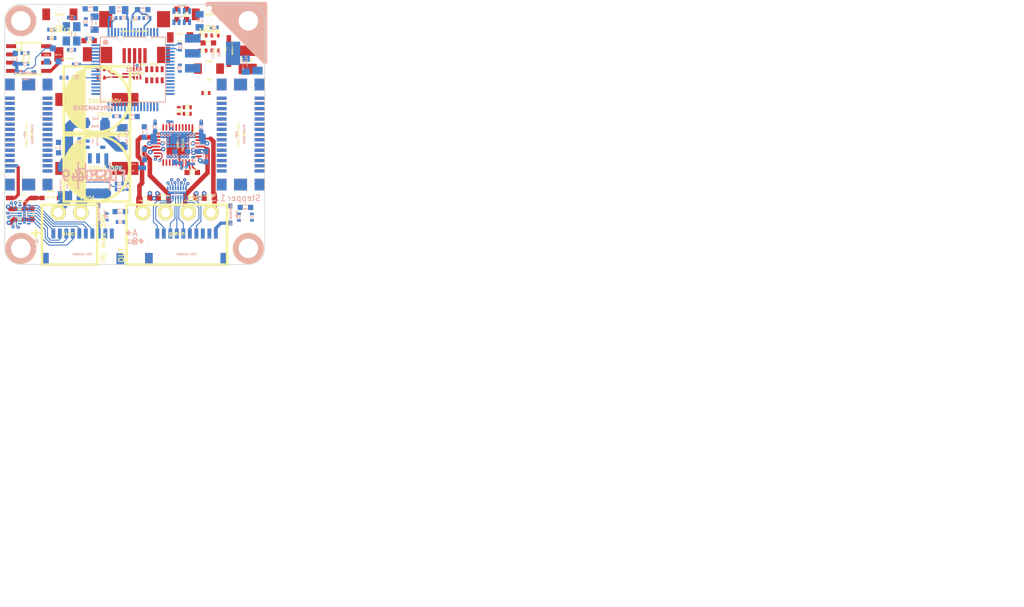
<source format=kicad_pcb>
(kicad_pcb (version 4) (host pcbnew "(2015-03-18 BZR 5525)-product")
  (title_block (title "Stepper Brick") (date "Mi 24 Jun 2015") (rev 1.3) (company "Tinkerforge GmbH") (comment 1 "Licensed under CERN OHL v.1.1") (comment 2 "Copyright (©) 2015, B.Nordmeyer <bastian@tinkerforge.com>"))
  (layers (0 Vorderseite signal) (1 GND signal hide) (2 VCC signal) (31 Rückseite signal) (34 B.Paste user) (35 F.Paste user) (36 B.SilkS user) (37 F.SilkS user) (38 B.Mask user) (39 F.Mask user) (44 Edge.Cuts user))
  (net 0 "")
  (net 1 3V3)
  (net 2 BRICKLET-I2C-SCL)
  (net 3 BRICKLET-I2C-SDA)
  (net 4 BRICKLET-IO0_0/AD0)
  (net 5 BRICKLET-IO0_1)
  (net 6 BRICKLET-IO0_2/PWM0)
  (net 7 BRICKLET-IO0_3)
  (net 8 BRICKLET-IO1_0/AD1)
  (net 9 BRICKLET-IO1_1)
  (net 10 BRICKLET-IO1_2/PWM1)
  (net 11 BRICKLET-IO1_3)
  (net 12 GND)
  (net 13 PWR-CUR-SENSE)
  (net 14 PWR-DAC-VREF)
  (net 15 PWR-DIR)
  (net 16 PWR-ENABLE)
  (net 17 PWR-STEP)
  (net 18 PWR-VEXT)
  (net 19 PWR-VSTACK)
  (net 20 PWR-VSTACK-SW)
  (net 21 STACK-DETECT/JTAG-TMS)
  (net 22 STACK-I2C-SCL/JTAG-TDO)
  (net 23 STACK-I2C-SDA/JTAG-TDI)
  (net 24 STACK-INT)
  (net 25 STACK-PGND)
  (net 26 STACK-PVCC)
  (net 27 STACK-RESET)
  (net 28 STACK-SER-RXD)
  (net 29 STACK-SER-TXD)
  (net 30 STACK-SPI-MISO)
  (net 31 STACK-SPI-MOSI)
  (net 32 STACK-SPI-SCLK)
  (net 33 STACK-SPI-SELECT)
  (net 34 STACK-SYNC/JTAG-TCK)
  (net 35 USB-DETECT)
  (net 36 VSTACK)
  (net 37 VUSB)
  (net 38 XIN)
  (net 39 XOUT)
  (net 40 "Net-(C102-Pad1)")
  (net 41 "Net-(C203-Pad1)")
  (net 42 "Net-(C204-Pad1)")
  (net 43 "Net-(C207-Pad1)")
  (net 44 "Net-(C207-Pad2)")
  (net 45 "Net-(C208-Pad2)")
  (net 46 "Net-(C209-Pad2)")
  (net 47 "Net-(C217-Pad2)")
  (net 48 "Net-(C218-Pad2)")
  (net 49 "Net-(C303-Pad1)")
  (net 50 "Net-(C304-Pad1)")
  (net 51 "Net-(C403-Pad1)")
  (net 52 "Net-(C404-Pad1)")
  (net 53 "Net-(C509-Pad1)")
  (net 54 "Net-(C517-Pad1)")
  (net 55 "Net-(D101-Pad2)")
  (net 56 "Net-(D102-Pad2)")
  (net 57 "Net-(D201-Pad2)")
  (net 58 "Net-(D202-Pad2)")
  (net 59 "Net-(D202-Pad1)")
  (net 60 "Net-(D203-Pad1)")
  (net 61 "Net-(D403-Pad2)")
  (net 62 "Net-(F101-Pad2)")
  (net 63 "Net-(FB102-Pad2)")
  (net 64 "Net-(FILTER301-Pad1)")
  (net 65 "Net-(FILTER301-Pad2)")
  (net 66 "Net-(FILTER301-Pad3)")
  (net 67 "Net-(FILTER301-Pad4)")
  (net 68 "Net-(FILTER301-Pad5)")
  (net 69 "Net-(FILTER301-Pad6)")
  (net 70 "Net-(FILTER301-Pad7)")
  (net 71 "Net-(FILTER302-Pad1)")
  (net 72 "Net-(FILTER302-Pad2)")
  (net 73 "Net-(FILTER302-Pad3)")
  (net 74 "Net-(FILTER302-Pad4)")
  (net 75 "Net-(FILTER302-Pad5)")
  (net 76 "Net-(FILTER302-Pad6)")
  (net 77 "Net-(FILTER302-Pad7)")
  (net 78 "Net-(J101-Pad3)")
  (net 79 "Net-(J101-Pad2)")
  (net 80 "Net-(J401-Pad29)")
  (net 81 "Net-(J401-Pad27)")
  (net 82 "Net-(J401-Pad25)")
  (net 83 "Net-(J401-Pad23)")
  (net 84 "Net-(J401-Pad21)")
  (net 85 "Net-(J401-Pad17)")
  (net 86 "Net-(J401-Pad15)")
  (net 87 "Net-(J401-Pad13)")
  (net 88 "Net-(J401-Pad7)")
  (net 89 "Net-(J401-Pad6)")
  (net 90 "Net-(J401-Pad8)")
  (net 91 "Net-(J401-Pad10)")
  (net 92 "Net-(J401-Pad12)")
  (net 93 "Net-(J401-Pad14)")
  (net 94 "Net-(J401-Pad16)")
  (net 95 "Net-(J401-Pad18)")
  (net 96 "Net-(J401-Pad22)")
  (net 97 "Net-(J401-Pad24)")
  (net 98 "Net-(J401-Pad30)")
  (net 99 "Net-(J403-Pad29)")
  (net 100 "Net-(J403-Pad30)")
  (net 101 "Net-(L101-Pad1)")
  (net 102 "Net-(L101-Pad2)")
  (net 103 "Net-(L101-Pad3)")
  (net 104 "Net-(L101-Pad4)")
  (net 105 "Net-(P201-Pad2)")
  (net 106 "Net-(Q202-PadG)")
  (net 107 "Net-(R101-Pad2)")
  (net 108 "Net-(R102-Pad2)")
  (net 109 "Net-(R210-Pad2)")
  (net 110 "Net-(RP101-Pad5)")
  (net 111 "Net-(RP101-Pad8)")
  (net 112 "Net-(SW102-Pad1)")
  (net 113 PWR-DCEN_CFG4)
  (net 114 PWR-DCIN_CFG5)
  (net 115 PWR-SPI_MODE)
  (net 116 PWR-CS_CFG3)
  (net 117 PWR-SDI_CFG1)
  (net 118 PWR-SD0_CFG0)
  (net 119 PWR-DC0)
  (net 120 PWR-DIAG1)
  (net 121 PWR-SCK_CFG2)
  (net 122 PWR-DIAG0)
  (net 123 "Net-(C516-Pad1)")
  (net 124 M4)
  (net 125 M3)
  (net 126 M2)
  (net 127 M1)
  (net 128 VEE)
  (module kicad-libraries:ELKO_103 (layer Vorderseite) (at 140.9 87.4)
    (fp_text reference C202 (at 1.15 2.35) (layer F.SilkS) (effects (font (size 0.59944 0.59944) (thickness 0.12446))))
    (fp_text value 330µF/50V (at 1.15 0.25) (layer F.SilkS) (effects (font (size 0.59944 0.59944) (thickness 0.12446))))
    (pad 2 smd rect (at -4.35102 0) (size 4.09956 1.99898) (layers Vorderseite F.Paste F.Mask) (net 25 STACK-PGND))
    (pad 1 smd rect (at 4.35102 0) (size 4.09956 1.99898) (layers Vorderseite F.Paste F.Mask) (net 128 VEE))
  )
  (module kicad-libraries:0603 (layer Rückseite) (at 152.925 96.25 90)
    (fp_text reference C204 (at 0.05 -0.225 90) (layer B.SilkS) (effects (font (size 0.2 0.2) (thickness 0.05)) (justify mirror)))
    (fp_text value 4.7µF (at 0.05 0.375 90) (layer B.SilkS) (effects (font (size 0.2 0.2) (thickness 0.05)) (justify mirror)))
    (pad 1 smd rect (at -0.8001 0 90) (size 0.8001 0.8001) (layers Rückseite B.Paste B.Mask) (net 42 "Net-(C204-Pad1)"))
    (pad 2 smd rect (at 0.8001 0 90) (size 0.8001 0.8001) (layers Rückseite B.Paste B.Mask) (net 25 STACK-PGND))
  )
  (module kicad-libraries:ELKO_103 (layer Vorderseite) (at 140.9 98)
    (fp_text reference C205 (at 0.6 1.5) (layer F.SilkS) (effects (font (size 0.59944 0.59944) (thickness 0.12446))))
    (fp_text value 330µF/50V (at 1.25 -0.05) (layer F.SilkS) (effects (font (size 0.59944 0.59944) (thickness 0.12446))))
    (pad 2 smd rect (at -4.35102 0) (size 4.09956 1.99898) (layers Vorderseite F.Paste F.Mask) (net 25 STACK-PGND))
    (pad 1 smd rect (at 4.35102 0) (size 4.09956 1.99898) (layers Vorderseite F.Paste F.Mask) (net 128 VEE))
  )
  (module kicad-libraries:0603 (layer Rückseite) (at 148.2 92.4 90)
    (fp_text reference C206 (at 0.05 -0.225 90) (layer B.SilkS) (effects (font (size 0.2 0.2) (thickness 0.05)) (justify mirror)))
    (fp_text value 100nF/50V (at 0.05 0.375 90) (layer B.SilkS) (effects (font (size 0.2 0.2) (thickness 0.05)) (justify mirror)))
    (pad 1 smd rect (at -0.8001 0 90) (size 0.8001 0.8001) (layers Rückseite B.Paste B.Mask) (net 128 VEE))
    (pad 2 smd rect (at 0.8001 0 90) (size 0.8001 0.8001) (layers Rückseite B.Paste B.Mask) (net 25 STACK-PGND))
  )
  (module kicad-libraries:0603 (layer Vorderseite) (at 155.575 98.625)
    (fp_text reference C207 (at 0.05 0.225) (layer F.SilkS) (effects (font (size 0.2 0.2) (thickness 0.05))))
    (fp_text value 22nF/50V (at 0.05 -0.375) (layer F.SilkS) (effects (font (size 0.2 0.2) (thickness 0.05))))
    (pad 1 smd rect (at -0.8001 0) (size 0.8001 0.8001) (layers Vorderseite F.Paste F.Mask) (net 43 "Net-(C207-Pad1)"))
    (pad 2 smd rect (at 0.8001 0) (size 0.8001 0.8001) (layers Vorderseite F.Paste F.Mask) (net 44 "Net-(C207-Pad2)"))
  )
  (module kicad-libraries:0603 (layer Rückseite) (at 157.675 96.175 270)
    (fp_text reference C208 (at 0.05 -0.225 270) (layer B.SilkS) (effects (font (size 0.2 0.2) (thickness 0.05)) (justify mirror)))
    (fp_text value 100nF/50V (at 0.05 0.375 270) (layer B.SilkS) (effects (font (size 0.2 0.2) (thickness 0.05)) (justify mirror)))
    (pad 1 smd rect (at -0.8001 0 270) (size 0.8001 0.8001) (layers Rückseite B.Paste B.Mask) (net 128 VEE))
    (pad 2 smd rect (at 0.8001 0 270) (size 0.8001 0.8001) (layers Rückseite B.Paste B.Mask) (net 45 "Net-(C208-Pad2)"))
  )
  (module kicad-libraries:0603 (layer Vorderseite) (at 158.2 102.6)
    (fp_text reference C210 (at 0.05 0.225) (layer F.SilkS) (effects (font (size 0.2 0.2) (thickness 0.05))))
    (fp_text value 470pF/100V (at 0.05 -0.375) (layer F.SilkS) (effects (font (size 0.2 0.2) (thickness 0.05))))
    (pad 1 smd rect (at -0.8001 0) (size 0.8001 0.8001) (layers Vorderseite F.Paste F.Mask) (net 25 STACK-PGND))
    (pad 2 smd rect (at 0.8001 0) (size 0.8001 0.8001) (layers Vorderseite F.Paste F.Mask) (net 124 M4))
  )
  (module kicad-libraries:0603 (layer Rückseite) (at 155.65 95.375 180)
    (fp_text reference C211 (at 0.05 -0.225 180) (layer B.SilkS) (effects (font (size 0.2 0.2) (thickness 0.05)) (justify mirror)))
    (fp_text value 100nF/50V (at 0.05 0.375 180) (layer B.SilkS) (effects (font (size 0.2 0.2) (thickness 0.05)) (justify mirror)))
    (pad 1 smd rect (at -0.8001 0 180) (size 0.8001 0.8001) (layers Rückseite B.Paste B.Mask) (net 128 VEE))
    (pad 2 smd rect (at 0.8001 0 180) (size 0.8001 0.8001) (layers Rückseite B.Paste B.Mask) (net 25 STACK-PGND))
  )
  (module kicad-libraries:0603 (layer Vorderseite) (at 155.3 102.6 180)
    (fp_text reference C212 (at 0.05 0.225 180) (layer F.SilkS) (effects (font (size 0.2 0.2) (thickness 0.05))))
    (fp_text value 470pF/100V (at 0.05 -0.375 180) (layer F.SilkS) (effects (font (size 0.2 0.2) (thickness 0.05))))
    (pad 1 smd rect (at -0.8001 0 180) (size 0.8001 0.8001) (layers Vorderseite F.Paste F.Mask) (net 25 STACK-PGND))
    (pad 2 smd rect (at 0.8001 0 180) (size 0.8001 0.8001) (layers Vorderseite F.Paste F.Mask) (net 125 M3))
  )
  (module kicad-libraries:0603 (layer Rückseite) (at 148.2 95.85 270)
    (fp_text reference C213 (at 0.05 -0.225 270) (layer B.SilkS) (effects (font (size 0.2 0.2) (thickness 0.05)) (justify mirror)))
    (fp_text value 100nF/50V (at 0.05 0.375 270) (layer B.SilkS) (effects (font (size 0.2 0.2) (thickness 0.05)) (justify mirror)))
    (pad 1 smd rect (at -0.8001 0 270) (size 0.8001 0.8001) (layers Rückseite B.Paste B.Mask) (net 128 VEE))
    (pad 2 smd rect (at 0.8001 0 270) (size 0.8001 0.8001) (layers Rückseite B.Paste B.Mask) (net 25 STACK-PGND))
  )
  (module kicad-libraries:0603 (layer Vorderseite) (at 151.15 102.6)
    (fp_text reference C214 (at 0.05 0.225) (layer F.SilkS) (effects (font (size 0.2 0.2) (thickness 0.05))))
    (fp_text value 470pF/100V (at 0.05 -0.375) (layer F.SilkS) (effects (font (size 0.2 0.2) (thickness 0.05))))
    (pad 1 smd rect (at -0.8001 0) (size 0.8001 0.8001) (layers Vorderseite F.Paste F.Mask) (net 25 STACK-PGND))
    (pad 2 smd rect (at 0.8001 0) (size 0.8001 0.8001) (layers Vorderseite F.Paste F.Mask) (net 126 M2))
  )
  (module kicad-libraries:1206 (layer Rückseite) (at 144.825 93.175 90)
    (fp_text reference C215 (at 0 -0.5375 90) (layer B.SilkS) (effects (font (size 0.3 0.3) (thickness 0.075)) (justify mirror)))
    (fp_text value 4.7µF/50V (at 0 0.65 90) (layer B.SilkS) (effects (font (size 0.3 0.3) (thickness 0.075)) (justify mirror)))
    (pad 1 smd rect (at -1.50114 0 90) (size 1.00076 1.6002) (layers Rückseite B.Paste B.Mask) (net 128 VEE))
    (pad 2 smd rect (at 1.50114 0 90) (size 1.00076 1.6002) (layers Rückseite B.Paste B.Mask) (net 25 STACK-PGND))
  )
  (module kicad-libraries:0603 (layer Vorderseite) (at 148.25 102.6 180)
    (fp_text reference C216 (at 0.05 0.225 180) (layer F.SilkS) (effects (font (size 0.2 0.2) (thickness 0.05))))
    (fp_text value 470pF/100V (at 0.05 -0.375 180) (layer F.SilkS) (effects (font (size 0.2 0.2) (thickness 0.05))))
    (pad 1 smd rect (at -0.8001 0 180) (size 0.8001 0.8001) (layers Vorderseite F.Paste F.Mask) (net 25 STACK-PGND))
    (pad 2 smd rect (at 0.8001 0 180) (size 0.8001 0.8001) (layers Vorderseite F.Paste F.Mask) (net 127 M1))
  )
  (module kicad-libraries:3528-21 (layer Vorderseite) (at 164.1 81.3 90)
    (fp_text reference C501 (at 0.025 0.5 90) (layer F.SilkS) (effects (font (size 0.2 0.2) (thickness 0.05))))
    (fp_text value 100µF (at 0.025 -0.9 90) (layer F.SilkS) (effects (font (size 0.2 0.2) (thickness 0.05))))
    (pad 1 smd rect (at -1.40048 0 90) (size 1.59954 2.79908) (layers Vorderseite F.Paste F.Mask) (net 36 VSTACK) (clearance 0.14986))
    (pad 2 smd rect (at 1.40048 0 90) (size 1.59954 2.79908) (layers Vorderseite F.Paste F.Mask) (net 12 GND) (clearance 0.14986))
  )
  (module kicad-libraries:0805 (layer Rückseite) (at 144.25 73.65 180)
    (fp_text reference C502 (at 0 -0.2 180) (layer B.SilkS) (effects (font (size 0.2 0.2) (thickness 0.05)) (justify mirror)))
    (fp_text value 10µF (at 0 0.4 180) (layer B.SilkS) (effects (font (size 0.2 0.2) (thickness 0.05)) (justify mirror)))
    (pad 1 smd rect (at -1.00076 0 180) (size 1.00076 1.24968) (layers Rückseite B.Paste B.Mask) (net 1 3V3) (clearance 0.14986))
    (pad 2 smd rect (at 1.00076 0 180) (size 1.00076 1.24968) (layers Rückseite B.Paste B.Mask) (net 12 GND) (clearance 0.14986))
  )
  (module kicad-libraries:0805 (layer Rückseite) (at 156.7 75.3 90)
    (fp_text reference C504 (at 0 -0.2 90) (layer B.SilkS) (effects (font (size 0.2 0.2) (thickness 0.05)) (justify mirror)))
    (fp_text value 10µF (at 0 0.4 90) (layer B.SilkS) (effects (font (size 0.2 0.2) (thickness 0.05)) (justify mirror)))
    (pad 1 smd rect (at -1.00076 0 90) (size 1.00076 1.24968) (layers Rückseite B.Paste B.Mask) (net 36 VSTACK) (clearance 0.14986))
    (pad 2 smd rect (at 1.00076 0 90) (size 1.00076 1.24968) (layers Rückseite B.Paste B.Mask) (net 12 GND) (clearance 0.14986))
  )
  (module kicad-libraries:0603 (layer Rückseite) (at 146.3 90.025)
    (fp_text reference C505 (at 0.05 -0.225) (layer B.SilkS) (effects (font (size 0.2 0.2) (thickness 0.05)) (justify mirror)))
    (fp_text value 4.7µF (at 0.05 0.375) (layer B.SilkS) (effects (font (size 0.2 0.2) (thickness 0.05)) (justify mirror)))
    (pad 1 smd rect (at -0.8001 0) (size 0.8001 0.8001) (layers Rückseite B.Paste B.Mask) (net 1 3V3))
    (pad 2 smd rect (at 0.8001 0) (size 0.8001 0.8001) (layers Rückseite B.Paste B.Mask) (net 12 GND))
  )
  (module kicad-libraries:0603 (layer Rückseite) (at 147.95 73.575)
    (fp_text reference C509 (at 0.05 -0.225) (layer B.SilkS) (effects (font (size 0.2 0.2) (thickness 0.05)) (justify mirror)))
    (fp_text value 2.2µF (at 0.05 0.375) (layer B.SilkS) (effects (font (size 0.2 0.2) (thickness 0.05)) (justify mirror)))
    (pad 1 smd rect (at -0.8001 0) (size 0.8001 0.8001) (layers Rückseite B.Paste B.Mask) (net 53 "Net-(C509-Pad1)"))
    (pad 2 smd rect (at 0.8001 0) (size 0.8001 0.8001) (layers Rückseite B.Paste B.Mask) (net 12 GND))
  )
  (module kicad-libraries:D0603 (layer Vorderseite) (at 154.7 74.3 270)
    (fp_text reference D101 (at -0.025 -0.2 270) (layer F.SilkS) (effects (font (size 0.2 0.2) (thickness 0.05))))
    (fp_text value blue (at 0.075 0.3 270) (layer F.SilkS) (effects (font (size 0.2 0.2) (thickness 0.05))))
    (pad 1 smd rect (at -0.8001 0 270) (size 0.8001 0.8001) (layers Vorderseite F.Paste F.Mask) (net 1 3V3))
    (pad 2 smd rect (at 0.8001 0 270) (size 0.8001 0.8001) (layers Vorderseite F.Paste F.Mask) (net 55 "Net-(D101-Pad2)"))
  )
  (module kicad-libraries:D0603 (layer Vorderseite) (at 153.2 74.3 270)
    (fp_text reference D102 (at -0.025 -0.2 270) (layer F.SilkS) (effects (font (size 0.2 0.2) (thickness 0.05))))
    (fp_text value red (at 0.075 0.3 270) (layer F.SilkS) (effects (font (size 0.2 0.2) (thickness 0.05))))
    (pad 1 smd rect (at -0.8001 0 270) (size 0.8001 0.8001) (layers Vorderseite F.Paste F.Mask) (net 1 3V3))
    (pad 2 smd rect (at 0.8001 0 270) (size 0.8001 0.8001) (layers Vorderseite F.Paste F.Mask) (net 56 "Net-(D102-Pad2)"))
  )
  (module kicad-libraries:SOD-123 (layer Rückseite) (at 146.025 97.9 180)
    (fp_text reference D201 (at -0.3 -0.46 180) (layer B.SilkS) (effects (font (size 0.2 0.2) (thickness 0.05)) (justify mirror)))
    (fp_text value Z12V (at -0.5 0.54 180) (layer B.SilkS) (effects (font (size 0.2 0.2) (thickness 0.05)) (justify mirror)))
    (pad 1 smd rect (at -1.84912 0 180) (size 1.19888 0.70104) (layers Rückseite B.Paste B.Mask) (net 25 STACK-PGND) (clearance 0.14986))
    (pad 2 smd rect (at 1.84912 0 180) (size 1.19888 0.70104) (layers Rückseite B.Paste B.Mask) (net 57 "Net-(D201-Pad2)") (clearance 0.14986))
  )
  (module kicad-libraries:SOD-128 (layer Vorderseite) (at 137.25 80.45 180)
    (fp_text reference D202 (at 0.75 0.325 180) (layer F.SilkS) (effects (font (size 0.2 0.2) (thickness 0.05))))
    (fp_text value PMEG4050BEP (at 0.75 -0.675 180) (layer F.SilkS) (effects (font (size 0.2 0.2) (thickness 0.05))))
    (pad 2 smd rect (at -2.19964 0 180) (size 1.39954 2.19964) (layers Vorderseite F.Paste F.Mask) (net 58 "Net-(D202-Pad2)"))
    (pad 1 smd rect (at 2.19964 0 180) (size 1.39954 2.19964) (layers Vorderseite F.Paste F.Mask) (net 59 "Net-(D202-Pad1)"))
  )
  (module kicad-libraries:SOD-128 (layer Rückseite) (at 136 100 270)
    (fp_text reference D203 (at 0.75 -0.325 270) (layer B.SilkS) (effects (font (size 0.2 0.2) (thickness 0.05)) (justify mirror)))
    (fp_text value PMEG4050BEP (at 0.75 0.675 270) (layer B.SilkS) (effects (font (size 0.2 0.2) (thickness 0.05)) (justify mirror)))
    (pad 2 smd rect (at -2.19964 0 270) (size 1.39954 2.19964) (layers Rückseite B.Paste B.Mask) (net 58 "Net-(D202-Pad2)"))
    (pad 1 smd rect (at 2.19964 0 270) (size 1.39954 2.19964) (layers Rückseite B.Paste B.Mask) (net 60 "Net-(D203-Pad1)"))
  )
  (module kicad-libraries:SOD-323 (layer Rückseite) (at 161.4 105.1 90)
    (fp_text reference D301 (at 0 1.04902 90) (layer B.SilkS) (effects (font (size 0.29972 0.29972) (thickness 0.0762)) (justify mirror)))
    (fp_text value ESD5V0D3B-TP (at 0.0508 0.09906 90) (layer B.SilkS) (effects (font (size 0.29972 0.29972) (thickness 0.0762)) (justify mirror)))
    (pad 1 smd rect (at -1.3208 0 90) (size 0.762 0.6858) (layers Rückseite B.Paste B.Mask) (net 49 "Net-(C303-Pad1)"))
    (pad 2 smd rect (at 1.3208 0 90) (size 0.762 0.6858) (layers Rückseite B.Paste B.Mask) (net 12 GND))
  )
  (module kicad-libraries:SOD-323 (layer Rückseite) (at 141.1 105.05 90)
    (fp_text reference D302 (at 0 1.04902 90) (layer B.SilkS) (effects (font (size 0.29972 0.29972) (thickness 0.0762)) (justify mirror)))
    (fp_text value ESD3V3D3B-TP (at 0.0508 0.09906 90) (layer B.SilkS) (effects (font (size 0.29972 0.29972) (thickness 0.0762)) (justify mirror)))
    (pad 1 smd rect (at -1.3208 0 90) (size 0.762 0.6858) (layers Rückseite B.Paste B.Mask) (net 50 "Net-(C304-Pad1)"))
    (pad 2 smd rect (at 1.3208 0 90) (size 0.762 0.6858) (layers Rückseite B.Paste B.Mask) (net 12 GND))
  )
  (module kicad-libraries:SOD-323 (layer Vorderseite) (at 133.8 102.55)
    (fp_text reference D401 (at 0 -1.04902) (layer F.SilkS) (effects (font (size 0.29972 0.29972) (thickness 0.0762))))
    (fp_text value "TVS 3V3" (at 0.0508 -0.09906) (layer F.SilkS) (effects (font (size 0.29972 0.29972) (thickness 0.0762))))
    (pad 1 smd rect (at -1.3208 0) (size 0.762 0.6858) (layers Vorderseite F.Paste F.Mask) (net 51 "Net-(C403-Pad1)"))
    (pad 2 smd rect (at 1.3208 0) (size 0.762 0.6858) (layers Vorderseite F.Paste F.Mask) (net 12 GND))
  )
  (module kicad-libraries:SOD-323 (layer Rückseite) (at 129.9 83.25)
    (fp_text reference D402 (at 0 1.04902) (layer B.SilkS) (effects (font (size 0.29972 0.29972) (thickness 0.0762)) (justify mirror)))
    (fp_text value ESD5V0D3B-TP (at 0.0508 0.09906) (layer B.SilkS) (effects (font (size 0.29972 0.29972) (thickness 0.0762)) (justify mirror)))
    (pad 1 smd rect (at -1.3208 0) (size 0.762 0.6858) (layers Rückseite B.Paste B.Mask) (net 52 "Net-(C404-Pad1)"))
    (pad 2 smd rect (at 1.3208 0) (size 0.762 0.6858) (layers Rückseite B.Paste B.Mask) (net 12 GND))
  )
  (module kicad-libraries:SOD-123 (layer Vorderseite) (at 129.35 102.55 180)
    (fp_text reference D403 (at -0.3 0.46 180) (layer F.SilkS) (effects (font (size 0.2 0.2) (thickness 0.05))))
    (fp_text value B0520LW-7-F (at -0.5 -0.54 180) (layer F.SilkS) (effects (font (size 0.2 0.2) (thickness 0.05))))
    (pad 1 smd rect (at -1.84912 0 180) (size 1.19888 0.70104) (layers Vorderseite F.Paste F.Mask) (net 51 "Net-(C403-Pad1)") (clearance 0.14986))
    (pad 2 smd rect (at 1.84912 0 180) (size 1.19888 0.70104) (layers Vorderseite F.Paste F.Mask) (net 61 "Net-(D403-Pad2)") (clearance 0.14986))
  )
  (module kicad-libraries:SOD-123 (layer Vorderseite) (at 161.2 79.95 270)
    (fp_text reference D501 (at -0.3 0.46 270) (layer F.SilkS) (effects (font (size 0.2 0.2) (thickness 0.05))))
    (fp_text value B0520LW-7-F (at -0.5 -0.54 270) (layer F.SilkS) (effects (font (size 0.2 0.2) (thickness 0.05))))
    (pad 1 smd rect (at -1.84912 0 270) (size 1.19888 0.70104) (layers Vorderseite F.Paste F.Mask) (net 37 VUSB) (clearance 0.14986))
    (pad 2 smd rect (at 1.84912 0 270) (size 1.19888 0.70104) (layers Vorderseite F.Paste F.Mask) (net 36 VSTACK) (clearance 0.14986))
  )
  (module kicad-libraries:1206 (layer Vorderseite) (at 153.7 77.85 180)
    (fp_text reference F101 (at 0 0.5375 180) (layer F.SilkS) (effects (font (size 0.3 0.3) (thickness 0.075))))
    (fp_text value PTC (at 0 -0.65 180) (layer F.SilkS) (effects (font (size 0.3 0.3) (thickness 0.075))))
    (pad 1 smd rect (at -1.50114 0 180) (size 1.00076 1.6002) (layers Vorderseite F.Paste F.Mask) (net 40 "Net-(C102-Pad1)"))
    (pad 2 smd rect (at 1.50114 0 180) (size 1.00076 1.6002) (layers Vorderseite F.Paste F.Mask) (net 62 "Net-(F101-Pad2)"))
  )
  (module kicad-libraries:0603 (layer Vorderseite) (at 158.05 78.7 180)
    (fp_text reference FB101 (at 0.05 0.225 180) (layer F.SilkS) (effects (font (size 0.2 0.2) (thickness 0.05))))
    (fp_text value FB (at 0.05 -0.375 180) (layer F.SilkS) (effects (font (size 0.2 0.2) (thickness 0.05))))
    (pad 1 smd rect (at -0.8001 0 180) (size 0.8001 0.8001) (layers Vorderseite F.Paste F.Mask) (net 37 VUSB))
    (pad 2 smd rect (at 0.8001 0 180) (size 0.8001 0.8001) (layers Vorderseite F.Paste F.Mask) (net 40 "Net-(C102-Pad1)"))
  )
  (module kicad-libraries:0603 (layer Vorderseite) (at 139.7 78.35)
    (fp_text reference FB102 (at 0.05 0.225) (layer F.SilkS) (effects (font (size 0.2 0.2) (thickness 0.05))))
    (fp_text value FB (at 0.05 -0.375) (layer F.SilkS) (effects (font (size 0.2 0.2) (thickness 0.05))))
    (pad 1 smd rect (at -0.8001 0) (size 0.8001 0.8001) (layers Vorderseite F.Paste F.Mask) (net 12 GND))
    (pad 2 smd rect (at 0.8001 0) (size 0.8001 0.8001) (layers Vorderseite F.Paste F.Mask) (net 63 "Net-(FB102-Pad2)"))
  )
  (module kicad-libraries:0603 (layer Rückseite) (at 163.75 104 180)
    (fp_text reference FB301 (at 0.05 -0.225 180) (layer B.SilkS) (effects (font (size 0.2 0.2) (thickness 0.05)) (justify mirror)))
    (fp_text value FILTER (at 0.05 0.375 180) (layer B.SilkS) (effects (font (size 0.2 0.2) (thickness 0.05)) (justify mirror)))
    (pad 1 smd rect (at -0.8001 0 180) (size 0.8001 0.8001) (layers Rückseite B.Paste B.Mask) (net 36 VSTACK))
    (pad 2 smd rect (at 0.8001 0 180) (size 0.8001 0.8001) (layers Rückseite B.Paste B.Mask) (net 49 "Net-(C303-Pad1)"))
  )
  (module kicad-libraries:0603 (layer Rückseite) (at 144.5 104.65 180)
    (fp_text reference FB302 (at 0.05 -0.225 180) (layer B.SilkS) (effects (font (size 0.2 0.2) (thickness 0.05)) (justify mirror)))
    (fp_text value FILTER (at 0.05 0.375 180) (layer B.SilkS) (effects (font (size 0.2 0.2) (thickness 0.05)) (justify mirror)))
    (pad 1 smd rect (at -0.8001 0 180) (size 0.8001 0.8001) (layers Rückseite B.Paste B.Mask) (net 1 3V3))
    (pad 2 smd rect (at 0.8001 0 180) (size 0.8001 0.8001) (layers Rückseite B.Paste B.Mask) (net 50 "Net-(C304-Pad1)"))
  )
  (module kicad-libraries:0603 (layer Vorderseite) (at 130.9 105.05 90)
    (fp_text reference FB401 (at 0.05 0.225 90) (layer F.SilkS) (effects (font (size 0.2 0.2) (thickness 0.05))))
    (fp_text value FB (at 0.05 -0.375 90) (layer F.SilkS) (effects (font (size 0.2 0.2) (thickness 0.05))))
    (pad 1 smd rect (at -0.8001 0 90) (size 0.8001 0.8001) (layers Vorderseite F.Paste F.Mask) (net 1 3V3))
    (pad 2 smd rect (at 0.8001 0 90) (size 0.8001 0.8001) (layers Vorderseite F.Paste F.Mask) (net 51 "Net-(C403-Pad1)"))
  )
  (module kicad-libraries:0603 (layer Rückseite) (at 128.35 81.1 270)
    (fp_text reference FB402 (at 0.05 -0.225 270) (layer B.SilkS) (effects (font (size 0.2 0.2) (thickness 0.05)) (justify mirror)))
    (fp_text value FB (at 0.05 0.375 270) (layer B.SilkS) (effects (font (size 0.2 0.2) (thickness 0.05)) (justify mirror)))
    (pad 1 smd rect (at -0.8001 0 270) (size 0.8001 0.8001) (layers Rückseite B.Paste B.Mask) (net 36 VSTACK))
    (pad 2 smd rect (at 0.8001 0 270) (size 0.8001 0.8001) (layers Rückseite B.Paste B.Mask) (net 52 "Net-(C404-Pad1)"))
  )
  (module kicad-libraries:DFN16-33x135 (layer Rückseite) (at 129.75 105.1 90)
    (fp_text reference FILTER301 (at 0 0.5 90) (layer B.SilkS) (effects (font (size 0.127 0.127) (thickness 0.03175)) (justify mirror)))
    (fp_text value Filter-8x (at 0 0 90) (layer B.SilkS) (effects (font (size 0.127 0.127) (thickness 0.03175)) (justify mirror)))
    (pad 1 smd rect (at 1.4 0.675 90) (size 0.25 0.6) (layers Rückseite B.Paste B.Mask) (net 64 "Net-(FILTER301-Pad1)"))
    (pad 2 smd rect (at 1 0.675 90) (size 0.25 0.6) (layers Rückseite B.Paste B.Mask) (net 65 "Net-(FILTER301-Pad2)"))
    (pad 3 smd rect (at 0.6 0.675 90) (size 0.25 0.6) (layers Rückseite B.Paste B.Mask) (net 66 "Net-(FILTER301-Pad3)"))
    (pad 4 smd rect (at 0.2 0.675 90) (size 0.25 0.6) (layers Rückseite B.Paste B.Mask) (net 67 "Net-(FILTER301-Pad4)"))
    (pad 5 smd rect (at -0.2 0.675 90) (size 0.25 0.6) (layers Rückseite B.Paste B.Mask) (net 68 "Net-(FILTER301-Pad5)"))
    (pad 6 smd rect (at -0.6 0.675 90) (size 0.25 0.6) (layers Rückseite B.Paste B.Mask) (net 69 "Net-(FILTER301-Pad6)"))
    (pad 7 smd rect (at -1 0.675 90) (size 0.25 0.6) (layers Rückseite B.Paste B.Mask) (net 70 "Net-(FILTER301-Pad7)"))
    (pad 8 smd rect (at -1.4 0.675 90) (size 0.25 0.6) (layers Rückseite B.Paste B.Mask))
    (pad 9 smd rect (at -1.4 -0.675 90) (size 0.25 0.6) (layers Rückseite B.Paste B.Mask))
    (pad 10 smd rect (at -1 -0.675 90) (size 0.25 0.6) (layers Rückseite B.Paste B.Mask) (net 4 BRICKLET-IO0_0/AD0))
    (pad 11 smd rect (at -0.6 -0.675 90) (size 0.25 0.6) (layers Rückseite B.Paste B.Mask) (net 5 BRICKLET-IO0_1))
    (pad 12 smd rect (at -0.2 -0.675 90) (size 0.25 0.6) (layers Rückseite B.Paste B.Mask) (net 6 BRICKLET-IO0_2/PWM0))
    (pad 13 smd rect (at 0.2 -0.675 90) (size 0.25 0.6) (layers Rückseite B.Paste B.Mask) (net 7 BRICKLET-IO0_3))
    (pad 14 smd rect (at 0.6 -0.675 90) (size 0.25 0.6) (layers Rückseite B.Paste B.Mask) (net 1 3V3))
    (pad 15 smd rect (at 1 -0.675 90) (size 0.25 0.6) (layers Rückseite B.Paste B.Mask) (net 3 BRICKLET-I2C-SDA))
    (pad 16 smd rect (at 1.4 -0.675 90) (size 0.25 0.6) (layers Rückseite B.Paste B.Mask) (net 2 BRICKLET-I2C-SCL))
    (pad EXP smd rect (at 0 0 90) (size 2.8 0.4) (layers Rückseite B.Paste B.Mask) (net 12 GND))
  )
  (module kicad-libraries:DFN16-33x135 (layer Rückseite) (at 153.2 101.75)
    (fp_text reference FILTER302 (at 0 0.5) (layer B.SilkS) (effects (font (size 0.127 0.127) (thickness 0.03175)) (justify mirror)))
    (fp_text value Filter-8x (at 0 0) (layer B.SilkS) (effects (font (size 0.127 0.127) (thickness 0.03175)) (justify mirror)))
    (pad 1 smd rect (at 1.4 0.675) (size 0.25 0.6) (layers Rückseite B.Paste B.Mask) (net 71 "Net-(FILTER302-Pad1)"))
    (pad 2 smd rect (at 1 0.675) (size 0.25 0.6) (layers Rückseite B.Paste B.Mask) (net 72 "Net-(FILTER302-Pad2)"))
    (pad 3 smd rect (at 0.6 0.675) (size 0.25 0.6) (layers Rückseite B.Paste B.Mask) (net 73 "Net-(FILTER302-Pad3)"))
    (pad 4 smd rect (at 0.2 0.675) (size 0.25 0.6) (layers Rückseite B.Paste B.Mask) (net 74 "Net-(FILTER302-Pad4)"))
    (pad 5 smd rect (at -0.2 0.675) (size 0.25 0.6) (layers Rückseite B.Paste B.Mask) (net 75 "Net-(FILTER302-Pad5)"))
    (pad 6 smd rect (at -0.6 0.675) (size 0.25 0.6) (layers Rückseite B.Paste B.Mask) (net 76 "Net-(FILTER302-Pad6)"))
    (pad 7 smd rect (at -1 0.675) (size 0.25 0.6) (layers Rückseite B.Paste B.Mask) (net 77 "Net-(FILTER302-Pad7)"))
    (pad 8 smd rect (at -1.4 0.675) (size 0.25 0.6) (layers Rückseite B.Paste B.Mask))
    (pad 9 smd rect (at -1.4 -0.675) (size 0.25 0.6) (layers Rückseite B.Paste B.Mask))
    (pad 10 smd rect (at -1 -0.675) (size 0.25 0.6) (layers Rückseite B.Paste B.Mask) (net 11 BRICKLET-IO1_3))
    (pad 11 smd rect (at -0.6 -0.675) (size 0.25 0.6) (layers Rückseite B.Paste B.Mask) (net 10 BRICKLET-IO1_2/PWM1))
    (pad 12 smd rect (at -0.2 -0.675) (size 0.25 0.6) (layers Rückseite B.Paste B.Mask) (net 9 BRICKLET-IO1_1))
    (pad 13 smd rect (at 0.2 -0.675) (size 0.25 0.6) (layers Rückseite B.Paste B.Mask) (net 8 BRICKLET-IO1_0/AD1))
    (pad 14 smd rect (at 0.6 -0.675) (size 0.25 0.6) (layers Rückseite B.Paste B.Mask) (net 12 GND))
    (pad 15 smd rect (at 1 -0.675) (size 0.25 0.6) (layers Rückseite B.Paste B.Mask) (net 3 BRICKLET-I2C-SDA))
    (pad 16 smd rect (at 1.4 -0.675) (size 0.25 0.6) (layers Rückseite B.Paste B.Mask) (net 2 BRICKLET-I2C-SCL))
    (pad EXP smd rect (at 0 0) (size 2.8 0.4) (layers Rückseite B.Paste B.Mask) (net 12 GND))
  )
  (module kicad-libraries:USB-MINI-B-SMD (layer Vorderseite) (at 146.7 72.8)
    (fp_text reference J101 (at -0.0891 2.275) (layer F.SilkS) (effects (font (size 0.29972 0.29972) (thickness 0.0762))))
    (fp_text value USB-MINI-B-SMD (at -0.0891 4.075) (layer F.SilkS) (effects (font (size 0.29972 0.29972) (thickness 0.0762))))
    (pad "" smd rect (at 4.45008 2.25044) (size 1.99898 2.49936) (layers Vorderseite F.Paste F.Mask) (clearance 0.14986))
    (pad "" smd rect (at 4.45008 7.74954) (size 1.99898 2.49936) (layers Vorderseite F.Paste F.Mask))
    (pad 6 smd rect (at -4.45008 7.74954) (size 1.99898 2.49936) (layers Vorderseite F.Paste F.Mask) (net 63 "Net-(FB102-Pad2)"))
    (pad "" smd rect (at -4.45008 2.25044) (size 1.99898 2.49936) (layers Vorderseite F.Paste F.Mask))
    (pad "" thru_hole circle (at 2.19964 5.25018) (size 0.90932 0.90932) (drill 0.89916) (layers *.Cu *.Mask F.SilkS) (clearance 0.14986))
    (pad "" thru_hole circle (at -2.19964 5.25018) (size 0.90932 0.90932) (drill 0.89916) (layers *.Cu *.Mask F.SilkS) (clearance 0.14986))
    (pad 5 smd rect (at -1.6002 7.85114) (size 0.50038 2.30124) (layers Vorderseite F.Paste F.Mask) (net 12 GND) (clearance 0.14986))
    (pad 4 smd rect (at -0.8001 7.85114) (size 0.50038 2.30124) (layers Vorderseite F.Paste F.Mask) (clearance 0.14986))
    (pad 3 smd rect (at 0 7.85114) (size 0.50038 2.30124) (layers Vorderseite F.Paste F.Mask) (net 78 "Net-(J101-Pad3)") (clearance 0.14986))
    (pad 2 smd rect (at 0.8001 7.85114) (size 0.50038 2.30124) (layers Vorderseite F.Paste F.Mask) (net 79 "Net-(J101-Pad2)") (clearance 0.14986))
    (pad 1 smd rect (at 1.6002 7.85114) (size 0.50038 2.30124) (layers Vorderseite F.Paste F.Mask) (net 62 "Net-(F101-Pad2)") (clearance 0.14986))
  )
  (module kicad-libraries:DRILL_NP (layer Vorderseite) (at 129.2 110.3)
    (fp_text reference J102 hide)
    (fp_text value DRILL hide)
    (pad "" np_thru_hole circle (at 0 0) (size 2.99974 2.99974) (drill 2.99974) (layers *.Cu *.Mask F.SilkS) (clearance 0.89916))
  )
  (module kicad-libraries:DRILL_NP (layer Vorderseite) (at 164.2 75.3)
    (fp_text reference J103 hide)
    (fp_text value DRILL hide)
    (pad "" np_thru_hole circle (at 0 0) (size 2.99974 2.99974) (drill 2.99974) (layers *.Cu *.Mask F.SilkS) (clearance 0.89916))
  )
  (module kicad-libraries:DRILL_NP (layer Vorderseite) (at 129.2 75.3)
    (fp_text reference J104 hide)
    (fp_text value DRILL hide)
    (pad "" np_thru_hole circle (at 0 0) (size 2.99974 2.99974) (drill 2.99974) (layers *.Cu *.Mask F.SilkS) (clearance 0.89916))
  )
  (module kicad-libraries:DRILL_NP (layer Vorderseite) (at 164.2 110.3)
    (fp_text reference J105 hide)
    (fp_text value DRILL hide)
    (pad "" np_thru_hole circle (at 0 0) (size 2.99974 2.99974) (drill 2.99974) (layers *.Cu *.Mask F.SilkS) (clearance 0.89916))
  )
  (module kicad-libraries:BTB08-ACS-TOP (layer Vorderseite) (at 163 92.8 90)
    (fp_text reference J401 (at 0.025 0.475 90) (layer F.SilkS) (effects (font (size 0.3 0.3) (thickness 0.075))))
    (fp_text value STACK-UP-HIGH (at -0.075 -0.325 90) (layer F.SilkS) (effects (font (size 0.3 0.3) (thickness 0.075))))
    (pad 29 smd rect (at -5.59816 2.89814 270) (size 0.49784 1.4986) (layers Vorderseite F.Paste F.Mask) (net 80 "Net-(J401-Pad29)"))
    (pad 27 smd rect (at -4.79806 2.89814 270) (size 0.49784 1.4986) (layers Vorderseite F.Paste F.Mask) (net 81 "Net-(J401-Pad27)"))
    (pad 25 smd rect (at -3.99796 2.89814 270) (size 0.49784 1.4986) (layers Vorderseite F.Paste F.Mask) (net 82 "Net-(J401-Pad25)"))
    (pad 23 smd rect (at -3.19786 2.89814 270) (size 0.49784 1.4986) (layers Vorderseite F.Paste F.Mask) (net 83 "Net-(J401-Pad23)"))
    (pad 21 smd rect (at -2.39776 2.89814 270) (size 0.49784 1.4986) (layers Vorderseite F.Paste F.Mask) (net 84 "Net-(J401-Pad21)"))
    (pad 19 smd rect (at -1.59766 2.89814 270) (size 0.49784 1.4986) (layers Vorderseite F.Paste F.Mask) (net 24 STACK-INT))
    (pad 17 smd rect (at -0.79756 2.89814 270) (size 0.49784 1.4986) (layers Vorderseite F.Paste F.Mask) (net 85 "Net-(J401-Pad17)"))
    (pad 15 smd rect (at 0 2.89814 270) (size 0.49784 1.4986) (layers Vorderseite F.Paste F.Mask) (net 86 "Net-(J401-Pad15)"))
    (pad 13 smd rect (at 0.79756 2.89814 270) (size 0.49784 1.4986) (layers Vorderseite F.Paste F.Mask) (net 87 "Net-(J401-Pad13)"))
    (pad 11 smd rect (at 1.59766 2.89814 270) (size 0.49784 1.4986) (layers Vorderseite F.Paste F.Mask) (net 34 STACK-SYNC/JTAG-TCK))
    (pad 9 smd rect (at 2.39776 2.89814 270) (size 0.49784 1.4986) (layers Vorderseite F.Paste F.Mask) (net 21 STACK-DETECT/JTAG-TMS))
    (pad 7 smd rect (at 3.19786 2.89814 270) (size 0.49784 1.4986) (layers Vorderseite F.Paste F.Mask) (net 88 "Net-(J401-Pad7)"))
    (pad 5 smd rect (at 3.99796 2.89814 270) (size 0.49784 1.4986) (layers Vorderseite F.Paste F.Mask) (net 32 STACK-SPI-SCLK))
    (pad 3 smd rect (at 4.79806 2.89814 270) (size 0.49784 1.4986) (layers Vorderseite F.Paste F.Mask) (net 31 STACK-SPI-MOSI))
    (pad 1 smd rect (at 5.59816 2.89814 270) (size 0.49784 1.4986) (layers Vorderseite F.Paste F.Mask) (net 30 STACK-SPI-MISO))
    (pad 2 smd rect (at 5.59816 -2.89814 90) (size 0.49784 1.4986) (layers Vorderseite F.Paste F.Mask) (net 23 STACK-I2C-SDA/JTAG-TDI))
    (pad 4 smd rect (at 4.79806 -2.89814 90) (size 0.49784 1.4986) (layers Vorderseite F.Paste F.Mask) (net 22 STACK-I2C-SCL/JTAG-TDO))
    (pad 6 smd rect (at 3.99796 -2.89814 90) (size 0.49784 1.4986) (layers Vorderseite F.Paste F.Mask) (net 89 "Net-(J401-Pad6)"))
    (pad 8 smd rect (at 3.19786 -2.89814 90) (size 0.49784 1.4986) (layers Vorderseite F.Paste F.Mask) (net 90 "Net-(J401-Pad8)"))
    (pad 10 smd rect (at 2.39776 -2.89814 90) (size 0.49784 1.4986) (layers Vorderseite F.Paste F.Mask) (net 91 "Net-(J401-Pad10)"))
    (pad 12 smd rect (at 1.59766 -2.89814 90) (size 0.49784 1.4986) (layers Vorderseite F.Paste F.Mask) (net 92 "Net-(J401-Pad12)"))
    (pad 14 smd rect (at 0.79756 -2.89814 90) (size 0.49784 1.4986) (layers Vorderseite F.Paste F.Mask) (net 93 "Net-(J401-Pad14)"))
    (pad 16 smd rect (at 0 -2.89814 90) (size 0.49784 1.4986) (layers Vorderseite F.Paste F.Mask) (net 94 "Net-(J401-Pad16)"))
    (pad 18 smd rect (at -0.79756 -2.89814 90) (size 0.49784 1.4986) (layers Vorderseite F.Paste F.Mask) (net 95 "Net-(J401-Pad18)"))
    (pad 20 smd rect (at -1.59766 -2.89814 90) (size 0.49784 1.4986) (layers Vorderseite F.Paste F.Mask) (net 1 3V3))
    (pad 22 smd rect (at -2.39776 -2.89814 90) (size 0.49784 1.4986) (layers Vorderseite F.Paste F.Mask) (net 96 "Net-(J401-Pad22)"))
    (pad 24 smd rect (at -3.19786 -2.89814 90) (size 0.49784 1.4986) (layers Vorderseite F.Paste F.Mask) (net 97 "Net-(J401-Pad24)"))
    (pad 26 smd rect (at -3.99796 -2.89814 90) (size 0.49784 1.4986) (layers Vorderseite F.Paste F.Mask) (net 28 STACK-SER-RXD))
    (pad 28 smd rect (at -4.79806 -2.89814 90) (size 0.49784 1.4986) (layers Vorderseite F.Paste F.Mask) (net 29 STACK-SER-TXD))
    (pad 30 smd rect (at -5.59816 -2.89814 90) (size 0.49784 1.4986) (layers Vorderseite F.Paste F.Mask) (net 98 "Net-(J401-Pad30)"))
    (pad EP smd rect (at 7.69874 -2.90068 90) (size 1.80086 1.50114) (layers Vorderseite F.Paste F.Mask) (net 12 GND))
    (pad EP smd rect (at 7.69874 2.90068 90) (size 1.80086 1.50114) (layers Vorderseite F.Paste F.Mask) (net 12 GND))
    (pad EP smd rect (at -7.69874 2.90068 90) (size 1.80086 1.50114) (layers Vorderseite F.Paste F.Mask) (net 12 GND))
    (pad EP smd rect (at -7.69874 -2.90068 90) (size 1.80086 1.50114) (layers Vorderseite F.Paste F.Mask) (net 12 GND))
    (pad EP smd rect (at 7.69874 0 90) (size 1.80086 1.99898) (layers Vorderseite F.Paste F.Mask) (net 12 GND))
    (pad EP smd rect (at -7.69874 0 90) (size 1.80086 1.99898) (layers Vorderseite F.Paste F.Mask) (net 12 GND))
    (pad "" thru_hole circle (at 7.59968 1.69926 90) (size 0.8001 0.8001) (drill 0.8001) (layers *.Cu *.Mask F.SilkS))
    (pad "" thru_hole circle (at -7.59968 1.69926 90) (size 0.8001 0.8001) (drill 0.8001) (layers *.Cu *.Mask F.SilkS))
  )
  (module kicad-libraries:BTB08-ACS-BTM (layer Rückseite) (at 163 92.8 270)
    (fp_text reference J402 (at -0.025 0.625 270) (layer B.SilkS) (effects (font (size 0.3 0.3) (thickness 0.075)) (justify mirror)))
    (fp_text value STACK-DOWN (at -0.025 -0.575 270) (layer B.SilkS) (effects (font (size 0.3 0.3) (thickness 0.075)) (justify mirror)))
    (pad 1 smd rect (at -5.59816 -2.89814 90) (size 0.49784 1.4986) (layers Rückseite B.Paste B.Mask) (net 30 STACK-SPI-MISO))
    (pad 3 smd rect (at -4.79806 -2.89814 90) (size 0.49784 1.4986) (layers Rückseite B.Paste B.Mask) (net 31 STACK-SPI-MOSI))
    (pad 5 smd rect (at -3.99796 -2.89814 90) (size 0.49784 1.4986) (layers Rückseite B.Paste B.Mask) (net 32 STACK-SPI-SCLK))
    (pad 7 smd rect (at -3.19786 -2.89814 90) (size 0.49784 1.4986) (layers Rückseite B.Paste B.Mask) (net 88 "Net-(J401-Pad7)"))
    (pad 9 smd rect (at -2.39776 -2.89814 90) (size 0.49784 1.4986) (layers Rückseite B.Paste B.Mask) (net 21 STACK-DETECT/JTAG-TMS))
    (pad 11 smd rect (at -1.59766 -2.89814 90) (size 0.49784 1.4986) (layers Rückseite B.Paste B.Mask) (net 34 STACK-SYNC/JTAG-TCK))
    (pad 13 smd rect (at -0.79756 -2.89814 90) (size 0.49784 1.4986) (layers Rückseite B.Paste B.Mask) (net 87 "Net-(J401-Pad13)"))
    (pad 15 smd rect (at 0 -2.89814 90) (size 0.49784 1.4986) (layers Rückseite B.Paste B.Mask) (net 86 "Net-(J401-Pad15)"))
    (pad 17 smd rect (at 0.79756 -2.89814 90) (size 0.49784 1.4986) (layers Rückseite B.Paste B.Mask) (net 85 "Net-(J401-Pad17)"))
    (pad 19 smd rect (at 1.59766 -2.89814 90) (size 0.49784 1.4986) (layers Rückseite B.Paste B.Mask) (net 24 STACK-INT))
    (pad 21 smd rect (at 2.39776 -2.89814 90) (size 0.49784 1.4986) (layers Rückseite B.Paste B.Mask) (net 84 "Net-(J401-Pad21)"))
    (pad 23 smd rect (at 3.19786 -2.89814 90) (size 0.49784 1.4986) (layers Rückseite B.Paste B.Mask) (net 83 "Net-(J401-Pad23)"))
    (pad 25 smd rect (at 3.99796 -2.89814 90) (size 0.49784 1.4986) (layers Rückseite B.Paste B.Mask) (net 82 "Net-(J401-Pad25)"))
    (pad 27 smd rect (at 4.79806 -2.89814 90) (size 0.49784 1.4986) (layers Rückseite B.Paste B.Mask) (net 81 "Net-(J401-Pad27)"))
    (pad 29 smd rect (at 5.59816 -2.89814 90) (size 0.49784 1.4986) (layers Rückseite B.Paste B.Mask) (net 80 "Net-(J401-Pad29)"))
    (pad 30 smd rect (at 5.59816 2.89814 270) (size 0.49784 1.4986) (layers Rückseite B.Paste B.Mask) (net 98 "Net-(J401-Pad30)"))
    (pad 28 smd rect (at 4.79806 2.89814 270) (size 0.49784 1.4986) (layers Rückseite B.Paste B.Mask) (net 29 STACK-SER-TXD))
    (pad 26 smd rect (at 3.99796 2.89814 270) (size 0.49784 1.4986) (layers Rückseite B.Paste B.Mask) (net 28 STACK-SER-RXD))
    (pad 24 smd rect (at 3.19786 2.89814 270) (size 0.49784 1.4986) (layers Rückseite B.Paste B.Mask) (net 97 "Net-(J401-Pad24)"))
    (pad 22 smd rect (at 2.39776 2.89814 270) (size 0.49784 1.4986) (layers Rückseite B.Paste B.Mask) (net 96 "Net-(J401-Pad22)"))
    (pad 20 smd rect (at 1.59766 2.89814 270) (size 0.49784 1.4986) (layers Rückseite B.Paste B.Mask) (net 95 "Net-(J401-Pad18)"))
    (pad 18 smd rect (at 0.79756 2.89814 270) (size 0.49784 1.4986) (layers Rückseite B.Paste B.Mask) (net 94 "Net-(J401-Pad16)"))
    (pad 16 smd rect (at 0 2.89814 270) (size 0.49784 1.4986) (layers Rückseite B.Paste B.Mask) (net 93 "Net-(J401-Pad14)"))
    (pad 14 smd rect (at -0.79756 2.89814 270) (size 0.49784 1.4986) (layers Rückseite B.Paste B.Mask) (net 92 "Net-(J401-Pad12)"))
    (pad 12 smd rect (at -1.59766 2.89814 270) (size 0.49784 1.4986) (layers Rückseite B.Paste B.Mask) (net 91 "Net-(J401-Pad10)"))
    (pad 10 smd rect (at -2.39776 2.89814 270) (size 0.49784 1.4986) (layers Rückseite B.Paste B.Mask) (net 90 "Net-(J401-Pad8)"))
    (pad 8 smd rect (at -3.19786 2.89814 270) (size 0.49784 1.4986) (layers Rückseite B.Paste B.Mask) (net 89 "Net-(J401-Pad6)"))
    (pad 6 smd rect (at -3.99796 2.89814 270) (size 0.49784 1.4986) (layers Rückseite B.Paste B.Mask) (net 33 STACK-SPI-SELECT))
    (pad 4 smd rect (at -4.79806 2.89814 270) (size 0.49784 1.4986) (layers Rückseite B.Paste B.Mask) (net 22 STACK-I2C-SCL/JTAG-TDO))
    (pad 2 smd rect (at -5.59816 2.89814 270) (size 0.49784 1.4986) (layers Rückseite B.Paste B.Mask) (net 23 STACK-I2C-SDA/JTAG-TDI))
    (pad EP smd rect (at 7.69874 2.90068 270) (size 1.80086 1.50114) (layers Rückseite B.Paste B.Mask) (net 12 GND))
    (pad EP smd rect (at 7.69874 -2.90068 270) (size 1.80086 1.50114) (layers Rückseite B.Paste B.Mask) (net 12 GND))
    (pad EP smd rect (at -7.69874 -2.90068 270) (size 1.80086 1.50114) (layers Rückseite B.Paste B.Mask) (net 12 GND))
    (pad EP smd rect (at -7.69874 2.90068 270) (size 1.80086 1.50114) (layers Rückseite B.Paste B.Mask) (net 12 GND))
    (pad EP smd rect (at 7.69874 0 270) (size 1.80086 1.99898) (layers Rückseite B.Paste B.Mask) (net 12 GND))
    (pad EP smd rect (at -7.69874 0 270) (size 1.80086 1.99898) (layers Rückseite B.Paste B.Mask) (net 12 GND))
    (pad "" thru_hole circle (at 7.59968 -1.69926 270) (size 0.8001 0.8001) (drill 0.8001) (layers *.Cu *.Mask B.SilkS))
    (pad "" thru_hole circle (at -7.59968 -1.69926 270) (size 0.8001 0.8001) (drill 0.8001) (layers *.Cu *.Mask B.SilkS))
  )
  (module kicad-libraries:BTB08-ACS-TOP (layer Vorderseite) (at 130.4 92.8 90)
    (fp_text reference J403 (at 0.025 0.475 90) (layer F.SilkS) (effects (font (size 0.3 0.3) (thickness 0.075))))
    (fp_text value STACK-UP-HIGH (at -0.075 -0.325 90) (layer F.SilkS) (effects (font (size 0.3 0.3) (thickness 0.075))))
    (pad 29 smd rect (at -5.59816 2.89814 270) (size 0.49784 1.4986) (layers Vorderseite F.Paste F.Mask) (net 99 "Net-(J403-Pad29)"))
    (pad 27 smd rect (at -4.79806 2.89814 270) (size 0.49784 1.4986) (layers Vorderseite F.Paste F.Mask) (net 12 GND))
    (pad 25 smd rect (at -3.99796 2.89814 270) (size 0.49784 1.4986) (layers Vorderseite F.Paste F.Mask) (net 12 GND))
    (pad 23 smd rect (at -3.19786 2.89814 270) (size 0.49784 1.4986) (layers Vorderseite F.Paste F.Mask) (net 12 GND))
    (pad 21 smd rect (at -2.39776 2.89814 270) (size 0.49784 1.4986) (layers Vorderseite F.Paste F.Mask) (net 12 GND))
    (pad 19 smd rect (at -1.59766 2.89814 270) (size 0.49784 1.4986) (layers Vorderseite F.Paste F.Mask) (net 25 STACK-PGND))
    (pad 17 smd rect (at -0.79756 2.89814 270) (size 0.49784 1.4986) (layers Vorderseite F.Paste F.Mask) (net 25 STACK-PGND))
    (pad 15 smd rect (at 0 2.89814 270) (size 0.49784 1.4986) (layers Vorderseite F.Paste F.Mask) (net 25 STACK-PGND))
    (pad 13 smd rect (at 0.79756 2.89814 270) (size 0.49784 1.4986) (layers Vorderseite F.Paste F.Mask) (net 25 STACK-PGND))
    (pad 11 smd rect (at 1.59766 2.89814 270) (size 0.49784 1.4986) (layers Vorderseite F.Paste F.Mask) (net 25 STACK-PGND))
    (pad 9 smd rect (at 2.39776 2.89814 270) (size 0.49784 1.4986) (layers Vorderseite F.Paste F.Mask) (net 25 STACK-PGND))
    (pad 7 smd rect (at 3.19786 2.89814 270) (size 0.49784 1.4986) (layers Vorderseite F.Paste F.Mask) (net 25 STACK-PGND))
    (pad 5 smd rect (at 3.99796 2.89814 270) (size 0.49784 1.4986) (layers Vorderseite F.Paste F.Mask) (net 25 STACK-PGND))
    (pad 3 smd rect (at 4.79806 2.89814 270) (size 0.49784 1.4986) (layers Vorderseite F.Paste F.Mask) (net 25 STACK-PGND))
    (pad 1 smd rect (at 5.59816 2.89814 270) (size 0.49784 1.4986) (layers Vorderseite F.Paste F.Mask) (net 25 STACK-PGND))
    (pad 2 smd rect (at 5.59816 -2.89814 90) (size 0.49784 1.4986) (layers Vorderseite F.Paste F.Mask) (net 26 STACK-PVCC))
    (pad 4 smd rect (at 4.79806 -2.89814 90) (size 0.49784 1.4986) (layers Vorderseite F.Paste F.Mask) (net 26 STACK-PVCC))
    (pad 6 smd rect (at 3.99796 -2.89814 90) (size 0.49784 1.4986) (layers Vorderseite F.Paste F.Mask) (net 26 STACK-PVCC))
    (pad 8 smd rect (at 3.19786 -2.89814 90) (size 0.49784 1.4986) (layers Vorderseite F.Paste F.Mask) (net 26 STACK-PVCC))
    (pad 10 smd rect (at 2.39776 -2.89814 90) (size 0.49784 1.4986) (layers Vorderseite F.Paste F.Mask) (net 26 STACK-PVCC))
    (pad 12 smd rect (at 1.59766 -2.89814 90) (size 0.49784 1.4986) (layers Vorderseite F.Paste F.Mask) (net 26 STACK-PVCC))
    (pad 14 smd rect (at 0.79756 -2.89814 90) (size 0.49784 1.4986) (layers Vorderseite F.Paste F.Mask) (net 26 STACK-PVCC))
    (pad 16 smd rect (at 0 -2.89814 90) (size 0.49784 1.4986) (layers Vorderseite F.Paste F.Mask) (net 26 STACK-PVCC))
    (pad 18 smd rect (at -0.79756 -2.89814 90) (size 0.49784 1.4986) (layers Vorderseite F.Paste F.Mask) (net 26 STACK-PVCC))
    (pad 20 smd rect (at -1.59766 -2.89814 90) (size 0.49784 1.4986) (layers Vorderseite F.Paste F.Mask) (net 26 STACK-PVCC))
    (pad 22 smd rect (at -2.39776 -2.89814 90) (size 0.49784 1.4986) (layers Vorderseite F.Paste F.Mask) (net 52 "Net-(C404-Pad1)"))
    (pad 24 smd rect (at -3.19786 -2.89814 90) (size 0.49784 1.4986) (layers Vorderseite F.Paste F.Mask) (net 52 "Net-(C404-Pad1)"))
    (pad 26 smd rect (at -3.99796 -2.89814 90) (size 0.49784 1.4986) (layers Vorderseite F.Paste F.Mask) (net 52 "Net-(C404-Pad1)"))
    (pad 28 smd rect (at -4.79806 -2.89814 90) (size 0.49784 1.4986) (layers Vorderseite F.Paste F.Mask) (net 61 "Net-(D403-Pad2)"))
    (pad 30 smd rect (at -5.59816 -2.89814 90) (size 0.49784 1.4986) (layers Vorderseite F.Paste F.Mask) (net 100 "Net-(J403-Pad30)"))
    (pad EP smd rect (at 7.69874 -2.90068 90) (size 1.80086 1.50114) (layers Vorderseite F.Paste F.Mask) (net 12 GND))
    (pad EP smd rect (at 7.69874 2.90068 90) (size 1.80086 1.50114) (layers Vorderseite F.Paste F.Mask) (net 12 GND))
    (pad EP smd rect (at -7.69874 2.90068 90) (size 1.80086 1.50114) (layers Vorderseite F.Paste F.Mask) (net 12 GND))
    (pad EP smd rect (at -7.69874 -2.90068 90) (size 1.80086 1.50114) (layers Vorderseite F.Paste F.Mask) (net 12 GND))
    (pad EP smd rect (at 7.69874 0 90) (size 1.80086 1.99898) (layers Vorderseite F.Paste F.Mask) (net 12 GND))
    (pad EP smd rect (at -7.69874 0 90) (size 1.80086 1.99898) (layers Vorderseite F.Paste F.Mask) (net 12 GND))
    (pad "" thru_hole circle (at 7.59968 1.69926 90) (size 0.8001 0.8001) (drill 0.8001) (layers *.Cu *.Mask F.SilkS))
    (pad "" thru_hole circle (at -7.59968 1.69926 90) (size 0.8001 0.8001) (drill 0.8001) (layers *.Cu *.Mask F.SilkS))
  )
  (module kicad-libraries:BTB08-ACS-BTM (layer Rückseite) (at 130.4 92.8 270)
    (fp_text reference J404 (at -0.025 0.625 270) (layer B.SilkS) (effects (font (size 0.3 0.3) (thickness 0.075)) (justify mirror)))
    (fp_text value STACK-DOWN (at -0.025 -0.575 270) (layer B.SilkS) (effects (font (size 0.3 0.3) (thickness 0.075)) (justify mirror)))
    (pad 1 smd rect (at -5.59816 -2.89814 90) (size 0.49784 1.4986) (layers Rückseite B.Paste B.Mask) (net 25 STACK-PGND))
    (pad 3 smd rect (at -4.79806 -2.89814 90) (size 0.49784 1.4986) (layers Rückseite B.Paste B.Mask) (net 25 STACK-PGND))
    (pad 5 smd rect (at -3.99796 -2.89814 90) (size 0.49784 1.4986) (layers Rückseite B.Paste B.Mask) (net 25 STACK-PGND))
    (pad 7 smd rect (at -3.19786 -2.89814 90) (size 0.49784 1.4986) (layers Rückseite B.Paste B.Mask) (net 25 STACK-PGND))
    (pad 9 smd rect (at -2.39776 -2.89814 90) (size 0.49784 1.4986) (layers Rückseite B.Paste B.Mask) (net 25 STACK-PGND))
    (pad 11 smd rect (at -1.59766 -2.89814 90) (size 0.49784 1.4986) (layers Rückseite B.Paste B.Mask) (net 25 STACK-PGND))
    (pad 13 smd rect (at -0.79756 -2.89814 90) (size 0.49784 1.4986) (layers Rückseite B.Paste B.Mask) (net 25 STACK-PGND))
    (pad 15 smd rect (at 0 -2.89814 90) (size 0.49784 1.4986) (layers Rückseite B.Paste B.Mask) (net 25 STACK-PGND))
    (pad 17 smd rect (at 0.79756 -2.89814 90) (size 0.49784 1.4986) (layers Rückseite B.Paste B.Mask) (net 25 STACK-PGND))
    (pad 19 smd rect (at 1.59766 -2.89814 90) (size 0.49784 1.4986) (layers Rückseite B.Paste B.Mask) (net 25 STACK-PGND))
    (pad 21 smd rect (at 2.39776 -2.89814 90) (size 0.49784 1.4986) (layers Rückseite B.Paste B.Mask) (net 12 GND))
    (pad 23 smd rect (at 3.19786 -2.89814 90) (size 0.49784 1.4986) (layers Rückseite B.Paste B.Mask) (net 12 GND))
    (pad 25 smd rect (at 3.99796 -2.89814 90) (size 0.49784 1.4986) (layers Rückseite B.Paste B.Mask) (net 12 GND))
    (pad 27 smd rect (at 4.79806 -2.89814 90) (size 0.49784 1.4986) (layers Rückseite B.Paste B.Mask) (net 12 GND))
    (pad 29 smd rect (at 5.59816 -2.89814 90) (size 0.49784 1.4986) (layers Rückseite B.Paste B.Mask) (net 99 "Net-(J403-Pad29)"))
    (pad 30 smd rect (at 5.59816 2.89814 270) (size 0.49784 1.4986) (layers Rückseite B.Paste B.Mask) (net 100 "Net-(J403-Pad30)"))
    (pad 28 smd rect (at 4.79806 2.89814 270) (size 0.49784 1.4986) (layers Rückseite B.Paste B.Mask) (net 61 "Net-(D403-Pad2)"))
    (pad 26 smd rect (at 3.99796 2.89814 270) (size 0.49784 1.4986) (layers Rückseite B.Paste B.Mask) (net 52 "Net-(C404-Pad1)"))
    (pad 24 smd rect (at 3.19786 2.89814 270) (size 0.49784 1.4986) (layers Rückseite B.Paste B.Mask) (net 52 "Net-(C404-Pad1)"))
    (pad 22 smd rect (at 2.39776 2.89814 270) (size 0.49784 1.4986) (layers Rückseite B.Paste B.Mask) (net 52 "Net-(C404-Pad1)"))
    (pad 20 smd rect (at 1.59766 2.89814 270) (size 0.49784 1.4986) (layers Rückseite B.Paste B.Mask) (net 26 STACK-PVCC))
    (pad 18 smd rect (at 0.79756 2.89814 270) (size 0.49784 1.4986) (layers Rückseite B.Paste B.Mask) (net 26 STACK-PVCC))
    (pad 16 smd rect (at 0 2.89814 270) (size 0.49784 1.4986) (layers Rückseite B.Paste B.Mask) (net 26 STACK-PVCC))
    (pad 14 smd rect (at -0.79756 2.89814 270) (size 0.49784 1.4986) (layers Rückseite B.Paste B.Mask) (net 26 STACK-PVCC))
    (pad 12 smd rect (at -1.59766 2.89814 270) (size 0.49784 1.4986) (layers Rückseite B.Paste B.Mask) (net 26 STACK-PVCC))
    (pad 10 smd rect (at -2.39776 2.89814 270) (size 0.49784 1.4986) (layers Rückseite B.Paste B.Mask) (net 26 STACK-PVCC))
    (pad 8 smd rect (at -3.19786 2.89814 270) (size 0.49784 1.4986) (layers Rückseite B.Paste B.Mask) (net 26 STACK-PVCC))
    (pad 6 smd rect (at -3.99796 2.89814 270) (size 0.49784 1.4986) (layers Rückseite B.Paste B.Mask) (net 26 STACK-PVCC))
    (pad 4 smd rect (at -4.79806 2.89814 270) (size 0.49784 1.4986) (layers Rückseite B.Paste B.Mask) (net 26 STACK-PVCC))
    (pad 2 smd rect (at -5.59816 2.89814 270) (size 0.49784 1.4986) (layers Rückseite B.Paste B.Mask) (net 26 STACK-PVCC))
    (pad EP smd rect (at 7.69874 2.90068 270) (size 1.80086 1.50114) (layers Rückseite B.Paste B.Mask) (net 12 GND))
    (pad EP smd rect (at 7.69874 -2.90068 270) (size 1.80086 1.50114) (layers Rückseite B.Paste B.Mask) (net 12 GND))
    (pad EP smd rect (at -7.69874 -2.90068 270) (size 1.80086 1.50114) (layers Rückseite B.Paste B.Mask) (net 12 GND))
    (pad EP smd rect (at -7.69874 2.90068 270) (size 1.80086 1.50114) (layers Rückseite B.Paste B.Mask) (net 12 GND))
    (pad EP smd rect (at 7.69874 0 270) (size 1.80086 1.99898) (layers Rückseite B.Paste B.Mask) (net 12 GND))
    (pad EP smd rect (at -7.69874 0 270) (size 1.80086 1.99898) (layers Rückseite B.Paste B.Mask) (net 12 GND))
    (pad "" thru_hole circle (at 7.59968 -1.69926 270) (size 0.8001 0.8001) (drill 0.8001) (layers *.Cu *.Mask B.SilkS))
    (pad "" thru_hole circle (at -7.59968 -1.69926 270) (size 0.8001 0.8001) (drill 0.8001) (layers *.Cu *.Mask B.SilkS))
  )
  (module kicad-libraries:WE-CNSW-0603 (layer Vorderseite) (at 144.5 83.7 180)
    (fp_text reference L101 (at 0 -0.05 180) (layer F.SilkS) (effects (font (size 0.2 0.2) (thickness 0.05))))
    (fp_text value 744230900 (at 1.4 0.35 450) (layer F.SilkS) (effects (font (size 0.2 0.2) (thickness 0.05))))
    (pad 1 smd rect (at -0.725 -0.25 180) (size 0.85 0.25) (layers Vorderseite F.Paste F.Mask) (net 101 "Net-(L101-Pad1)"))
    (pad 2 smd rect (at 0.725 -0.25 180) (size 0.85 0.25) (layers Vorderseite F.Paste F.Mask) (net 102 "Net-(L101-Pad2)"))
    (pad 3 smd rect (at 0.725 0.25 180) (size 0.85 0.25) (layers Vorderseite F.Paste F.Mask) (net 103 "Net-(L101-Pad3)"))
    (pad 4 smd rect (at -0.725 0.25 180) (size 0.85 0.25) (layers Vorderseite F.Paste F.Mask) (net 104 "Net-(L101-Pad4)"))
  )
  (module kicad-libraries:OQ_2P (layer Vorderseite) (at 136.7 104.8)
    (fp_text reference P201 (at 2.79908 -2.19964) (layer F.SilkS) (effects (font (size 0.59944 0.59944) (thickness 0.12446))))
    (fp_text value black (at 0 3.2004) (layer F.SilkS) (effects (font (size 0.59944 0.59944) (thickness 0.12446))))
    (pad 1 thru_hole circle (at -1.75006 0) (size 2.4003 2.4003) (drill 1.39954) (layers *.Cu *.Mask F.SilkS) (net 60 "Net-(D203-Pad1)"))
    (pad 2 thru_hole circle (at 1.75006 0) (size 2.4003 2.4003) (drill 1.39954) (layers *.Cu *.Mask F.SilkS) (net 105 "Net-(P201-Pad2)"))
  )
  (module kicad-libraries:OQ_4P (layer Vorderseite) (at 153.2 104.8)
    (fp_text reference P202 (at 2.79908 -2.19964) (layer F.SilkS) (effects (font (size 0.59944 0.59944) (thickness 0.12446))))
    (fp_text value green (at 0 3.2004) (layer F.SilkS) (effects (font (size 0.59944 0.59944) (thickness 0.12446))))
    (pad 2 thru_hole circle (at -1.75006 0) (size 2.4003 2.4003) (drill 1.39954) (layers *.Cu *.Mask F.SilkS) (net 126 M2))
    (pad 3 thru_hole circle (at 1.75006 0) (size 2.4003 2.4003) (drill 1.39954) (layers *.Cu *.Mask F.SilkS) (net 125 M3))
    (pad 4 thru_hole circle (at 5.25018 0) (size 2.4003 2.4003) (drill 1.39954) (layers *.Cu *.Mask F.SilkS) (net 124 M4))
    (pad 1 thru_hole circle (at -5.25018 0) (size 2.4003 2.4003) (drill 1.39954) (layers *.Cu *.Mask F.SilkS) (net 127 M1))
  )
  (module kicad-libraries:CON-SENSOR (layer Rückseite) (at 138.7 112.8 180)
    (fp_text reference P301 (at 7.9502 3.50012 180) (layer B.SilkS) (effects (font (size 0.59944 0.59944) (thickness 0.12446)) (justify mirror)))
    (fp_text value CON-SENSOR (at 0 1.6002 180) (layer B.SilkS) (effects (font (size 0.29972 0.29972) (thickness 0.07112)) (justify mirror)))
    (pad 1 smd rect (at -4.50088 4.7752 180) (size 0.59944 1.5494) (layers Rückseite B.Paste B.Mask) (net 49 "Net-(C303-Pad1)"))
    (pad 2 smd rect (at -3.50012 4.7752 180) (size 0.59944 1.5494) (layers Rückseite B.Paste B.Mask) (net 12 GND))
    (pad 3 smd rect (at -2.49936 4.7752 180) (size 0.59944 1.5494) (layers Rückseite B.Paste B.Mask) (net 50 "Net-(C304-Pad1)"))
    (pad 4 smd rect (at -1.50114 4.7752 180) (size 0.59944 1.5494) (layers Rückseite B.Paste B.Mask) (net 64 "Net-(FILTER301-Pad1)"))
    (pad 5 smd rect (at -0.50038 4.7752 180) (size 0.59944 1.5494) (layers Rückseite B.Paste B.Mask) (net 65 "Net-(FILTER301-Pad2)"))
    (pad 6 smd rect (at 0.50038 4.7752 180) (size 0.59944 1.5494) (layers Rückseite B.Paste B.Mask) (net 66 "Net-(FILTER301-Pad3)"))
    (pad 7 smd rect (at 1.50114 4.7752 180) (size 0.59944 1.5494) (layers Rückseite B.Paste B.Mask) (net 70 "Net-(FILTER301-Pad7)"))
    (pad 8 smd rect (at 2.49936 4.7752 180) (size 0.59944 1.5494) (layers Rückseite B.Paste B.Mask) (net 69 "Net-(FILTER301-Pad6)"))
    (pad 9 smd rect (at 3.50012 4.7752 180) (size 0.59944 1.5494) (layers Rückseite B.Paste B.Mask) (net 68 "Net-(FILTER301-Pad5)"))
    (pad 10 smd rect (at 4.50088 4.7752 180) (size 0.59944 1.5494) (layers Rückseite B.Paste B.Mask) (net 67 "Net-(FILTER301-Pad4)"))
    (pad EP smd rect (at -5.79882 0.89916 180) (size 1.19888 1.80086) (layers Rückseite B.Paste B.Mask) (net 12 GND))
    (pad EP smd rect (at 5.79882 0.89916 180) (size 1.19888 1.80086) (layers Rückseite B.Paste B.Mask) (net 12 GND))
  )
  (module kicad-libraries:CON-SENSOR (layer Rückseite) (at 154.7 112.8 180)
    (fp_text reference P302 (at 7.9502 3.50012 180) (layer B.SilkS) (effects (font (size 0.59944 0.59944) (thickness 0.12446)) (justify mirror)))
    (fp_text value CON-SENSOR (at 0 1.6002 180) (layer B.SilkS) (effects (font (size 0.29972 0.29972) (thickness 0.07112)) (justify mirror)))
    (pad 1 smd rect (at -4.50088 4.7752 180) (size 0.59944 1.5494) (layers Rückseite B.Paste B.Mask) (net 49 "Net-(C303-Pad1)"))
    (pad 2 smd rect (at -3.50012 4.7752 180) (size 0.59944 1.5494) (layers Rückseite B.Paste B.Mask) (net 12 GND))
    (pad 3 smd rect (at -2.49936 4.7752 180) (size 0.59944 1.5494) (layers Rückseite B.Paste B.Mask) (net 50 "Net-(C304-Pad1)"))
    (pad 4 smd rect (at -1.50114 4.7752 180) (size 0.59944 1.5494) (layers Rückseite B.Paste B.Mask) (net 71 "Net-(FILTER302-Pad1)"))
    (pad 5 smd rect (at -0.50038 4.7752 180) (size 0.59944 1.5494) (layers Rückseite B.Paste B.Mask) (net 72 "Net-(FILTER302-Pad2)"))
    (pad 6 smd rect (at 0.50038 4.7752 180) (size 0.59944 1.5494) (layers Rückseite B.Paste B.Mask) (net 73 "Net-(FILTER302-Pad3)"))
    (pad 7 smd rect (at 1.50114 4.7752 180) (size 0.59944 1.5494) (layers Rückseite B.Paste B.Mask) (net 74 "Net-(FILTER302-Pad4)"))
    (pad 8 smd rect (at 2.49936 4.7752 180) (size 0.59944 1.5494) (layers Rückseite B.Paste B.Mask) (net 75 "Net-(FILTER302-Pad5)"))
    (pad 9 smd rect (at 3.50012 4.7752 180) (size 0.59944 1.5494) (layers Rückseite B.Paste B.Mask) (net 76 "Net-(FILTER302-Pad6)"))
    (pad 10 smd rect (at 4.50088 4.7752 180) (size 0.59944 1.5494) (layers Rückseite B.Paste B.Mask) (net 77 "Net-(FILTER302-Pad7)"))
    (pad EP smd rect (at -5.79882 0.89916 180) (size 1.19888 1.80086) (layers Rückseite B.Paste B.Mask) (net 12 GND))
    (pad EP smd rect (at 5.79882 0.89916 180) (size 1.19888 1.80086) (layers Rückseite B.Paste B.Mask) (net 12 GND))
  )
  (module kicad-libraries:SOIC-8-MOSFET (layer Rückseite) (at 140.45 99.15)
    (fp_text reference Q201 (at 0 0) (layer B.SilkS) (effects (font (thickness 0.3048)) (justify mirror)))
    (fp_text value FDS8449 (at 0 0) (layer B.SilkS) (effects (font (thickness 0.3048)) (justify mirror)))
    (pad S smd rect (at -1.90246 -2.69748 180) (size 0.59944 1.5494) (layers Rückseite B.Paste B.Mask) (net 25 STACK-PGND))
    (pad S smd rect (at -0.63246 -2.69748 180) (size 0.59944 1.5494) (layers Rückseite B.Paste B.Mask) (net 25 STACK-PGND))
    (pad S smd rect (at 0.63246 -2.69748 180) (size 0.59944 1.5494) (layers Rückseite B.Paste B.Mask) (net 25 STACK-PGND))
    (pad G smd rect (at 1.90246 -2.69748 180) (size 0.59944 1.5494) (layers Rückseite B.Paste B.Mask) (net 57 "Net-(D201-Pad2)"))
    (pad D smd rect (at 1.90246 2.69748) (size 0.59944 1.5494) (layers Rückseite B.Paste B.Mask) (net 105 "Net-(P201-Pad2)"))
    (pad D smd rect (at 0.63246 2.69748) (size 0.59944 1.5494) (layers Rückseite B.Paste B.Mask) (net 105 "Net-(P201-Pad2)"))
    (pad D smd rect (at -0.63246 2.69748) (size 0.59944 1.5494) (layers Rückseite B.Paste B.Mask) (net 105 "Net-(P201-Pad2)"))
    (pad D smd rect (at -1.90246 2.69748) (size 0.59944 1.5494) (layers Rückseite B.Paste B.Mask) (net 105 "Net-(P201-Pad2)"))
  )
  (module kicad-libraries:SOIC-8-MOSFET (layer Vorderseite) (at 130.4 81.1 270)
    (fp_text reference Q202 (at 0 0.8 270) (layer F.SilkS) (effects (font (size 0.3 0.3) (thickness 0.075))))
    (fp_text value AO4421 (at 0 0 270) (layer F.SilkS) (effects (font (size 0.3 0.3) (thickness 0.075))))
    (pad S smd rect (at -1.90246 2.69748 90) (size 0.59944 1.5494) (layers Vorderseite F.Paste F.Mask) (net 26 STACK-PVCC))
    (pad S smd rect (at -0.63246 2.69748 90) (size 0.59944 1.5494) (layers Vorderseite F.Paste F.Mask) (net 26 STACK-PVCC))
    (pad S smd rect (at 0.63246 2.69748 90) (size 0.59944 1.5494) (layers Vorderseite F.Paste F.Mask) (net 26 STACK-PVCC))
    (pad G smd rect (at 1.90246 2.69748 90) (size 0.59944 1.5494) (layers Vorderseite F.Paste F.Mask) (net 106 "Net-(Q202-PadG)"))
    (pad D smd rect (at 1.90246 -2.69748 270) (size 0.59944 1.5494) (layers Vorderseite F.Paste F.Mask) (net 59 "Net-(D202-Pad1)"))
    (pad D smd rect (at 0.63246 -2.69748 270) (size 0.59944 1.5494) (layers Vorderseite F.Paste F.Mask) (net 59 "Net-(D202-Pad1)"))
    (pad D smd rect (at -0.63246 -2.69748 270) (size 0.59944 1.5494) (layers Vorderseite F.Paste F.Mask) (net 59 "Net-(D202-Pad1)"))
    (pad D smd rect (at -1.90246 -2.69748 270) (size 0.59944 1.5494) (layers Vorderseite F.Paste F.Mask) (net 59 "Net-(D202-Pad1)"))
  )
  (module kicad-libraries:SOT23GDS (layer Rückseite) (at 134.1 80.55)
    (fp_text reference Q203 (at -0.925 0) (layer B.SilkS) (effects (font (size 0.2 0.2) (thickness 0.05)) (justify mirror)))
    (fp_text value 2N7002 (at 0.775 0) (layer B.SilkS) (effects (font (size 0.2 0.2) (thickness 0.05)) (justify mirror)))
    (pad S smd rect (at -0.889 1.016) (size 0.9144 0.9144) (layers Rückseite B.Paste B.Mask) (net 25 STACK-PGND))
    (pad G smd rect (at 0.889 1.016) (size 0.9144 0.9144) (layers Rückseite B.Paste B.Mask) (net 20 PWR-VSTACK-SW))
    (pad D smd rect (at 0 -1.016) (size 0.9144 0.9144) (layers Rückseite B.Paste B.Mask) (net 106 "Net-(Q202-PadG)"))
  )
  (module kicad-libraries:0603 (layer Rückseite) (at 135 94.8 270)
    (fp_text reference R201 (at 0.05 -0.225 270) (layer B.SilkS) (effects (font (size 0.2 0.2) (thickness 0.05)) (justify mirror)))
    (fp_text value 0 (at 0.05 0.375 270) (layer B.SilkS) (effects (font (size 0.2 0.2) (thickness 0.05)) (justify mirror)))
    (pad 1 smd rect (at -0.8001 0 270) (size 0.8001 0.8001) (layers Rückseite B.Paste B.Mask) (net 25 STACK-PGND))
    (pad 2 smd rect (at 0.8001 0 270) (size 0.8001 0.8001) (layers Rückseite B.Paste B.Mask) (net 12 GND))
  )
  (module kicad-libraries:1206 (layer Rückseite) (at 140.65 91 180)
    (fp_text reference R209 (at 0 -0.5375 180) (layer B.SilkS) (effects (font (size 0.3 0.3) (thickness 0.075)) (justify mirror)))
    (fp_text value 0.01 (at 0 0.65 180) (layer B.SilkS) (effects (font (size 0.3 0.3) (thickness 0.075)) (justify mirror)))
    (pad 1 smd rect (at -1.50114 0 180) (size 1.00076 1.6002) (layers Rückseite B.Paste B.Mask) (net 128 VEE))
    (pad 2 smd rect (at 1.50114 0 180) (size 1.00076 1.6002) (layers Rückseite B.Paste B.Mask) (net 58 "Net-(D202-Pad2)"))
  )
  (module kicad-libraries:1206 (layer Rückseite) (at 151.15 93.475 180)
    (fp_text reference R214 (at 0 -0.5375 180) (layer B.SilkS) (effects (font (size 0.3 0.3) (thickness 0.075)) (justify mirror)))
    (fp_text value 0.12/0.5W (at 0 0.65 180) (layer B.SilkS) (effects (font (size 0.3 0.3) (thickness 0.075)) (justify mirror)))
    (pad 1 smd rect (at -1.50114 0 180) (size 1.00076 1.6002) (layers Rückseite B.Paste B.Mask) (net 25 STACK-PGND))
    (pad 2 smd rect (at 1.50114 0 180) (size 1.00076 1.6002) (layers Rückseite B.Paste B.Mask) (net 47 "Net-(C217-Pad2)"))
  )
  (module kicad-libraries:1206 (layer Rückseite) (at 155.65 93.475)
    (fp_text reference R215 (at 0 -0.5375) (layer B.SilkS) (effects (font (size 0.3 0.3) (thickness 0.075)) (justify mirror)))
    (fp_text value 0.12/0.5W (at 0 0.65) (layer B.SilkS) (effects (font (size 0.3 0.3) (thickness 0.075)) (justify mirror)))
    (pad 1 smd rect (at -1.50114 0) (size 1.00076 1.6002) (layers Rückseite B.Paste B.Mask) (net 25 STACK-PGND))
    (pad 2 smd rect (at 1.50114 0) (size 1.00076 1.6002) (layers Rückseite B.Paste B.Mask) (net 48 "Net-(C218-Pad2)"))
  )
  (module kicad-libraries:4X0603 (layer Rückseite) (at 153.95 74.65 180)
    (fp_text reference RP101 (at 0 1.6002 180) (layer B.SilkS) (effects (font (size 0.29972 0.29972) (thickness 0.0762)) (justify mirror)))
    (fp_text value 1k (at 0 0 180) (layer B.SilkS) (effects (font (size 0.29972 0.29972) (thickness 0.0762)) (justify mirror)))
    (pad 1 smd rect (at -1.19888 0.8509 180) (size 0.44958 0.89916) (layers Rückseite B.Paste B.Mask) (net 55 "Net-(D101-Pad2)"))
    (pad 2 smd rect (at -0.39878 0.8509 180) (size 0.44958 0.89916) (layers Rückseite B.Paste B.Mask))
    (pad 3 smd rect (at 0.39878 0.8509 180) (size 0.44958 0.89916) (layers Rückseite B.Paste B.Mask))
    (pad 4 smd rect (at 1.19888 0.8509 180) (size 0.44958 0.89916) (layers Rückseite B.Paste B.Mask) (net 56 "Net-(D102-Pad2)"))
    (pad 5 smd rect (at 1.19888 -0.8509 180) (size 0.44958 0.89916) (layers Rückseite B.Paste B.Mask) (net 110 "Net-(RP101-Pad5)"))
    (pad 6 smd rect (at 0.39878 -0.8509 180) (size 0.44958 0.89916) (layers Rückseite B.Paste B.Mask))
    (pad 7 smd rect (at -0.39878 -0.8509 180) (size 0.44958 0.89916) (layers Rückseite B.Paste B.Mask))
    (pad 8 smd rect (at -1.19888 -0.8509 180) (size 0.44958 0.89916) (layers Rückseite B.Paste B.Mask) (net 111 "Net-(RP101-Pad8)"))
  )
  (module kicad-libraries:4X0603 (layer Vorderseite) (at 149.75 83.6)
    (fp_text reference RP301 (at 0 -1.6002) (layer F.SilkS) (effects (font (size 0.29972 0.29972) (thickness 0.0762))))
    (fp_text value 1k (at 0 0) (layer F.SilkS) (effects (font (size 0.29972 0.29972) (thickness 0.0762))))
    (pad 1 smd rect (at -1.19888 -0.8509) (size 0.44958 0.89916) (layers Vorderseite F.Paste F.Mask) (net 1 3V3))
    (pad 2 smd rect (at -0.39878 -0.8509) (size 0.44958 0.89916) (layers Vorderseite F.Paste F.Mask) (net 1 3V3))
    (pad 3 smd rect (at 0.39878 -0.8509) (size 0.44958 0.89916) (layers Vorderseite F.Paste F.Mask) (net 1 3V3))
    (pad 4 smd rect (at 1.19888 -0.8509) (size 0.44958 0.89916) (layers Vorderseite F.Paste F.Mask) (net 1 3V3))
    (pad 5 smd rect (at 1.19888 0.8509) (size 0.44958 0.89916) (layers Vorderseite F.Paste F.Mask) (net 2 BRICKLET-I2C-SCL))
    (pad 6 smd rect (at 0.39878 0.8509) (size 0.44958 0.89916) (layers Vorderseite F.Paste F.Mask))
    (pad 7 smd rect (at -0.39878 0.8509) (size 0.44958 0.89916) (layers Vorderseite F.Paste F.Mask))
    (pad 8 smd rect (at -1.19888 0.8509) (size 0.44958 0.89916) (layers Vorderseite F.Paste F.Mask) (net 3 BRICKLET-I2C-SDA))
  )
  (module kicad-libraries:TACT-SWITCH (layer Vorderseite) (at 158.2 74.3)
    (fp_text reference SW101 (at 0 0) (layer F.SilkS) (effects (font (size 0.29972 0.29972) (thickness 0.0762))))
    (fp_text value Reset (at 0 1.80086) (layer F.SilkS) (effects (font (size 0.29972 0.29972) (thickness 0.0762))))
    (pad 1 smd rect (at -2.09898 0) (size 1.2 1.80086) (layers Vorderseite F.Paste F.Mask) (net 27 STACK-RESET) (clearance 0.14986))
    (pad 2 smd rect (at 2.09898 0) (size 1.20076 1.80086) (layers Vorderseite F.Paste F.Mask) (net 12 GND) (clearance 0.14986))
    (pad "" thru_hole circle (at 0 0.89916) (size 0.8001 0.8001) (drill 0.8001) (layers *.Cu *.Mask F.SilkS) (clearance 0.14986))
    (pad "" thru_hole circle (at 0 -0.89916) (size 0.8001 0.8001) (drill 0.8001) (layers *.Cu *.Mask F.SilkS) (clearance 0.14986))
  )
  (module kicad-libraries:TACT-SWITCH (layer Vorderseite) (at 135.2 74.3)
    (fp_text reference SW102 (at 0 0) (layer F.SilkS) (effects (font (size 0.29972 0.29972) (thickness 0.0762))))
    (fp_text value Erase (at 0 1.80086) (layer F.SilkS) (effects (font (size 0.29972 0.29972) (thickness 0.0762))))
    (pad 1 smd rect (at -2.09898 0) (size 1.2 1.80086) (layers Vorderseite F.Paste F.Mask) (net 112 "Net-(SW102-Pad1)") (clearance 0.14986))
    (pad 2 smd rect (at 2.09898 0) (size 1.20076 1.80086) (layers Vorderseite F.Paste F.Mask) (net 1 3V3) (clearance 0.14986))
    (pad "" thru_hole circle (at 0 0.89916) (size 0.8001 0.8001) (drill 0.8001) (layers *.Cu *.Mask F.SilkS) (clearance 0.14986))
    (pad "" thru_hole circle (at 0 -0.89916) (size 0.8001 0.8001) (drill 0.8001) (layers *.Cu *.Mask F.SilkS) (clearance 0.14986))
  )
  (module kicad-libraries:LQFP64 (layer Rückseite) (at 146.45 82.8)
    (fp_text reference U101 (at 0 0) (layer B.SilkS) (effects (font (size 0.59944 0.59944) (thickness 0.14986)) (justify mirror)))
    (fp_text value AT91SAM3SXB (at -6.10108 5.90042) (layer B.SilkS) (effects (font (size 0.59944 0.59944) (thickness 0.14986)) (justify mirror)))
    (pad 1 smd rect (at -3.74904 -5.72262 180) (size 0.28956 1.34874) (layers Rückseite B.Paste B.Mask) (net 1 3V3))
    (pad 2 smd rect (at -3.24866 -5.72262 180) (size 0.28956 1.34874) (layers Rückseite B.Paste B.Mask) (net 12 GND))
    (pad 3 smd rect (at -2.74828 -5.72262 180) (size 0.28956 1.34874) (layers Rückseite B.Paste B.Mask) (net 4 BRICKLET-IO0_0/AD0))
    (pad 4 smd rect (at -2.2479 -5.72262 180) (size 0.28956 1.34874) (layers Rückseite B.Paste B.Mask) (net 8 BRICKLET-IO1_0/AD1))
    (pad 5 smd rect (at -1.74752 -5.72262 180) (size 0.28956 1.34874) (layers Rückseite B.Paste B.Mask) (net 5 BRICKLET-IO0_1))
    (pad 6 smd rect (at -1.24968 -5.72262 180) (size 0.28956 1.34874) (layers Rückseite B.Paste B.Mask) (net 9 BRICKLET-IO1_1))
    (pad 7 smd rect (at -0.7493 -5.72262 180) (size 0.28956 1.34874) (layers Rückseite B.Paste B.Mask) (net 1 3V3))
    (pad 8 smd rect (at -0.24892 -5.72262 180) (size 0.28956 1.34874) (layers Rückseite B.Paste B.Mask) (net 53 "Net-(C509-Pad1)"))
    (pad 9 smd rect (at 0.24892 -5.72262 180) (size 0.28956 1.34874) (layers Rückseite B.Paste B.Mask) (net 113 PWR-DCEN_CFG4))
    (pad 10 smd rect (at 0.7493 -5.72262 180) (size 0.28956 1.34874) (layers Rückseite B.Paste B.Mask) (net 13 PWR-CUR-SENSE))
    (pad 11 smd rect (at 1.24968 -5.72262 180) (size 0.28956 1.34874) (layers Rückseite B.Paste B.Mask) (net 28 STACK-SER-RXD))
    (pad 12 smd rect (at 1.74752 -5.72262 180) (size 0.28956 1.34874) (layers Rückseite B.Paste B.Mask) (net 53 "Net-(C509-Pad1)"))
    (pad 13 smd rect (at 2.2479 -5.72262 180) (size 0.28956 1.34874) (layers Rückseite B.Paste B.Mask) (net 18 PWR-VEXT))
    (pad 14 smd rect (at 2.74828 -5.72262 180) (size 0.28956 1.34874) (layers Rückseite B.Paste B.Mask) (net 29 STACK-SER-TXD))
    (pad 15 smd rect (at 3.24866 -5.72262 180) (size 0.28956 1.34874) (layers Rückseite B.Paste B.Mask) (net 16 PWR-ENABLE))
    (pad 16 smd rect (at 3.74904 -5.72262 180) (size 0.28956 1.34874) (layers Rückseite B.Paste B.Mask) (net 19 PWR-VSTACK))
    (pad 17 smd rect (at 5.72262 -3.74904 90) (size 0.28956 1.34874) (layers Rückseite B.Paste B.Mask) (net 12 GND))
    (pad 18 smd rect (at 5.72262 -3.24866 90) (size 0.28956 1.34874) (layers Rückseite B.Paste B.Mask) (net 1 3V3))
    (pad 19 smd rect (at 5.72262 -2.74828 90) (size 0.28956 1.34874) (layers Rückseite B.Paste B.Mask) (net 11 BRICKLET-IO1_3))
    (pad 20 smd rect (at 5.72262 -2.2479 90) (size 0.28956 1.34874) (layers Rückseite B.Paste B.Mask) (net 17 PWR-STEP))
    (pad 21 smd rect (at 5.72262 -1.74752 90) (size 0.28956 1.34874) (layers Rückseite B.Paste B.Mask) (net 32 STACK-SPI-SCLK))
    (pad 22 smd rect (at 5.72262 -1.24968 90) (size 0.28956 1.34874) (layers Rückseite B.Paste B.Mask) (net 31 STACK-SPI-MOSI))
    (pad 23 smd rect (at 5.72262 -0.7493 90) (size 0.28956 1.34874) (layers Rückseite B.Paste B.Mask) (net 114 PWR-DCIN_CFG5))
    (pad 24 smd rect (at 5.72262 -0.24892 90) (size 0.28956 1.34874) (layers Rückseite B.Paste B.Mask) (net 53 "Net-(C509-Pad1)"))
    (pad 25 smd rect (at 5.72262 0.24892 90) (size 0.28956 1.34874) (layers Rückseite B.Paste B.Mask) (net 7 BRICKLET-IO0_3))
    (pad 26 smd rect (at 5.72262 0.7493 90) (size 0.28956 1.34874) (layers Rückseite B.Paste B.Mask) (net 35 USB-DETECT))
    (pad 27 smd rect (at 5.72262 1.24968 90) (size 0.28956 1.34874) (layers Rückseite B.Paste B.Mask) (net 30 STACK-SPI-MISO))
    (pad 28 smd rect (at 5.72262 1.74752 90) (size 0.28956 1.34874) (layers Rückseite B.Paste B.Mask) (net 33 STACK-SPI-SELECT))
    (pad 29 smd rect (at 5.72262 2.2479 90) (size 0.28956 1.34874) (layers Rückseite B.Paste B.Mask) (net 110 "Net-(RP101-Pad5)"))
    (pad 30 smd rect (at 5.72262 2.74828 90) (size 0.28956 1.34874) (layers Rückseite B.Paste B.Mask) (net 111 "Net-(RP101-Pad8)"))
    (pad 31 smd rect (at 5.72262 3.24866 90) (size 0.28956 1.34874) (layers Rückseite B.Paste B.Mask) (net 115 PWR-SPI_MODE))
    (pad 32 smd rect (at 5.72262 3.74904 90) (size 0.28956 1.34874) (layers Rückseite B.Paste B.Mask) (net 116 PWR-CS_CFG3))
    (pad 33 smd rect (at 3.74904 5.72262) (size 0.28956 1.34874) (layers Rückseite B.Paste B.Mask) (net 23 STACK-I2C-SDA/JTAG-TDI))
    (pad 34 smd rect (at 3.24866 5.72262) (size 0.28956 1.34874) (layers Rückseite B.Paste B.Mask) (net 117 PWR-SDI_CFG1))
    (pad 35 smd rect (at 2.74828 5.72262) (size 0.28956 1.34874) (layers Rückseite B.Paste B.Mask) (net 118 PWR-SD0_CFG0))
    (pad 36 smd rect (at 2.2479 5.72262) (size 0.28956 1.34874) (layers Rückseite B.Paste B.Mask) (net 2 BRICKLET-I2C-SCL))
    (pad 37 smd rect (at 1.74752 5.72262) (size 0.28956 1.34874) (layers Rückseite B.Paste B.Mask) (net 20 PWR-VSTACK-SW))
    (pad 38 smd rect (at 1.24968 5.72262) (size 0.28956 1.34874) (layers Rückseite B.Paste B.Mask) (net 15 PWR-DIR))
    (pad 39 smd rect (at 0.7493 5.72262) (size 0.28956 1.34874) (layers Rückseite B.Paste B.Mask) (net 27 STACK-RESET))
    (pad 40 smd rect (at 0.24892 5.72262) (size 0.28956 1.34874) (layers Rückseite B.Paste B.Mask))
    (pad 41 smd rect (at -0.24892 5.72262) (size 0.28956 1.34874) (layers Rückseite B.Paste B.Mask) (net 119 PWR-DC0))
    (pad 42 smd rect (at -0.7493 5.72262) (size 0.28956 1.34874) (layers Rückseite B.Paste B.Mask) (net 120 PWR-DIAG1))
    (pad 43 smd rect (at -1.24968 5.72262) (size 0.28956 1.34874) (layers Rückseite B.Paste B.Mask) (net 3 BRICKLET-I2C-SDA))
    (pad 44 smd rect (at -1.74752 5.72262) (size 0.28956 1.34874) (layers Rückseite B.Paste B.Mask) (net 121 PWR-SCK_CFG2))
    (pad 45 smd rect (at -2.2479 5.72262) (size 0.28956 1.34874) (layers Rückseite B.Paste B.Mask) (net 1 3V3))
    (pad 46 smd rect (at -2.74828 5.72262) (size 0.28956 1.34874) (layers Rückseite B.Paste B.Mask) (net 12 GND))
    (pad 47 smd rect (at -3.24866 5.72262) (size 0.28956 1.34874) (layers Rückseite B.Paste B.Mask) (net 10 BRICKLET-IO1_2/PWM1))
    (pad 48 smd rect (at -3.74904 5.72262) (size 0.28956 1.34874) (layers Rückseite B.Paste B.Mask) (net 6 BRICKLET-IO0_2/PWM0))
    (pad 49 smd rect (at -5.72262 3.74904 270) (size 0.28956 1.34874) (layers Rückseite B.Paste B.Mask) (net 22 STACK-I2C-SCL/JTAG-TDO))
    (pad 50 smd rect (at -5.72262 3.24866 270) (size 0.28956 1.34874) (layers Rückseite B.Paste B.Mask))
    (pad 51 smd rect (at -5.72262 2.74828 270) (size 0.28956 1.34874) (layers Rückseite B.Paste B.Mask) (net 21 STACK-DETECT/JTAG-TMS))
    (pad 52 smd rect (at -5.72262 2.2479 270) (size 0.28956 1.34874) (layers Rückseite B.Paste B.Mask) (net 122 PWR-DIAG0))
    (pad 53 smd rect (at -5.72262 1.74752 270) (size 0.28956 1.34874) (layers Rückseite B.Paste B.Mask) (net 34 STACK-SYNC/JTAG-TCK))
    (pad 54 smd rect (at -5.72262 1.24968 270) (size 0.28956 1.34874) (layers Rückseite B.Paste B.Mask) (net 53 "Net-(C509-Pad1)"))
    (pad 55 smd rect (at -5.72262 0.7493 270) (size 0.28956 1.34874) (layers Rückseite B.Paste B.Mask) (net 112 "Net-(SW102-Pad1)"))
    (pad 56 smd rect (at -5.72262 0.24892 270) (size 0.28956 1.34874) (layers Rückseite B.Paste B.Mask) (net 107 "Net-(R101-Pad2)"))
    (pad 57 smd rect (at -5.72262 -0.24892 270) (size 0.28956 1.34874) (layers Rückseite B.Paste B.Mask) (net 108 "Net-(R102-Pad2)"))
    (pad 58 smd rect (at -5.72262 -0.7493 270) (size 0.28956 1.34874) (layers Rückseite B.Paste B.Mask) (net 1 3V3))
    (pad 59 smd rect (at -5.72262 -1.24968 270) (size 0.28956 1.34874) (layers Rückseite B.Paste B.Mask) (net 14 PWR-DAC-VREF))
    (pad 60 smd rect (at -5.72262 -1.74752 270) (size 0.28956 1.34874) (layers Rückseite B.Paste B.Mask) (net 12 GND))
    (pad 61 smd rect (at -5.72262 -2.2479 270) (size 0.28956 1.34874) (layers Rückseite B.Paste B.Mask) (net 39 XOUT))
    (pad 62 smd rect (at -5.72262 -2.74828 270) (size 0.28956 1.34874) (layers Rückseite B.Paste B.Mask) (net 38 XIN))
    (pad 63 smd rect (at -5.72262 -3.24866 270) (size 0.28956 1.34874) (layers Rückseite B.Paste B.Mask) (net 24 STACK-INT))
    (pad 64 smd rect (at -5.72262 -3.74904 270) (size 0.28956 1.34874) (layers Rückseite B.Paste B.Mask) (net 54 "Net-(C517-Pad1)"))
  )
  (module kicad-libraries:SOT563-SPEC (layer Vorderseite) (at 147.1 83.375 180)
    (fp_text reference U102 (at -0.75 1.325 180) (layer F.SilkS) (effects (font (size 0.3 0.3) (thickness 0.075))))
    (fp_text value 82400152 (at 0 0 180) (layer F.SilkS) (effects (font (size 0.29972 0.29972) (thickness 0.0762))))
    (pad 1 smd rect (at -0.49784 0.6731) (size 0.29972 0.55118) (layers Vorderseite F.Paste F.Mask) (net 79 "Net-(J101-Pad2)") (clearance 0.14986))
    (pad 2 smd rect (at 0 0.6731) (size 0.29972 0.55118) (layers Vorderseite F.Paste F.Mask) (net 12 GND) (clearance 0.14986))
    (pad 3 smd rect (at 0.49784 0.6731) (size 0.29972 0.55118) (layers Vorderseite F.Paste F.Mask) (net 78 "Net-(J101-Pad3)") (clearance 0.14986))
    (pad 4 smd rect (at 0.49784 -0.6731 180) (size 0.29972 0.55118) (layers Vorderseite F.Paste F.Mask) (net 101 "Net-(L101-Pad1)") (clearance 0.14986))
    (pad 5 smd rect (at 0 -0.6731 180) (size 0.29972 0.55118) (layers Vorderseite F.Paste F.Mask) (net 62 "Net-(F101-Pad2)") (clearance 0.14986))
    (pad 6 smd rect (at -0.49784 -0.6731 180) (size 0.29972 0.55118) (layers Vorderseite F.Paste F.Mask) (net 104 "Net-(L101-Pad4)") (clearance 0.14986))
  )
  (module kicad-libraries:SOT23-5 (layer Rückseite) (at 140.6 93.8 90)
    (fp_text reference U201 (at 0 -0.35052 90) (layer B.SilkS) (effects (font (size 0.2 0.2) (thickness 0.05)) (justify mirror)))
    (fp_text value ZXCT1086 (at -0.03 0.38 90) (layer B.SilkS) (effects (font (size 0.2 0.2) (thickness 0.05)) (justify mirror)))
    (pad 1 smd rect (at -0.94996 -1.19888 90) (size 0.50038 0.8001) (layers Rückseite B.Paste B.Mask) (net 109 "Net-(R210-Pad2)"))
    (pad 2 smd rect (at 0 -1.19888 90) (size 0.50038 0.8001) (layers Rückseite B.Paste B.Mask) (net 12 GND))
    (pad 3 smd rect (at 0.94996 -1.19888 90) (size 0.50038 0.8001) (layers Rückseite B.Paste B.Mask) (net 58 "Net-(D202-Pad2)"))
    (pad 5 smd rect (at -0.94996 1.19888 90) (size 0.50038 0.8001) (layers Rückseite B.Paste B.Mask) (net 1 3V3))
    (pad 4 smd rect (at 0.94996 1.19888 90) (size 0.50038 0.8001) (layers Rückseite B.Paste B.Mask) (net 128 VEE))
  )
  (module kicad-libraries:CRYSTAL_3225 (layer Rückseite) (at 137 77.3 90)
    (fp_text reference X101 (at -0.1 0.6 90) (layer B.SilkS) (effects (font (size 0.2 0.2) (thickness 0.05)) (justify mirror)))
    (fp_text value 16Mhz (at 0 0 90) (layer B.SilkS) (effects (font (size 0.2 0.2) (thickness 0.05)) (justify mirror)))
    (pad 3 smd rect (at -1.09982 0.8001 90) (size 1.39954 1.15062) (layers Rückseite B.Paste B.Mask) (net 12 GND))
    (pad 2 smd rect (at 1.09982 0.8001 90) (size 1.39954 1.15062) (layers Rückseite B.Paste B.Mask) (net 38 XIN))
    (pad 1 smd rect (at -1.09982 -0.8001 90) (size 1.39954 1.15062) (layers Rückseite B.Paste B.Mask) (net 39 XOUT))
    (pad 3 smd rect (at 1.09982 -0.8001 90) (size 1.39954 1.15062) (layers Rückseite B.Paste B.Mask) (net 12 GND))
  )
  (module kicad-libraries:0603 (layer Rückseite) (at 139.9 73.45)
    (fp_text reference C516 (at 0.05 -0.225) (layer B.SilkS) (effects (font (size 0.2 0.2) (thickness 0.05)) (justify mirror)))
    (fp_text value 4.7µF (at 0.05 0.375) (layer B.SilkS) (effects (font (size 0.2 0.2) (thickness 0.05)) (justify mirror)))
    (pad 1 smd rect (at -0.8001 0) (size 0.8001 0.8001) (layers Rückseite B.Paste B.Mask) (net 123 "Net-(C516-Pad1)"))
    (pad 2 smd rect (at 0.8001 0) (size 0.8001 0.8001) (layers Rückseite B.Paste B.Mask) (net 12 GND))
  )
  (module kicad-libraries:QFN36_5X6 (layer Vorderseite) (at 153.35 94.4 270)
    (fp_text reference U202 (at 0 0 270) (layer F.SilkS) (effects (font (size 0.3 0.3) (thickness 0.075))))
    (fp_text value TMC21XX (at 0 -0.8 270) (layer F.SilkS) (effects (font (size 0.3 0.3) (thickness 0.075))))
    (pad 11 smd rect (at -1.74752 3.19786 90) (size 0.24892 0.99822) (layers Vorderseite F.Paste F.Mask) (net 25 STACK-PGND))
    (pad 12 smd rect (at -1.24968 3.19786 90) (size 0.24892 0.99822) (layers Vorderseite F.Paste F.Mask) (net 25 STACK-PGND))
    (pad 13 smd rect (at -0.7493 3.19786 90) (size 0.24892 0.99822) (layers Vorderseite F.Paste F.Mask) (net 127 M1))
    (pad 14 smd rect (at -0.24892 3.19786 90) (size 0.24892 0.99822) (layers Vorderseite F.Paste F.Mask) (net 47 "Net-(C217-Pad2)"))
    (pad 15 smd rect (at 0.24892 3.19786 90) (size 0.24892 0.99822) (layers Vorderseite F.Paste F.Mask) (net 126 M2))
    (pad 16 smd rect (at 0.7493 3.19786 90) (size 0.24892 0.99822) (layers Vorderseite F.Paste F.Mask) (net 128 VEE))
    (pad 17 smd rect (at 1.24968 3.19786 90) (size 0.24892 0.99822) (layers Vorderseite F.Paste F.Mask) (net 119 PWR-DC0))
    (pad 18 smd rect (at 1.74752 3.19786 90) (size 0.24892 0.99822) (layers Vorderseite F.Paste F.Mask) (net 113 PWR-DCEN_CFG4))
    (pad 19 smd rect (at 2.69748 2.2479 180) (size 0.24892 0.99822) (layers Vorderseite F.Paste F.Mask) (net 114 PWR-DCIN_CFG5))
    (pad 20 smd rect (at 2.69748 1.74752 180) (size 0.24892 0.99822) (layers Vorderseite F.Paste F.Mask) (net 122 PWR-DIAG0))
    (pad 21 smd rect (at 2.69748 1.24968 180) (size 0.24892 0.99822) (layers Vorderseite F.Paste F.Mask) (net 120 PWR-DIAG1))
    (pad 22 smd rect (at 2.69748 0.7493 180) (size 0.24892 0.99822) (layers Vorderseite F.Paste F.Mask) (net 16 PWR-ENABLE))
    (pad 23 smd rect (at 2.69748 0.24892 180) (size 0.24892 0.99822) (layers Vorderseite F.Paste F.Mask) (net 46 "Net-(C209-Pad2)"))
    (pad 24 smd rect (at 2.69748 -0.24892 180) (size 0.24892 0.99822) (layers Vorderseite F.Paste F.Mask) (net 25 STACK-PGND))
    (pad 25 smd rect (at 2.69748 -0.7493 180) (size 0.24892 0.99822) (layers Vorderseite F.Paste F.Mask) (net 42 "Net-(C204-Pad1)"))
    (pad 26 smd rect (at 2.69748 -1.24968 180) (size 0.24892 0.99822) (layers Vorderseite F.Paste F.Mask) (net 41 "Net-(C203-Pad1)"))
    (pad 27 smd rect (at 2.69748 -1.74752 180) (size 0.24892 0.99822) (layers Vorderseite F.Paste F.Mask) (net 43 "Net-(C207-Pad1)"))
    (pad 28 smd rect (at 2.69748 -2.2479 180) (size 0.24892 0.99822) (layers Vorderseite F.Paste F.Mask) (net 44 "Net-(C207-Pad2)"))
    (pad 29 smd rect (at 1.74752 -3.19786 270) (size 0.24892 0.99822) (layers Vorderseite F.Paste F.Mask) (net 45 "Net-(C208-Pad2)"))
    (pad 30 smd rect (at 1.24968 -3.19786 270) (size 0.24892 0.99822) (layers Vorderseite F.Paste F.Mask) (net 128 VEE))
    (pad 31 smd rect (at 0.7493 -3.19786 270) (size 0.24892 0.99822) (layers Vorderseite F.Paste F.Mask) (net 128 VEE))
    (pad 32 smd rect (at 0.24892 -3.19786 270) (size 0.24892 0.99822) (layers Vorderseite F.Paste F.Mask) (net 125 M3))
    (pad 33 smd rect (at -0.24892 -3.19786 270) (size 0.24892 0.99822) (layers Vorderseite F.Paste F.Mask) (net 48 "Net-(C218-Pad2)"))
    (pad 34 smd rect (at -0.7493 -3.19786 270) (size 0.24892 0.99822) (layers Vorderseite F.Paste F.Mask) (net 124 M4))
    (pad 35 smd rect (at -1.24968 -3.19786 270) (size 0.24892 0.99822) (layers Vorderseite F.Paste F.Mask) (net 25 STACK-PGND))
    (pad 36 smd rect (at -1.74752 -3.19786 270) (size 0.24892 0.99822) (layers Vorderseite F.Paste F.Mask) (net 25 STACK-PGND))
    (pad 1 smd rect (at -2.69748 -2.2479) (size 0.24892 0.99822) (layers Vorderseite F.Paste F.Mask) (net 25 STACK-PGND))
    (pad 2 smd rect (at -2.69748 -1.74752) (size 0.24892 0.99822) (layers Vorderseite F.Paste F.Mask) (net 116 PWR-CS_CFG3))
    (pad 3 smd rect (at -2.69748 -1.24968) (size 0.24892 0.99822) (layers Vorderseite F.Paste F.Mask) (net 121 PWR-SCK_CFG2))
    (pad 4 smd rect (at -2.69748 -0.7493) (size 0.24892 0.99822) (layers Vorderseite F.Paste F.Mask) (net 117 PWR-SDI_CFG1))
    (pad 5 smd rect (at -2.69748 -0.24892) (size 0.24892 0.99822) (layers Vorderseite F.Paste F.Mask) (net 118 PWR-SD0_CFG0))
    (pad 6 smd rect (at -2.69748 0.24892) (size 0.24892 0.99822) (layers Vorderseite F.Paste F.Mask) (net 17 PWR-STEP))
    (pad 7 smd rect (at -2.69748 0.7493) (size 0.24892 0.99822) (layers Vorderseite F.Paste F.Mask) (net 15 PWR-DIR))
    (pad 8 smd rect (at -2.69748 1.24968) (size 0.24892 0.99822) (layers Vorderseite F.Paste F.Mask) (net 1 3V3))
    (pad 9 smd rect (at -2.69748 1.74752) (size 0.24892 0.99822) (layers Vorderseite F.Paste F.Mask))
    (pad 10 smd rect (at -2.69748 2.2479) (size 0.24892 0.99822) (layers Vorderseite F.Paste F.Mask) (net 115 PWR-SPI_MODE))
    (pad EXP smd rect (at 0 0 270) (size 3 3.5) (layers Vorderseite F.Paste F.Mask) (net 25 STACK-PGND))
  )
  (module kicad-libraries:0805 (layer Rückseite) (at 163.8 82.1 270)
    (fp_text reference C514 (at 0 -0.2 270) (layer B.SilkS) (effects (font (size 0.2 0.2) (thickness 0.05)) (justify mirror)))
    (fp_text value 10µF/10V (at 0 0.4 270) (layer B.SilkS) (effects (font (size 0.2 0.2) (thickness 0.05)) (justify mirror)))
    (pad 1 smd rect (at -1.00076 0 270) (size 1.00076 1.24968) (layers Rückseite B.Paste B.Mask) (net 1 3V3))
    (pad 2 smd rect (at 1.00076 0 270) (size 1.00076 1.24968) (layers Rückseite B.Paste B.Mask) (net 12 GND))
  )
  (module kicad-libraries:MiniMelf (layer Vorderseite) (at 158.15 82.65 180)
    (fp_text reference D502 (at 0 1.09982 180) (layer F.SilkS) (effects (font (size 0.29972 0.29972) (thickness 0.0762))))
    (fp_text value Z5V (at 0 -1.69926 180) (layer F.SilkS) (effects (font (size 0.29972 0.29972) (thickness 0.0762))))
    (pad 2 smd rect (at -1.69926 0 180) (size 1.19888 1.6002) (layers Vorderseite F.Paste F.Mask) (net 36 VSTACK) (clearance 0.14986))
    (pad 1 smd rect (at 1.69926 0 180) (size 1.19888 1.6002) (layers Vorderseite F.Paste F.Mask) (net 12 GND) (clearance 0.14986))
  )
  (module kicad-libraries:MiniMelf (layer Rückseite) (at 165.6 81.25 270)
    (fp_text reference D503 (at 0 -1.09982 270) (layer B.SilkS) (effects (font (size 0.29972 0.29972) (thickness 0.0762)) (justify mirror)))
    (fp_text value Z3.3V (at 0 1.69926 270) (layer B.SilkS) (effects (font (size 0.29972 0.29972) (thickness 0.0762)) (justify mirror)))
    (pad 2 smd rect (at -1.69926 0 270) (size 1.19888 1.6002) (layers Rückseite B.Paste B.Mask) (net 1 3V3))
    (pad 1 smd rect (at 1.69926 0 270) (size 1.19888 1.6002) (layers Rückseite B.Paste B.Mask) (net 12 GND))
  )
  (module kicad-libraries:0805 (layer Rückseite) (at 140.55 75.65 270)
    (fp_text reference L501 (at 0 -0.2 270) (layer B.SilkS) (effects (font (size 0.2 0.2) (thickness 0.05)) (justify mirror)))
    (fp_text value LBR2012T100K (at 0 0.4 270) (layer B.SilkS) (effects (font (size 0.2 0.2) (thickness 0.05)) (justify mirror)))
    (pad 1 smd rect (at -1.00076 0 270) (size 1.00076 1.24968) (layers Rückseite B.Paste B.Mask) (net 53 "Net-(C509-Pad1)") (clearance 0.14986))
    (pad 2 smd rect (at 1.00076 0 270) (size 1.00076 1.24968) (layers Rückseite B.Paste B.Mask) (net 54 "Net-(C517-Pad1)") (clearance 0.14986))
  )
  (module kicad-libraries:SOT-223 (layer Rückseite) (at 158.75 80.3 90)
    (fp_text reference U501 (at 0 0.94996 90) (layer B.SilkS) (effects (font (size 0.29972 0.29972) (thickness 0.0762)) (justify mirror)))
    (fp_text value LD1117 (at 0 0 90) (layer B.SilkS) (effects (font (size 0.29972 0.29972) (thickness 0.0762)) (justify mirror)))
    (pad 1 smd rect (at -2.30124 -3.0988 90) (size 1.30048 2.4003) (layers Rückseite B.Paste B.Mask) (net 12 GND))
    (pad 2 smd rect (at 0 -3.0988 90) (size 1.30048 2.4003) (layers Rückseite B.Paste B.Mask) (net 1 3V3))
    (pad 3 smd rect (at 2.30124 -3.0988 90) (size 1.30048 2.4003) (layers Rückseite B.Paste B.Mask) (net 36 VSTACK))
    (pad 2 smd rect (at 0 3.0988 90) (size 3.59918 2.19964) (layers Rückseite B.Paste B.Mask) (net 1 3V3))
  )
  (module kicad-libraries:0402 (layer Vorderseite) (at 159.075 77.55 180)
    (fp_text reference C101 (at 0 0.125 180) (layer F.SilkS) (effects (font (size 0.2 0.2) (thickness 0.05))))
    (fp_text value 1µF (at 0 -0.275 180) (layer F.SilkS) (effects (font (size 0.2 0.2) (thickness 0.05))))
    (pad 1 smd rect (at -0.50038 0 180) (size 0.39878 0.59944) (layers Vorderseite F.Paste F.Mask) (net 37 VUSB))
    (pad 2 smd rect (at 0.50038 0 180) (size 0.39878 0.59944) (layers Vorderseite F.Paste F.Mask) (net 12 GND))
  )
  (module kicad-libraries:0402 (layer Vorderseite) (at 157.2 77.55)
    (fp_text reference C102 (at 0 0.125) (layer F.SilkS) (effects (font (size 0.2 0.2) (thickness 0.05))))
    (fp_text value 1µF (at 0 -0.275) (layer F.SilkS) (effects (font (size 0.2 0.2) (thickness 0.05))))
    (pad 1 smd rect (at -0.50038 0) (size 0.39878 0.59944) (layers Vorderseite F.Paste F.Mask) (net 40 "Net-(C102-Pad1)"))
    (pad 2 smd rect (at 0.50038 0) (size 0.39878 0.59944) (layers Vorderseite F.Paste F.Mask) (net 12 GND))
  )
  (module kicad-libraries:0402 (layer Rückseite) (at 137 79.75)
    (fp_text reference C103 (at 0 -0.125) (layer B.SilkS) (effects (font (size 0.2 0.2) (thickness 0.05)) (justify mirror)))
    (fp_text value 9pF (at 0 0.275) (layer B.SilkS) (effects (font (size 0.2 0.2) (thickness 0.05)) (justify mirror)))
    (pad 1 smd rect (at -0.50038 0) (size 0.39878 0.59944) (layers Rückseite B.Paste B.Mask) (net 39 XOUT))
    (pad 2 smd rect (at 0.50038 0) (size 0.39878 0.59944) (layers Rückseite B.Paste B.Mask) (net 12 GND))
  )
  (module kicad-libraries:0402 (layer Rückseite) (at 137 74.8 180)
    (fp_text reference C104 (at 0 -0.125 180) (layer B.SilkS) (effects (font (size 0.2 0.2) (thickness 0.05)) (justify mirror)))
    (fp_text value 9pF (at 0 0.275 180) (layer B.SilkS) (effects (font (size 0.2 0.2) (thickness 0.05)) (justify mirror)))
    (pad 1 smd rect (at -0.50038 0 180) (size 0.39878 0.59944) (layers Rückseite B.Paste B.Mask) (net 38 XIN))
    (pad 2 smd rect (at 0.50038 0 180) (size 0.39878 0.59944) (layers Rückseite B.Paste B.Mask) (net 12 GND))
  )
  (module kicad-libraries:0402 (layer Rückseite) (at 152.375 91.325 90)
    (fp_text reference C201 (at 0 -0.125 90) (layer B.SilkS) (effects (font (size 0.2 0.2) (thickness 0.05)) (justify mirror)))
    (fp_text value 100nF (at 0 0.275 90) (layer B.SilkS) (effects (font (size 0.2 0.2) (thickness 0.05)) (justify mirror)))
    (pad 1 smd rect (at -0.50038 0 90) (size 0.39878 0.59944) (layers Rückseite B.Paste B.Mask) (net 25 STACK-PGND))
    (pad 2 smd rect (at 0.50038 0 90) (size 0.39878 0.59944) (layers Rückseite B.Paste B.Mask) (net 1 3V3))
  )
  (module kicad-libraries:0402 (layer Rückseite) (at 155.725 96.8 90)
    (fp_text reference C203 (at 0 -0.125 90) (layer B.SilkS) (effects (font (size 0.2 0.2) (thickness 0.05)) (justify mirror)))
    (fp_text value 470nF (at 0 0.275 90) (layer B.SilkS) (effects (font (size 0.2 0.2) (thickness 0.05)) (justify mirror)))
    (pad 1 smd rect (at -0.50038 0 90) (size 0.39878 0.59944) (layers Rückseite B.Paste B.Mask) (net 41 "Net-(C203-Pad1)"))
    (pad 2 smd rect (at 0.50038 0 90) (size 0.39878 0.59944) (layers Rückseite B.Paste B.Mask) (net 25 STACK-PGND))
  )
  (module kicad-libraries:0402 (layer Vorderseite) (at 153.5 89.1 270)
    (fp_text reference C209 (at 0 0.125 270) (layer F.SilkS) (effects (font (size 0.2 0.2) (thickness 0.05))))
    (fp_text value 100nF (at 0 -0.275 270) (layer F.SilkS) (effects (font (size 0.2 0.2) (thickness 0.05))))
    (pad 1 smd rect (at -0.50038 0 270) (size 0.39878 0.59944) (layers Vorderseite F.Paste F.Mask) (net 25 STACK-PGND))
    (pad 2 smd rect (at 0.50038 0 270) (size 0.39878 0.59944) (layers Vorderseite F.Paste F.Mask) (net 46 "Net-(C209-Pad2)"))
  )
  (module kicad-libraries:0402 (layer Rückseite) (at 149.85 91.675 270)
    (fp_text reference C217 (at 0 -0.125 270) (layer B.SilkS) (effects (font (size 0.2 0.2) (thickness 0.05)) (justify mirror)))
    (fp_text value 100nF (at 0 0.275 270) (layer B.SilkS) (effects (font (size 0.2 0.2) (thickness 0.05)) (justify mirror)))
    (pad 1 smd rect (at -0.50038 0 270) (size 0.39878 0.59944) (layers Rückseite B.Paste B.Mask) (net 25 STACK-PGND))
    (pad 2 smd rect (at 0.50038 0 270) (size 0.39878 0.59944) (layers Rückseite B.Paste B.Mask) (net 47 "Net-(C217-Pad2)"))
  )
  (module kicad-libraries:0402 (layer Rückseite) (at 156.95 91.675 270)
    (fp_text reference C218 (at 0 -0.125 270) (layer B.SilkS) (effects (font (size 0.2 0.2) (thickness 0.05)) (justify mirror)))
    (fp_text value 100nF (at 0 0.275 270) (layer B.SilkS) (effects (font (size 0.2 0.2) (thickness 0.05)) (justify mirror)))
    (pad 1 smd rect (at -0.50038 0 270) (size 0.39878 0.59944) (layers Rückseite B.Paste B.Mask) (net 25 STACK-PGND))
    (pad 2 smd rect (at 0.50038 0 270) (size 0.39878 0.59944) (layers Rückseite B.Paste B.Mask) (net 48 "Net-(C218-Pad2)"))
  )
  (module kicad-libraries:0402 (layer Rückseite) (at 164.75 105.5 270)
    (fp_text reference C301 (at 0 -0.125 270) (layer B.SilkS) (effects (font (size 0.2 0.2) (thickness 0.05)) (justify mirror)))
    (fp_text value 1µF (at 0 0.275 270) (layer B.SilkS) (effects (font (size 0.2 0.2) (thickness 0.05)) (justify mirror)))
    (pad 1 smd rect (at -0.50038 0 270) (size 0.39878 0.59944) (layers Rückseite B.Paste B.Mask) (net 36 VSTACK))
    (pad 2 smd rect (at 0.50038 0 270) (size 0.39878 0.59944) (layers Rückseite B.Paste B.Mask) (net 12 GND))
  )
  (module kicad-libraries:0402 (layer Rückseite) (at 144.5 106.25 180)
    (fp_text reference C302 (at 0 -0.125 180) (layer B.SilkS) (effects (font (size 0.2 0.2) (thickness 0.05)) (justify mirror)))
    (fp_text value 1µF (at 0 0.275 180) (layer B.SilkS) (effects (font (size 0.2 0.2) (thickness 0.05)) (justify mirror)))
    (pad 1 smd rect (at -0.50038 0 180) (size 0.39878 0.59944) (layers Rückseite B.Paste B.Mask) (net 1 3V3))
    (pad 2 smd rect (at 0.50038 0 180) (size 0.39878 0.59944) (layers Rückseite B.Paste B.Mask) (net 12 GND))
  )
  (module kicad-libraries:0402 (layer Rückseite) (at 162.75 105.5 270)
    (fp_text reference C303 (at 0 -0.125 270) (layer B.SilkS) (effects (font (size 0.2 0.2) (thickness 0.05)) (justify mirror)))
    (fp_text value 1µF (at 0 0.275 270) (layer B.SilkS) (effects (font (size 0.2 0.2) (thickness 0.05)) (justify mirror)))
    (pad 1 smd rect (at -0.50038 0 270) (size 0.39878 0.59944) (layers Rückseite B.Paste B.Mask) (net 49 "Net-(C303-Pad1)"))
    (pad 2 smd rect (at 0.50038 0 270) (size 0.39878 0.59944) (layers Rückseite B.Paste B.Mask) (net 12 GND))
  )
  (module kicad-libraries:0402 (layer Rückseite) (at 142.4 105.45 270)
    (fp_text reference C304 (at 0 -0.125 270) (layer B.SilkS) (effects (font (size 0.2 0.2) (thickness 0.05)) (justify mirror)))
    (fp_text value 1µF (at 0 0.275 270) (layer B.SilkS) (effects (font (size 0.2 0.2) (thickness 0.05)) (justify mirror)))
    (pad 1 smd rect (at -0.50038 0 270) (size 0.39878 0.59944) (layers Rückseite B.Paste B.Mask) (net 50 "Net-(C304-Pad1)"))
    (pad 2 smd rect (at 0.50038 0 270) (size 0.39878 0.59944) (layers Rückseite B.Paste B.Mask) (net 12 GND))
  )
  (module kicad-libraries:0402 (layer Vorderseite) (at 129 105.85 180)
    (fp_text reference C401 (at 0 0.125 180) (layer F.SilkS) (effects (font (size 0.2 0.2) (thickness 0.05))))
    (fp_text value 1µF (at 0 -0.275 180) (layer F.SilkS) (effects (font (size 0.2 0.2) (thickness 0.05))))
    (pad 1 smd rect (at -0.50038 0 180) (size 0.39878 0.59944) (layers Vorderseite F.Paste F.Mask) (net 1 3V3))
    (pad 2 smd rect (at 0.50038 0 180) (size 0.39878 0.59944) (layers Vorderseite F.Paste F.Mask) (net 12 GND))
  )
  (module kicad-libraries:0402 (layer Rückseite) (at 129.85 80.25)
    (fp_text reference C402 (at 0 -0.125) (layer B.SilkS) (effects (font (size 0.2 0.2) (thickness 0.05)) (justify mirror)))
    (fp_text value 1µF (at 0 0.275) (layer B.SilkS) (effects (font (size 0.2 0.2) (thickness 0.05)) (justify mirror)))
    (pad 1 smd rect (at -0.50038 0) (size 0.39878 0.59944) (layers Rückseite B.Paste B.Mask) (net 36 VSTACK))
    (pad 2 smd rect (at 0.50038 0) (size 0.39878 0.59944) (layers Rückseite B.Paste B.Mask) (net 12 GND))
  )
  (module kicad-libraries:0402 (layer Vorderseite) (at 129 104.25 180)
    (fp_text reference C403 (at 0 0.125 180) (layer F.SilkS) (effects (font (size 0.2 0.2) (thickness 0.05))))
    (fp_text value 1µF (at 0 -0.275 180) (layer F.SilkS) (effects (font (size 0.2 0.2) (thickness 0.05))))
    (pad 1 smd rect (at -0.50038 0 180) (size 0.39878 0.59944) (layers Vorderseite F.Paste F.Mask) (net 51 "Net-(C403-Pad1)"))
    (pad 2 smd rect (at 0.50038 0 180) (size 0.39878 0.59944) (layers Vorderseite F.Paste F.Mask) (net 12 GND))
  )
  (module kicad-libraries:0402 (layer Rückseite) (at 129.825 81.9)
    (fp_text reference C404 (at 0 -0.125) (layer B.SilkS) (effects (font (size 0.2 0.2) (thickness 0.05)) (justify mirror)))
    (fp_text value 1µF (at 0 0.275) (layer B.SilkS) (effects (font (size 0.2 0.2) (thickness 0.05)) (justify mirror)))
    (pad 1 smd rect (at -0.50038 0) (size 0.39878 0.59944) (layers Rückseite B.Paste B.Mask) (net 52 "Net-(C404-Pad1)"))
    (pad 2 smd rect (at 0.50038 0) (size 0.39878 0.59944) (layers Rückseite B.Paste B.Mask) (net 12 GND))
  )
  (module kicad-libraries:0402 (layer Rückseite) (at 145.05 74.875 180)
    (fp_text reference C503 (at 0 -0.125 180) (layer B.SilkS) (effects (font (size 0.2 0.2) (thickness 0.05)) (justify mirror)))
    (fp_text value 100nF (at 0 0.275 180) (layer B.SilkS) (effects (font (size 0.2 0.2) (thickness 0.05)) (justify mirror)))
    (pad 1 smd rect (at -0.50038 0 180) (size 0.39878 0.59944) (layers Rückseite B.Paste B.Mask) (net 1 3V3))
    (pad 2 smd rect (at 0.50038 0 180) (size 0.39878 0.59944) (layers Rückseite B.Paste B.Mask) (net 12 GND))
  )
  (module kicad-libraries:0402 (layer Rückseite) (at 153.7 79.3 90)
    (fp_text reference C506 (at 0 -0.125 90) (layer B.SilkS) (effects (font (size 0.2 0.2) (thickness 0.05)) (justify mirror)))
    (fp_text value 100nF (at 0 0.275 90) (layer B.SilkS) (effects (font (size 0.2 0.2) (thickness 0.05)) (justify mirror)))
    (pad 1 smd rect (at -0.50038 0 90) (size 0.39878 0.59944) (layers Rückseite B.Paste B.Mask) (net 1 3V3))
    (pad 2 smd rect (at 0.50038 0 90) (size 0.39878 0.59944) (layers Rückseite B.Paste B.Mask) (net 12 GND))
  )
  (module kicad-libraries:0402 (layer Rückseite) (at 143.95 90 180)
    (fp_text reference C507 (at 0 -0.125 180) (layer B.SilkS) (effects (font (size 0.2 0.2) (thickness 0.05)) (justify mirror)))
    (fp_text value 100nF (at 0 0.275 180) (layer B.SilkS) (effects (font (size 0.2 0.2) (thickness 0.05)) (justify mirror)))
    (pad 1 smd rect (at -0.50038 0 180) (size 0.39878 0.59944) (layers Rückseite B.Paste B.Mask) (net 1 3V3))
    (pad 2 smd rect (at 0.50038 0 180) (size 0.39878 0.59944) (layers Rückseite B.Paste B.Mask) (net 12 GND))
  )
  (module kicad-libraries:0402 (layer Rückseite) (at 137.75 82.05 180)
    (fp_text reference C508 (at 0 -0.125 180) (layer B.SilkS) (effects (font (size 0.2 0.2) (thickness 0.05)) (justify mirror)))
    (fp_text value 100nF (at 0 0.275 180) (layer B.SilkS) (effects (font (size 0.2 0.2) (thickness 0.05)) (justify mirror)))
    (pad 1 smd rect (at -0.50038 0 180) (size 0.39878 0.59944) (layers Rückseite B.Paste B.Mask) (net 1 3V3))
    (pad 2 smd rect (at 0.50038 0 180) (size 0.39878 0.59944) (layers Rückseite B.Paste B.Mask) (net 12 GND))
  )
  (module kicad-libraries:0402 (layer Rückseite) (at 146.9 74.875)
    (fp_text reference C510 (at 0 -0.125) (layer B.SilkS) (effects (font (size 0.2 0.2) (thickness 0.05)) (justify mirror)))
    (fp_text value 100nF (at 0 0.275) (layer B.SilkS) (effects (font (size 0.2 0.2) (thickness 0.05)) (justify mirror)))
    (pad 1 smd rect (at -0.50038 0) (size 0.39878 0.59944) (layers Rückseite B.Paste B.Mask) (net 53 "Net-(C509-Pad1)"))
    (pad 2 smd rect (at 0.50038 0) (size 0.39878 0.59944) (layers Rückseite B.Paste B.Mask) (net 12 GND))
  )
  (module kicad-libraries:0402 (layer Rückseite) (at 148.6 74.875 180)
    (fp_text reference C511 (at 0 -0.125 180) (layer B.SilkS) (effects (font (size 0.2 0.2) (thickness 0.05)) (justify mirror)))
    (fp_text value 100nF (at 0 0.275 180) (layer B.SilkS) (effects (font (size 0.2 0.2) (thickness 0.05)) (justify mirror)))
    (pad 1 smd rect (at -0.50038 0 180) (size 0.39878 0.59944) (layers Rückseite B.Paste B.Mask) (net 53 "Net-(C509-Pad1)"))
    (pad 2 smd rect (at 0.50038 0 180) (size 0.39878 0.59944) (layers Rückseite B.Paste B.Mask) (net 12 GND))
  )
  (module kicad-libraries:0402 (layer Rückseite) (at 153.675 82.575 270)
    (fp_text reference C512 (at 0 -0.125 270) (layer B.SilkS) (effects (font (size 0.2 0.2) (thickness 0.05)) (justify mirror)))
    (fp_text value 100nF (at 0 0.275 270) (layer B.SilkS) (effects (font (size 0.2 0.2) (thickness 0.05)) (justify mirror)))
    (pad 1 smd rect (at -0.50038 0 270) (size 0.39878 0.59944) (layers Rückseite B.Paste B.Mask) (net 53 "Net-(C509-Pad1)"))
    (pad 2 smd rect (at 0.50038 0 270) (size 0.39878 0.59944) (layers Rückseite B.Paste B.Mask) (net 12 GND))
  )
  (module kicad-libraries:0402 (layer Rückseite) (at 137.75 84.05 180)
    (fp_text reference C513 (at 0 -0.125 180) (layer B.SilkS) (effects (font (size 0.2 0.2) (thickness 0.05)) (justify mirror)))
    (fp_text value 100nF (at 0 0.275 180) (layer B.SilkS) (effects (font (size 0.2 0.2) (thickness 0.05)) (justify mirror)))
    (pad 1 smd rect (at -0.50038 0 180) (size 0.39878 0.59944) (layers Rückseite B.Paste B.Mask) (net 53 "Net-(C509-Pad1)"))
    (pad 2 smd rect (at 0.50038 0 180) (size 0.39878 0.59944) (layers Rückseite B.Paste B.Mask) (net 12 GND))
  )
  (module kicad-libraries:0402 (layer Rückseite) (at 158.95 76.3)
    (fp_text reference C515 (at 0 -0.125) (layer B.SilkS) (effects (font (size 0.2 0.2) (thickness 0.05)) (justify mirror)))
    (fp_text value 100nF (at 0 0.275) (layer B.SilkS) (effects (font (size 0.2 0.2) (thickness 0.05)) (justify mirror)))
    (pad 1 smd rect (at -0.50038 0) (size 0.39878 0.59944) (layers Rückseite B.Paste B.Mask) (net 1 3V3) (clearance 0.14986))
    (pad 2 smd rect (at 0.50038 0) (size 0.39878 0.59944) (layers Rückseite B.Paste B.Mask) (net 12 GND) (clearance 0.14986))
  )
  (module kicad-libraries:0402 (layer Rückseite) (at 139.8 78.05 180)
    (fp_text reference C517 (at 0 -0.125 180) (layer B.SilkS) (effects (font (size 0.2 0.2) (thickness 0.05)) (justify mirror)))
    (fp_text value 100nF (at 0 0.275 180) (layer B.SilkS) (effects (font (size 0.2 0.2) (thickness 0.05)) (justify mirror)))
    (pad 1 smd rect (at -0.50038 0 180) (size 0.39878 0.59944) (layers Rückseite B.Paste B.Mask) (net 54 "Net-(C517-Pad1)"))
    (pad 2 smd rect (at 0.50038 0 180) (size 0.39878 0.59944) (layers Rückseite B.Paste B.Mask) (net 12 GND))
  )
  (module kicad-libraries:0402 (layer Rückseite) (at 143.35 74.875)
    (fp_text reference C518 (at 0 -0.125) (layer B.SilkS) (effects (font (size 0.2 0.2) (thickness 0.05)) (justify mirror)))
    (fp_text value 100nF (at 0 0.275) (layer B.SilkS) (effects (font (size 0.2 0.2) (thickness 0.05)) (justify mirror)))
    (pad 1 smd rect (at -0.50038 0) (size 0.39878 0.59944) (layers Rückseite B.Paste B.Mask) (net 1 3V3))
    (pad 2 smd rect (at 0.50038 0) (size 0.39878 0.59944) (layers Rückseite B.Paste B.Mask) (net 12 GND))
  )
  (module kicad-libraries:0402 (layer Vorderseite) (at 141.55 82.75 180)
    (fp_text reference R101 (at 0 0.125 180) (layer F.SilkS) (effects (font (size 0.2 0.2) (thickness 0.05))))
    (fp_text value 27 (at 0 -0.275 180) (layer F.SilkS) (effects (font (size 0.2 0.2) (thickness 0.05))))
    (pad 1 smd rect (at -0.50038 0 180) (size 0.39878 0.59944) (layers Vorderseite F.Paste F.Mask) (net 103 "Net-(L101-Pad3)"))
    (pad 2 smd rect (at 0.50038 0 180) (size 0.39878 0.59944) (layers Vorderseite F.Paste F.Mask) (net 107 "Net-(R101-Pad2)"))
  )
  (module kicad-libraries:0402 (layer Vorderseite) (at 141.55 84.05 180)
    (fp_text reference R102 (at 0 0.125 180) (layer F.SilkS) (effects (font (size 0.2 0.2) (thickness 0.05))))
    (fp_text value 27 (at 0 -0.275 180) (layer F.SilkS) (effects (font (size 0.2 0.2) (thickness 0.05))))
    (pad 1 smd rect (at -0.50038 0 180) (size 0.39878 0.59944) (layers Vorderseite F.Paste F.Mask) (net 102 "Net-(L101-Pad2)"))
    (pad 2 smd rect (at 0.50038 0 180) (size 0.39878 0.59944) (layers Vorderseite F.Paste F.Mask) (net 108 "Net-(R102-Pad2)"))
  )
  (module kicad-libraries:0402 (layer Vorderseite) (at 159.075 79.875 180)
    (fp_text reference R103 (at 0 0.125 180) (layer F.SilkS) (effects (font (size 0.2 0.2) (thickness 0.05))))
    (fp_text value 18k (at 0 -0.275 180) (layer F.SilkS) (effects (font (size 0.2 0.2) (thickness 0.05))))
    (pad 1 smd rect (at -0.50038 0 180) (size 0.39878 0.59944) (layers Vorderseite F.Paste F.Mask) (net 37 VUSB))
    (pad 2 smd rect (at 0.50038 0 180) (size 0.39878 0.59944) (layers Vorderseite F.Paste F.Mask) (net 35 USB-DETECT))
  )
  (module kicad-libraries:0402 (layer Vorderseite) (at 157.2 79.875)
    (fp_text reference R104 (at 0 0.125) (layer F.SilkS) (effects (font (size 0.2 0.2) (thickness 0.05))))
    (fp_text value 27k (at 0 -0.275) (layer F.SilkS) (effects (font (size 0.2 0.2) (thickness 0.05))))
    (pad 1 smd rect (at -0.50038 0) (size 0.39878 0.59944) (layers Vorderseite F.Paste F.Mask) (net 12 GND))
    (pad 2 smd rect (at 0.50038 0) (size 0.39878 0.59944) (layers Vorderseite F.Paste F.Mask) (net 35 USB-DETECT))
  )
  (module kicad-libraries:0402 (layer Rückseite) (at 133.95 76.65)
    (fp_text reference R202 (at 0 -0.125) (layer B.SilkS) (effects (font (size 0.2 0.2) (thickness 0.05)) (justify mirror)))
    (fp_text value 10k (at 0 0.275) (layer B.SilkS) (effects (font (size 0.2 0.2) (thickness 0.05)) (justify mirror)))
    (pad 1 smd rect (at -0.50038 0) (size 0.39878 0.59944) (layers Rückseite B.Paste B.Mask) (net 26 STACK-PVCC))
    (pad 2 smd rect (at 0.50038 0) (size 0.39878 0.59944) (layers Rückseite B.Paste B.Mask) (net 19 PWR-VSTACK))
  )
  (module kicad-libraries:0402 (layer Rückseite) (at 133.95 77.95 180)
    (fp_text reference R203 (at 0 -0.125 180) (layer B.SilkS) (effects (font (size 0.2 0.2) (thickness 0.05)) (justify mirror)))
    (fp_text value 1k (at 0 0.275 180) (layer B.SilkS) (effects (font (size 0.2 0.2) (thickness 0.05)) (justify mirror)))
    (pad 1 smd rect (at -0.50038 0 180) (size 0.39878 0.59944) (layers Rückseite B.Paste B.Mask) (net 19 PWR-VSTACK))
    (pad 2 smd rect (at 0.50038 0 180) (size 0.39878 0.59944) (layers Rückseite B.Paste B.Mask) (net 12 GND))
  )
  (module kicad-libraries:0402 (layer Vorderseite) (at 133.95 77.95 180)
    (fp_text reference R204 (at 0 0.125 180) (layer F.SilkS) (effects (font (size 0.2 0.2) (thickness 0.05))))
    (fp_text value 10k (at 0 -0.275 180) (layer F.SilkS) (effects (font (size 0.2 0.2) (thickness 0.05))))
    (pad 1 smd rect (at -0.50038 0 180) (size 0.39878 0.59944) (layers Vorderseite F.Paste F.Mask) (net 106 "Net-(Q202-PadG)"))
    (pad 2 smd rect (at 0.50038 0 180) (size 0.39878 0.59944) (layers Vorderseite F.Paste F.Mask) (net 26 STACK-PVCC))
  )
  (module kicad-libraries:0402 (layer Rückseite) (at 144.35 100.325)
    (fp_text reference R205 (at 0 -0.125) (layer B.SilkS) (effects (font (size 0.2 0.2) (thickness 0.05)) (justify mirror)))
    (fp_text value 100k (at 0 0.275) (layer B.SilkS) (effects (font (size 0.2 0.2) (thickness 0.05)) (justify mirror)))
    (pad 1 smd rect (at -0.50038 0) (size 0.39878 0.59944) (layers Rückseite B.Paste B.Mask) (net 60 "Net-(D203-Pad1)"))
    (pad 2 smd rect (at 0.50038 0) (size 0.39878 0.59944) (layers Rückseite B.Paste B.Mask) (net 57 "Net-(D201-Pad2)"))
  )
  (module kicad-libraries:0402 (layer Rückseite) (at 144.35 101.225)
    (fp_text reference R206 (at 0 -0.125) (layer B.SilkS) (effects (font (size 0.2 0.2) (thickness 0.05)) (justify mirror)))
    (fp_text value 10k (at 0 0.275) (layer B.SilkS) (effects (font (size 0.2 0.2) (thickness 0.05)) (justify mirror)))
    (pad 1 smd rect (at -0.50038 0) (size 0.39878 0.59944) (layers Rückseite B.Paste B.Mask) (net 60 "Net-(D203-Pad1)"))
    (pad 2 smd rect (at 0.50038 0) (size 0.39878 0.59944) (layers Rückseite B.Paste B.Mask) (net 18 PWR-VEXT))
  )
  (module kicad-libraries:0402 (layer Rückseite) (at 145.65 100.775 90)
    (fp_text reference R207 (at 0 -0.125 90) (layer B.SilkS) (effects (font (size 0.2 0.2) (thickness 0.05)) (justify mirror)))
    (fp_text value 1k (at 0 0.275 90) (layer B.SilkS) (effects (font (size 0.2 0.2) (thickness 0.05)) (justify mirror)))
    (pad 1 smd rect (at -0.50038 0 90) (size 0.39878 0.59944) (layers Rückseite B.Paste B.Mask) (net 18 PWR-VEXT))
    (pad 2 smd rect (at 0.50038 0 90) (size 0.39878 0.59944) (layers Rückseite B.Paste B.Mask) (net 12 GND))
  )
  (module kicad-libraries:0402 (layer Rückseite) (at 135.85 84.05 180)
    (fp_text reference R208 (at 0 -0.125 180) (layer B.SilkS) (effects (font (size 0.2 0.2) (thickness 0.05)) (justify mirror)))
    (fp_text value 1k (at 0 0.275 180) (layer B.SilkS) (effects (font (size 0.2 0.2) (thickness 0.05)) (justify mirror)))
    (pad 1 smd rect (at -0.50038 0 180) (size 0.39878 0.59944) (layers Rückseite B.Paste B.Mask) (net 12 GND))
    (pad 2 smd rect (at 0.50038 0 180) (size 0.39878 0.59944) (layers Rückseite B.Paste B.Mask) (net 20 PWR-VSTACK-SW))
  )
  (module kicad-libraries:0402 (layer Rückseite) (at 138.2 93.9 270)
    (fp_text reference R210 (at 0 -0.125 270) (layer B.SilkS) (effects (font (size 0.2 0.2) (thickness 0.05)) (justify mirror)))
    (fp_text value 10k (at 0 0.275 270) (layer B.SilkS) (effects (font (size 0.2 0.2) (thickness 0.05)) (justify mirror)))
    (pad 1 smd rect (at -0.50038 0 270) (size 0.39878 0.59944) (layers Rückseite B.Paste B.Mask) (net 13 PWR-CUR-SENSE))
    (pad 2 smd rect (at 0.50038 0 270) (size 0.39878 0.59944) (layers Rückseite B.Paste B.Mask) (net 109 "Net-(R210-Pad2)"))
  )
  (module kicad-libraries:0402 (layer Rückseite) (at 154.4 97.175 180)
    (fp_text reference R211 (at 0 -0.125 180) (layer B.SilkS) (effects (font (size 0.2 0.2) (thickness 0.05)) (justify mirror)))
    (fp_text value 2R2 (at 0 0.275 180) (layer B.SilkS) (effects (font (size 0.2 0.2) (thickness 0.05)) (justify mirror)))
    (pad 1 smd rect (at -0.50038 0 180) (size 0.39878 0.59944) (layers Rückseite B.Paste B.Mask) (net 41 "Net-(C203-Pad1)"))
    (pad 2 smd rect (at 0.50038 0 180) (size 0.39878 0.59944) (layers Rückseite B.Paste B.Mask) (net 42 "Net-(C204-Pad1)"))
  )
  (module kicad-libraries:0402 (layer Vorderseite) (at 154.8 89.6 180)
    (fp_text reference R212 (at 0 0.125 180) (layer F.SilkS) (effects (font (size 0.2 0.2) (thickness 0.05))))
    (fp_text value TBD (at 0 -0.275 180) (layer F.SilkS) (effects (font (size 0.2 0.2) (thickness 0.05))))
    (pad 1 smd rect (at -0.50038 0 180) (size 0.39878 0.59944) (layers Vorderseite F.Paste F.Mask) (net 46 "Net-(C209-Pad2)"))
    (pad 2 smd rect (at 0.50038 0 180) (size 0.39878 0.59944) (layers Vorderseite F.Paste F.Mask) (net 25 STACK-PGND))
  )
  (module kicad-libraries:0402 (layer Vorderseite) (at 154.8 88.6)
    (fp_text reference R213 (at 0 0.125) (layer F.SilkS) (effects (font (size 0.2 0.2) (thickness 0.05))))
    (fp_text value TBD (at 0 -0.275) (layer F.SilkS) (effects (font (size 0.2 0.2) (thickness 0.05))))
    (pad 1 smd rect (at -0.50038 0) (size 0.39878 0.59944) (layers Vorderseite F.Paste F.Mask) (net 14 PWR-DAC-VREF))
    (pad 2 smd rect (at 0.50038 0) (size 0.39878 0.59944) (layers Vorderseite F.Paste F.Mask) (net 46 "Net-(C209-Pad2)"))
  )
  (module kicad-libraries:0402 (layer Vorderseite) (at 157.675 86.4 180)
    (fp_text reference R401 (at 0 0.125 180) (layer F.SilkS) (effects (font (size 0.2 0.2) (thickness 0.05))))
    (fp_text value 1k (at 0 -0.275 180) (layer F.SilkS) (effects (font (size 0.2 0.2) (thickness 0.05))))
    (pad 1 smd rect (at -0.50038 0 180) (size 0.39878 0.59944) (layers Vorderseite F.Paste F.Mask) (net 88 "Net-(J401-Pad7)"))
    (pad 2 smd rect (at 0.50038 0 180) (size 0.39878 0.59944) (layers Vorderseite F.Paste F.Mask) (net 27 STACK-RESET))
  )
  (module kicad-libraries:0402 (layer Rückseite) (at 139.2 75.45 270)
    (fp_text reference R501 (at 0 -0.125 270) (layer B.SilkS) (effects (font (size 0.2 0.2) (thickness 0.05)) (justify mirror)))
    (fp_text value 1R0 (at 0 0.275 270) (layer B.SilkS) (effects (font (size 0.2 0.2) (thickness 0.05)) (justify mirror)))
    (pad 1 smd rect (at -0.50038 0 270) (size 0.39878 0.59944) (layers Rückseite B.Paste B.Mask) (net 123 "Net-(C516-Pad1)"))
    (pad 2 smd rect (at 0.50038 0 270) (size 0.39878 0.59944) (layers Rückseite B.Paste B.Mask) (net 54 "Net-(C517-Pad1)"))
  )
  (gr_text 1.3 (at 159.5501 102.5271) (layer B.SilkS) (effects (font (size 1.00076 1.00076) (thickness 0.14986)) (justify mirror)))
  (gr_line (start 147.35134 109.17484) (end 147.80092 109.17484) (angle 90) (layer B.SilkS) (width 0.24892))
  (gr_line (start 147.97578 109.17484) (end 147.67606 109.47456) (angle 90) (layer B.SilkS) (width 0.24892))
  (gr_line (start 147.97578 109.17484) (end 147.67606 108.87512) (angle 90) (layer B.SilkS) (width 0.24892))
  (gr_line (start 147.82592 109.17484) (end 147.97578 109.17484) (angle 90) (layer B.SilkS) (width 0.24892))
  (gr_line (start 145.67408 107.92516) (end 145.52422 107.92516) (angle 90) (layer B.SilkS) (width 0.24892))
  (gr_line (start 160.92424 74.20102) (end 161.02584 74.20102) (angle 90) (layer F.SilkS) (width 0.8001))
  (gr_line (start 160.82518 74.10196) (end 160.92424 74.20102) (angle 90) (layer F.SilkS) (width 0.8001))
  (gr_line (start 164.12464 75.4253) (end 164.12464 75.30084) (angle 90) (layer B.SilkS) (width 0.8001))
  (gr_line (start 164.65042 75.95108) (end 164.12464 75.4253) (angle 90) (layer B.SilkS) (width 0.8001))
  (gr_line (start 164.65042 74.95032) (end 164.65042 75.95108) (angle 90) (layer B.SilkS) (width 0.8001))
  (gr_line (start 162.99942 74.95032) (end 164.65042 74.95032) (angle 90) (layer B.SilkS) (width 0.8001))
  (gr_line (start 165.0746 77.0255) (end 162.99942 74.95032) (angle 90) (layer B.SilkS) (width 0.8001))
  (gr_line (start 165.0746 74.47534) (end 165.0746 77.0255) (angle 90) (layer B.SilkS) (width 0.8001))
  (gr_line (start 161.8488 74.47534) (end 165.0746 74.47534) (angle 90) (layer B.SilkS) (width 0.8001))
  (gr_line (start 165.60038 78.22692) (end 161.8488 74.47534) (angle 90) (layer B.SilkS) (width 0.8001))
  (gr_line (start 165.60038 73.9013) (end 165.60038 78.22692) (angle 90) (layer B.SilkS) (width 0.8001))
  (gr_line (start 160.55086 73.9013) (end 165.60038 73.9013) (angle 90) (layer B.SilkS) (width 0.8001))
  (gr_line (start 166.17442 79.52486) (end 160.55086 73.9013) (angle 90) (layer B.SilkS) (width 0.8001))
  (gr_line (start 166.17442 73.30186) (end 166.17442 79.52486) (angle 90) (layer B.SilkS) (width 0.8001))
  (gr_line (start 159.27578 73.30186) (end 166.17442 73.30186) (angle 90) (layer B.SilkS) (width 0.8001))
  (gr_line (start 166.17442 80.2005) (end 159.27578 73.30186) (angle 90) (layer B.SilkS) (width 0.8001))
  (gr_line (start 166.7256 72.77608) (end 166.7256 81.52638) (angle 90) (layer B.SilkS) (width 0.8001))
  (gr_line (start 157.9753 72.77608) (end 166.7256 72.77608) (angle 90) (layer B.SilkS) (width 0.8001))
  (gr_line (start 166.7256 81.52638) (end 157.9753 72.77608) (angle 90) (layer B.SilkS) (width 0.8001))
  (gr_line (start 163.74872 75.5015) (end 163.74872 75.54976) (angle 90) (layer F.SilkS) (width 0.8001))
  (gr_line (start 164.3507 75.5015) (end 163.74872 75.5015) (angle 90) (layer F.SilkS) (width 0.8001))
  (gr_line (start 164.3507 76.77658) (end 164.3507 75.5015) (angle 90) (layer F.SilkS) (width 0.8001))
  (gr_line (start 162.60064 75.02652) (end 164.3507 76.77658) (angle 90) (layer F.SilkS) (width 0.8001))
  (gr_line (start 164.89934 75.02652) (end 162.60064 75.02652) (angle 90) (layer F.SilkS) (width 0.8001))
  (gr_line (start 164.89934 77.97546) (end 164.89934 75.02652) (angle 90) (layer F.SilkS) (width 0.8001))
  (gr_line (start 161.32556 74.40168) (end 164.89934 77.97546) (angle 90) (layer F.SilkS) (width 0.8001))
  (gr_line (start 165.44798 74.40168) (end 161.32556 74.40168) (angle 90) (layer F.SilkS) (width 0.8001))
  (gr_line (start 165.44798 79.22514) (end 165.44798 74.40168) (angle 90) (layer F.SilkS) (width 0.8001))
  (gr_line (start 159.99968 73.77684) (end 165.44798 79.22514) (angle 90) (layer F.SilkS) (width 0.8001))
  (gr_line (start 165.9001 73.77684) (end 159.99968 73.77684) (angle 90) (layer F.SilkS) (width 0.8001))
  (gr_line (start 165.9001 80.40116) (end 165.9001 73.77684) (angle 90) (layer F.SilkS) (width 0.8001))
  (gr_line (start 166.34968 80.85074) (end 165.9001 80.40116) (angle 90) (layer F.SilkS) (width 0.8001))
  (gr_line (start 158.75 73.25106) (end 166.34968 80.85074) (angle 90) (layer F.SilkS) (width 0.8001))
  (gr_line (start 166.47414 73.25106) (end 158.75 73.25106) (angle 90) (layer F.SilkS) (width 0.8001))
  (gr_line (start 166.47414 80.92694) (end 166.47414 73.25106) (angle 90) (layer F.SilkS) (width 0.8001))
  (gr_line (start 166.7256 72.77608) (end 166.7256 81.52638) (angle 90) (layer F.SilkS) (width 0.8001))
  (gr_line (start 157.9753 72.77608) (end 166.7256 72.77608) (angle 90) (layer F.SilkS) (width 0.8001))
  (gr_line (start 166.7256 81.52638) (end 157.9753 72.77608) (angle 90) (layer F.SilkS) (width 0.8001))
  (gr_text "IN: max 38V" (at 141.87424 108.7755 90) (layer F.SilkS) (effects (font (size 0.8001 0.8001) (thickness 0.14986))))
  (gr_text OUT (at 144.67586 111.32566 90) (layer F.SilkS) (effects (font (size 0.8001 0.8001) (thickness 0.14986))))
  (gr_text + (at 131.50088 107.87634) (layer F.SilkS) (effects (font (size 1.50114 1.50114) (thickness 0.37592))))
  (gr_line (start 145.52422 107.92516) (end 145.82394 108.22488) (angle 90) (layer B.SilkS) (width 0.24892))
  (gr_line (start 145.52422 107.92516) (end 145.82394 107.62544) (angle 90) (layer B.SilkS) (width 0.24892))
  (gr_line (start 146.14866 107.92516) (end 145.69908 107.92516) (angle 90) (layer B.SilkS) (width 0.24892))
  (gr_text B (at 146.75 109.225) (layer B.SilkS) (effects (font (size 1.00076 1.00076) (thickness 0.14986)) (justify mirror)))
  (gr_text A (at 146.75 107.925) (layer B.SilkS) (effects (font (size 1.00076 1.00076) (thickness 0.14986)) (justify mirror)))
  (gr_arc (start 164.2237 75.27544) (end 164.2237 72.77608) (angle 90) (layer Edge.Cuts) (width 0.09906))
  (gr_arc (start 129.2225 75.27544) (end 126.72314 75.27544) (angle 90) (layer Edge.Cuts) (width 0.09906))
  (gr_arc (start 129.2225 110.2741) (end 129.2225 112.776) (angle 90) (layer Edge.Cuts) (width 0.09906))
  (gr_arc (start 164.2237 110.2741) (end 166.72306 110.2741) (angle 90) (layer Edge.Cuts) (width 0.09906))
  (gr_line (start 126.72314 75.27544) (end 126.72314 110.2741) (angle 90) (layer Edge.Cuts) (width 0.09906))
  (gr_line (start 164.2237 72.77608) (end 129.2225 72.77608) (angle 90) (layer Edge.Cuts) (width 0.09906))
  (gr_line (start 166.72306 110.2741) (end 166.72306 75.27544) (angle 90) (layer Edge.Cuts) (width 0.09906))
  (gr_line (start 129.2225 112.776) (end 164.2237 112.776) (angle 90) (layer Edge.Cuts) (width 0.09906))
  (gr_text Reset (at 158.22676 76.82484 180) (layer F.SilkS) (effects (font (size 0.8001 0.8001) (thickness 0.14986))))
  (gr_text Erase (at 135.22452 76.80198 180) (layer F.SilkS) (effects (font (size 0.8001 0.8001) (thickness 0.14986))))
  (gr_text Stepper (at 163.5506 102.54996) (layer B.SilkS) (effects (font (size 0.89916 0.89916) (thickness 0.14986)) (justify mirror)))
  (segment (start 128.1999 105.85) (end 128.125 105.85) (width 0.70104) (layer Vorderseite) (net 0))
  (segment (start 128.125 105.85) (end 127.625 106.35) (width 0.70104) (layer Vorderseite) (net 0))
  (segment (start 127.625 106.35) (end 127.35 106.35) (width 0.70104) (layer Vorderseite) (net 0))
  (via (at 127.35 106.35) (size 0.7) (drill 0.3) (layers Vorderseite Rückseite) (net 0))
  (segment (start 128.1999 104.25) (end 127.6 104.25) (width 0.70104) (layer Vorderseite) (net 0))
  (segment (start 127.6 104.25) (end 127.25 103.9) (width 0.70104) (layer Vorderseite) (net 0))
  (via (at 127.25 103.9) (size 0.7) (drill 0.3) (layers Vorderseite Rückseite) (net 0))
  (segment (start 152.10032 91.70252) (end 152.10032 91.07532) (width 0.25) (layer Vorderseite) (net 1))
  (segment (start 151.84962 90.82462) (end 152.375 90.82462) (width 0.25) (layer Rückseite) (net 1))
  (segment (start 151.825 90.8) (end 151.84962 90.82462) (width 0.25) (layer Rückseite) (net 1))
  (via (at 151.825 90.8) (size 0.5) (layers Vorderseite Rückseite) (net 1))
  (segment (start 152.10032 91.07532) (end 151.825 90.8) (width 0.25) (layer Vorderseite) (net 1))
  (segment (start 145.55038 74.875) (end 145.55038 73.94962) (width 0.25) (layer Rückseite) (net 1))
  (segment (start 145.55038 73.94962) (end 145.25076 73.65) (width 0.25) (layer Rückseite) (net 1))
  (segment (start 142.70096 77.07738) (end 142.70096 75.02366) (width 0.25) (layer Rückseite) (net 1))
  (segment (start 142.70096 75.02366) (end 142.84962 74.875) (width 0.25) (layer Rückseite) (net 1))
  (segment (start 145.7007 77.07738) (end 145.7007 75.02532) (width 0.25) (layer Rückseite) (net 1))
  (segment (start 145.7007 75.02532) (end 145.55038 74.875) (width 0.25) (layer Rückseite) (net 1))
  (segment (start 152.17262 79.55134) (end 153.00134 79.55134) (width 0.14986) (layer Rückseite) (net 1))
  (segment (start 153.25038 79.80038) (end 153.7 79.80038) (width 0.14986) (layer Rückseite) (net 1))
  (segment (start 153.00134 79.55134) (end 153.25038 79.80038) (width 0.14986) (layer Rückseite) (net 1))
  (segment (start 140.72738 82.0507) (end 138.25108 82.0507) (width 0.14986) (layer Rückseite) (net 1))
  (segment (start 138.25108 82.0507) (end 138.25038 82.05) (width 0.14986) (layer Rückseite) (net 1))
  (segment (start 142.70096 75.02366) (end 142.84962 74.875) (width 0.14986) (layer Rückseite) (net 1))
  (segment (start 129.075 104.5) (end 128.5 104.5) (width 0.14986) (layer Rückseite) (net 1))
  (via (at 127.75 103.325) (size 0.5) (layers Vorderseite Rückseite) (net 1))
  (segment (start 127.9 103.475) (end 127.75 103.325) (width 0.14986) (layer Rückseite) (net 1))
  (segment (start 127.9 103.9) (end 127.9 103.475) (width 0.14986) (layer Rückseite) (net 1))
  (segment (start 128.5 104.5) (end 127.9 103.9) (width 0.14986) (layer Rückseite) (net 1))
  (segment (start 129.8002 105.8501) (end 129.8001 105.85) (width 0.50038) (layer Vorderseite) (net 1))
  (segment (start 130.9 105.8501) (end 129.8002 105.8501) (width 0.50038) (layer Vorderseite) (net 1))
  (segment (start 129.075 103.7) (end 129.075 103.125) (width 0.14986) (layer Rückseite) (net 2))
  (via (at 129.05 103.1) (size 0.5) (layers Vorderseite Rückseite) (net 2))
  (segment (start 129.075 103.125) (end 129.05 103.1) (width 0.14986) (layer Rückseite) (net 2))
  (segment (start 154.6 101.075) (end 154.6 100.65) (width 0.14986) (layer Rückseite) (net 2))
  (via (at 154.9 100.35) (size 0.5) (layers Vorderseite Rückseite) (net 2))
  (segment (start 154.6 100.65) (end 154.9 100.35) (width 0.14986) (layer Rückseite) (net 2))
  (segment (start 129.075 104.1) (end 128.7 104.1) (width 0.14986) (layer Rückseite) (net 3))
  (via (at 128.4 103.3) (size 0.5) (layers Vorderseite Rückseite) (net 3))
  (segment (start 128.4 103.8) (end 128.4 103.3) (width 0.14986) (layer Rückseite) (net 3))
  (segment (start 128.7 104.1) (end 128.4 103.8) (width 0.14986) (layer Rückseite) (net 3))
  (segment (start 154.2 101.075) (end 154.2 100.6) (width 0.14986) (layer Rückseite) (net 3))
  (via (at 154.4 99.75) (size 0.5) (layers Vorderseite Rückseite) (net 3))
  (segment (start 154.4 100.4) (end 154.4 99.75) (width 0.14986) (layer Rückseite) (net 3))
  (segment (start 154.2 100.6) (end 154.4 100.4) (width 0.14986) (layer Rückseite) (net 3))
  (segment (start 129.075 106.1) (end 128.65 106.1) (width 0.14986) (layer Rückseite) (net 4))
  (via (at 128.8 107.05) (size 0.5) (layers Vorderseite Rückseite) (net 4))
  (segment (start 128.5 106.75) (end 128.8 107.05) (width 0.14986) (layer Rückseite) (net 4))
  (segment (start 128.5 106.25) (end 128.5 106.75) (width 0.14986) (layer Rückseite) (net 4))
  (segment (start 128.65 106.1) (end 128.5 106.25) (width 0.14986) (layer Rückseite) (net 4))
  (segment (start 129.075 105.7) (end 128.5 105.7) (width 0.14986) (layer Rückseite) (net 5))
  (via (at 128 107) (size 0.5) (layers Vorderseite Rückseite) (net 5))
  (segment (start 128 106.2) (end 128 107) (width 0.14986) (layer Rückseite) (net 5))
  (segment (start 128.5 105.7) (end 128 106.2) (width 0.14986) (layer Rückseite) (net 5))
  (segment (start 129.075 105.3) (end 127.575 105.3) (width 0.14986) (layer Rückseite) (net 6))
  (via (at 127.35 105.525) (size 0.5) (layers Vorderseite Rückseite) (net 6))
  (segment (start 127.575 105.3) (end 127.35 105.525) (width 0.14986) (layer Rückseite) (net 6))
  (segment (start 129.075 104.9) (end 127.2 104.9) (width 0.14986) (layer Rückseite) (net 7))
  (via (at 127.175 104.875) (size 0.5) (layers Vorderseite Rückseite) (net 7))
  (segment (start 127.2 104.9) (end 127.175 104.875) (width 0.14986) (layer Rückseite) (net 7))
  (segment (start 153.4 101.075) (end 153.4 99.75) (width 0.14986) (layer Rückseite) (net 8))
  (via (at 153.4 99.75) (size 0.5) (layers Vorderseite Rückseite) (net 8))
  (segment (start 153 101.075) (end 153 100.3) (width 0.14986) (layer Rückseite) (net 9))
  (via (at 152.9 100.2) (size 0.5) (layers Vorderseite Rückseite) (net 9))
  (segment (start 153 100.3) (end 152.9 100.2) (width 0.14986) (layer Rückseite) (net 9))
  (segment (start 152.6 101.075) (end 152.6 100.6) (width 0.14986) (layer Rückseite) (net 10))
  (via (at 152.4 99.75) (size 0.5) (layers Vorderseite Rückseite) (net 10))
  (segment (start 152.4 100.4) (end 152.4 99.75) (width 0.14986) (layer Rückseite) (net 10))
  (segment (start 152.6 100.6) (end 152.4 100.4) (width 0.14986) (layer Rückseite) (net 10))
  (segment (start 152.2 101.075) (end 152.2 100.7) (width 0.14986) (layer Rückseite) (net 11))
  (via (at 151.85 100.25) (size 0.5) (layers Vorderseite Rückseite) (net 11))
  (segment (start 151.85 100.35) (end 151.85 100.25) (width 0.14986) (layer Rückseite) (net 11))
  (segment (start 152.2 100.7) (end 151.85 100.35) (width 0.14986) (layer Rückseite) (net 11))
  (segment (start 147.1 82.7019) (end 147.1 82.175) (width 0.35) (layer Vorderseite) (net 12))
  (via (at 147.1 82.175) (size 0.5) (layers Vorderseite Rückseite) (net 12))
  (segment (start 143.20134 77.07738) (end 143.20134 75.44866) (width 0.25) (layer Rückseite) (net 12))
  (segment (start 143.20134 75.44866) (end 143.775 74.875) (width 0.25) (layer Rückseite) (net 12))
  (segment (start 143.775 74.875) (end 143.85038 74.875) (width 0.25) (layer Rückseite) (net 12))
  (segment (start 153.7 78.79962) (end 153.32538 78.79962) (width 0.14986) (layer Rückseite) (net 12))
  (segment (start 153.07404 79.05096) (end 152.17262 79.05096) (width 0.14986) (layer Rückseite) (net 12))
  (segment (start 153.32538 78.79962) (end 153.07404 79.05096) (width 0.14986) (layer Rückseite) (net 12))
  (segment (start 143.20134 77.07738) (end 143.20134 75.52404) (width 0.14986) (layer Rückseite) (net 12))
  (segment (start 143.20134 75.52404) (end 143.85038 74.875) (width 0.14986) (layer Rückseite) (net 12))
  (segment (start 153.8 101.075) (end 153.8 100.3) (width 0.14986) (layer Rückseite) (net 12))
  (via (at 153.9 100.2) (size 0.5) (layers Vorderseite Rückseite) (net 12))
  (segment (start 153.8 100.3) (end 153.9 100.2) (width 0.14986) (layer Rückseite) (net 12))
  (segment (start 145.65 101.27538) (end 144.90076 101.27538) (width 0.14986) (layer Rückseite) (net 18))
  (segment (start 144.90076 101.27538) (end 144.85038 101.225) (width 0.14986) (layer Rückseite) (net 18))
  (segment (start 144.825 92.525) (end 144.125 92.525) (width 0.70104) (layer Rückseite) (net 25))
  (via (at 144.825 92.525) (size 0.7) (drill 0.3) (layers Vorderseite Rückseite) (net 25))
  (via (at 144.125 92.525) (size 0.7) (drill 0.3) (layers Vorderseite Rückseite) (net 25))
  (segment (start 145.525 92.525) (end 144.825 92.525) (width 0.70104) (layer Rückseite) (net 25))
  (segment (start 144.825 92.525) (end 144.825 91.67386) (width 0.70104) (layer Rückseite) (net 25))
  (via (at 145.525 92.525) (size 0.7) (drill 0.3) (layers Vorderseite Rückseite) (net 25))
  (segment (start 156.95 91.17462) (end 156.95 90.725) (width 0.50038) (layer Rückseite) (net 25))
  (via (at 156.95 90.725) (size 0.5) (layers Vorderseite Rückseite) (net 25))
  (segment (start 149.85 91.17462) (end 149.85 90.725) (width 0.50038) (layer Rückseite) (net 25))
  (via (at 149.85 90.725) (size 0.5) (layers Vorderseite Rückseite) (net 25))
  (segment (start 153.35 94.4) (end 153.35 95.1) (width 0.25) (layer Vorderseite) (net 25))
  (segment (start 153.35 95.1) (end 153.85 95.6) (width 0.25) (layer Vorderseite) (net 25))
  (segment (start 153.35 94.4) (end 153.35 94.6) (width 0.25) (layer Vorderseite) (net 25))
  (segment (start 153.35 94.6) (end 153.85 95.1) (width 0.25) (layer Vorderseite) (net 25))
  (segment (start 153.35 94.4) (end 153.025 94.4) (width 0.25) (layer Vorderseite) (net 25))
  (segment (start 153.025 94.4) (end 151.825 95.6) (width 0.25) (layer Vorderseite) (net 25))
  (segment (start 153.35 94.4) (end 152.55 94.4) (width 0.25) (layer Vorderseite) (net 25))
  (segment (start 152.55 94.4) (end 151.85 95.1) (width 0.25) (layer Vorderseite) (net 25))
  (segment (start 153.35 94.4) (end 152.15 94.4) (width 0.25) (layer Vorderseite) (net 25))
  (segment (start 152.15 94.4) (end 151.85 94.1) (width 0.25) (layer Vorderseite) (net 25))
  (via (at 151.85 94.1) (size 0.5) (layers Vorderseite Rückseite) (net 25))
  (segment (start 153.35 94.4) (end 152.65 94.4) (width 0.25) (layer Vorderseite) (net 25))
  (segment (start 152.65 94.4) (end 151.85 93.6) (width 0.25) (layer Vorderseite) (net 25))
  (via (at 151.85 93.6) (size 0.5) (layers Vorderseite Rückseite) (net 25))
  (segment (start 153.35 94.4) (end 154.55 94.4) (width 0.25) (layer Vorderseite) (net 25))
  (segment (start 154.55 94.4) (end 154.85 94.1) (width 0.25) (layer Vorderseite) (net 25))
  (via (at 154.85 94.1) (size 0.5) (layers Vorderseite Rückseite) (net 25))
  (segment (start 153.35 94.4) (end 154.05 94.4) (width 0.25) (layer Vorderseite) (net 25))
  (segment (start 154.05 94.4) (end 154.85 93.6) (width 0.25) (layer Vorderseite) (net 25))
  (via (at 154.85 93.6) (size 0.5) (layers Vorderseite Rückseite) (net 25))
  (segment (start 153.35 94.4) (end 152.05 94.4) (width 0.25) (layer Vorderseite) (net 25))
  (segment (start 152.05 94.4) (end 151.85 94.6) (width 0.25) (layer Vorderseite) (net 25))
  (via (at 151.85 94.6) (size 0.5) (layers Vorderseite Rückseite) (net 25))
  (segment (start 152.55 94.4) (end 152.35 94.6) (width 0.25) (layer Vorderseite) (net 25))
  (via (at 152.35 94.6) (size 0.5) (layers Vorderseite Rückseite) (net 25))
  (segment (start 153.35 94.4) (end 153.05 94.4) (width 0.25) (layer Vorderseite) (net 25))
  (segment (start 153.05 94.4) (end 152.85 94.6) (width 0.25) (layer Vorderseite) (net 25))
  (via (at 152.85 94.6) (size 0.5) (layers Vorderseite Rückseite) (net 25))
  (segment (start 153.35 94.4) (end 154.65 94.4) (width 0.25) (layer Vorderseite) (net 25))
  (segment (start 154.65 94.4) (end 154.85 94.6) (width 0.25) (layer Vorderseite) (net 25))
  (via (at 154.85 94.6) (size 0.5) (layers Vorderseite Rückseite) (net 25))
  (segment (start 153.35 94.4) (end 154.15 94.4) (width 0.25) (layer Vorderseite) (net 25))
  (segment (start 154.15 94.4) (end 154.35 94.6) (width 0.25) (layer Vorderseite) (net 25))
  (via (at 154.35 94.6) (size 0.5) (layers Vorderseite Rückseite) (net 25))
  (segment (start 153.35 94.4) (end 153.65 94.4) (width 0.25) (layer Vorderseite) (net 25))
  (segment (start 153.65 94.4) (end 153.85 94.6) (width 0.25) (layer Vorderseite) (net 25))
  (via (at 153.85 94.6) (size 0.5) (layers Vorderseite Rückseite) (net 25))
  (via (at 153.35 94.6) (size 0.5) (layers Vorderseite Rückseite) (net 25))
  (segment (start 153.35 94.4) (end 153.35 94.1) (width 0.25) (layer Vorderseite) (net 25))
  (via (at 153.35 94.1) (size 0.5) (layers Vorderseite Rückseite) (net 25))
  (segment (start 153.35 94.4) (end 153.35 93.6) (width 0.25) (layer Vorderseite) (net 25))
  (via (at 153.35 93.6) (size 0.5) (layers Vorderseite Rückseite) (net 25))
  (segment (start 153.35 92.6) (end 153.35 93.1) (width 0.25) (layer Vorderseite) (net 25))
  (via (at 153.35 92.6) (size 0.5) (layers Vorderseite Rückseite) (net 25))
  (via (at 153.35 93.1) (size 0.5) (layers Vorderseite Rückseite) (net 25))
  (segment (start 154.85 93.1) (end 155.35 93.1) (width 0.25) (layer Vorderseite) (net 25))
  (via (at 155.35 93.1) (size 0.5) (layers Vorderseite Rückseite) (net 25))
  (segment (start 155.35 93.1) (end 155.35 92.6) (width 0.25) (layer Vorderseite) (net 25))
  (via (at 155.35 92.6) (size 0.5) (layers Vorderseite Rückseite) (net 25))
  (segment (start 155.35 92.6) (end 154.85 92.6) (width 0.25) (layer Vorderseite) (net 25))
  (via (at 154.85 92.6) (size 0.5) (layers Vorderseite Rückseite) (net 25))
  (segment (start 154.35 92.6) (end 153.85 92.6) (width 0.25) (layer Vorderseite) (net 25))
  (via (at 153.85 92.6) (size 0.5) (layers Vorderseite Rückseite) (net 25))
  (segment (start 153.85 92.6) (end 153.35 92.6) (width 0.25) (layer Vorderseite) (net 25))
  (via (at 154.35 92.6) (size 0.5) (layers Vorderseite Rückseite) (net 25))
  (segment (start 154.85 92.6) (end 154.35 92.6) (width 0.25) (layer Vorderseite) (net 25))
  (via (at 155.85 93.1) (size 0.5) (layers Vorderseite Rückseite) (net 25))
  (segment (start 155.85 92.6) (end 155.35 92.6) (width 0.25) (layer Vorderseite) (net 25))
  (via (at 155.85 92.6) (size 0.5) (layers Vorderseite Rückseite) (net 25))
  (segment (start 155.85 93.1) (end 155.85 92.6) (width 0.25) (layer Vorderseite) (net 25))
  (via (at 154.85 93.1) (size 0.5) (layers Vorderseite Rückseite) (net 25))
  (segment (start 151.85 93.1) (end 151.35 93.1) (width 0.25) (layer Vorderseite) (net 25))
  (via (at 151.35 93.1) (size 0.5) (layers Vorderseite Rückseite) (net 25))
  (segment (start 151.35 93.1) (end 151.35 92.6) (width 0.25) (layer Vorderseite) (net 25))
  (via (at 151.35 92.6) (size 0.5) (layers Vorderseite Rückseite) (net 25))
  (segment (start 151.35 92.6) (end 151.85 92.6) (width 0.25) (layer Vorderseite) (net 25))
  (via (at 151.85 92.6) (size 0.5) (layers Vorderseite Rückseite) (net 25))
  (segment (start 152.35 92.6) (end 152.85 92.6) (width 0.25) (layer Vorderseite) (net 25))
  (via (at 152.85 92.6) (size 0.5) (layers Vorderseite Rückseite) (net 25))
  (segment (start 152.85 92.6) (end 153.35 92.6) (width 0.25) (layer Vorderseite) (net 25))
  (via (at 152.35 92.6) (size 0.5) (layers Vorderseite Rückseite) (net 25))
  (segment (start 151.85 92.6) (end 152.35 92.6) (width 0.25) (layer Vorderseite) (net 25))
  (via (at 150.85 93.1) (size 0.5) (layers Vorderseite Rückseite) (net 25))
  (segment (start 150.85 92.6) (end 151.35 92.6) (width 0.25) (layer Vorderseite) (net 25))
  (via (at 150.85 92.6) (size 0.5) (layers Vorderseite Rückseite) (net 25))
  (segment (start 150.85 93.1) (end 150.85 92.6) (width 0.25) (layer Vorderseite) (net 25))
  (via (at 151.85 93.1) (size 0.5) (layers Vorderseite Rückseite) (net 25))
  (segment (start 151.85 96.2) (end 152.35 96.2) (width 0.25) (layer Vorderseite) (net 25))
  (via (at 152.35 96.2) (size 0.5) (layers Vorderseite Rückseite) (net 25))
  (segment (start 152.85 96.2) (end 153.35 96.2) (width 0.25) (layer Vorderseite) (net 25))
  (via (at 153.35 96.2) (size 0.5) (layers Vorderseite Rückseite) (net 25))
  (via (at 152.85 96.2) (size 0.5) (layers Vorderseite Rückseite) (net 25))
  (segment (start 152.35 96.2) (end 152.85 96.2) (width 0.25) (layer Vorderseite) (net 25))
  (via (at 151.85 96.2) (size 0.5) (layers Vorderseite Rückseite) (net 25))
  (segment (start 154.85 96.2) (end 154.35 96.2) (width 0.25) (layer Vorderseite) (net 25))
  (via (at 154.35 96.2) (size 0.5) (layers Vorderseite Rückseite) (net 25))
  (segment (start 153.85 96.2) (end 153.35 96.2) (width 0.25) (layer Vorderseite) (net 25))
  (segment (start 153.35 96.2) (end 153.35 94.4) (width 0.25) (layer Vorderseite) (net 25))
  (via (at 153.85 96.2) (size 0.5) (layers Vorderseite Rückseite) (net 25))
  (segment (start 154.35 96.2) (end 153.85 96.2) (width 0.25) (layer Vorderseite) (net 25))
  (via (at 154.85 96.2) (size 0.5) (layers Vorderseite Rückseite) (net 25))
  (segment (start 153.35 92.6) (end 153.35 94.4) (width 0.25) (layer Vorderseite) (net 25))
  (segment (start 153.59892 97.09748) (end 153.59892 94.64892) (width 0.29972) (layer Vorderseite) (net 25))
  (segment (start 153.59892 94.64892) (end 153.35 94.4) (width 0.29972) (layer Vorderseite) (net 25))
  (segment (start 155.5979 91.70252) (end 155.5979 92.5021) (width 0.29972) (layer Vorderseite) (net 25))
  (segment (start 155.5979 92.5021) (end 155.44752 92.65248) (width 0.29972) (layer Vorderseite) (net 25))
  (segment (start 156.54786 92.65248) (end 155.44752 92.65248) (width 0.29972) (layer Vorderseite) (net 25))
  (segment (start 155.44752 92.65248) (end 155.09752 92.65248) (width 0.29972) (layer Vorderseite) (net 25))
  (segment (start 155.09752 92.65248) (end 153.35 94.4) (width 0.29972) (layer Vorderseite) (net 25))
  (segment (start 156.54786 93.15032) (end 154.59968 93.15032) (width 0.29972) (layer Vorderseite) (net 25))
  (segment (start 154.59968 93.15032) (end 153.35 94.4) (width 0.29972) (layer Vorderseite) (net 25))
  (segment (start 150.15214 92.65248) (end 151.60248 92.65248) (width 0.29972) (layer Vorderseite) (net 25))
  (segment (start 151.60248 92.65248) (end 153.35 94.4) (width 0.29972) (layer Vorderseite) (net 25))
  (segment (start 150.15214 93.15032) (end 152.10032 93.15032) (width 0.29972) (layer Vorderseite) (net 25))
  (segment (start 152.10032 93.15032) (end 153.35 94.4) (width 0.29972) (layer Vorderseite) (net 25))
  (segment (start 150.3499 102.6) (end 150.3499 101.9999) (width 0.70104) (layer Vorderseite) (net 25))
  (via (at 150.2 101.85) (size 0.7) (drill 0.3) (layers Vorderseite Rückseite) (net 25))
  (segment (start 150.3499 101.9999) (end 150.2 101.85) (width 0.70104) (layer Vorderseite) (net 25))
  (segment (start 156.1001 102.6) (end 156.1001 101.9499) (width 0.70104) (layer Vorderseite) (net 25))
  (via (at 156.2 101.85) (size 0.7) (drill 0.3) (layers Vorderseite Rückseite) (net 25))
  (segment (start 156.1001 101.9499) (end 156.2 101.85) (width 0.70104) (layer Vorderseite) (net 25))
  (segment (start 157.3999 102.6) (end 157.3999 101.8501) (width 0.70104) (layer Vorderseite) (net 25))
  (via (at 157.4 101.85) (size 0.7) (drill 0.3) (layers Vorderseite Rückseite) (net 25))
  (segment (start 157.3999 101.8501) (end 157.4 101.85) (width 0.70104) (layer Vorderseite) (net 25))
  (segment (start 156.1001 102.6) (end 156.75 102.6) (width 0.70104) (layer Vorderseite) (net 25))
  (via (at 156.75 102.6) (size 0.7) (drill 0.3) (layers Vorderseite Rückseite) (net 25))
  (segment (start 150.3499 102.6) (end 149.7 102.6) (width 0.70104) (layer Vorderseite) (net 25))
  (via (at 149.7 102.6) (size 0.7) (drill 0.3) (layers Vorderseite Rückseite) (net 25))
  (segment (start 149.0501 102.6) (end 149.0501 101.8501) (width 0.70104) (layer Vorderseite) (net 25))
  (via (at 149.05 101.85) (size 0.7) (drill 0.3) (layers Vorderseite Rückseite) (net 25))
  (segment (start 149.0501 101.8501) (end 149.05 101.85) (width 0.70104) (layer Vorderseite) (net 25))
  (segment (start 154.59968 97.09748) (end 154.59968 97.77468) (width 0.25) (layer Vorderseite) (net 41))
  (segment (start 154.90038 97.52462) (end 154.90038 97.175) (width 0.25) (layer Rückseite) (net 41))
  (segment (start 154.625 97.8) (end 154.90038 97.52462) (width 0.25) (layer Rückseite) (net 41))
  (via (at 154.625 97.8) (size 0.5) (layers Vorderseite Rückseite) (net 41))
  (segment (start 154.59968 97.77468) (end 154.625 97.8) (width 0.25) (layer Vorderseite) (net 41))
  (segment (start 155.725 97.30038) (end 155.02576 97.30038) (width 0.29972) (layer Rückseite) (net 41))
  (segment (start 155.02576 97.30038) (end 154.90038 97.175) (width 0.29972) (layer Rückseite) (net 41))
  (segment (start 154.0993 97.09748) (end 154.0993 97.7757) (width 0.25) (layer Vorderseite) (net 42))
  (segment (start 153.89962 97.97462) (end 153.89962 97.175) (width 0.25) (layer Rückseite) (net 42))
  (segment (start 153.9 97.975) (end 153.89962 97.97462) (width 0.25) (layer Rückseite) (net 42))
  (via (at 153.9 97.975) (size 0.5) (layers Vorderseite Rückseite) (net 42))
  (segment (start 154.0993 97.7757) (end 153.9 97.975) (width 0.25) (layer Vorderseite) (net 42))
  (segment (start 153.89962 97.175) (end 153.0499 97.175) (width 0.29972) (layer Rückseite) (net 42))
  (segment (start 153.0499 97.175) (end 152.925 97.0501) (width 0.29972) (layer Rückseite) (net 42))
  (segment (start 155.09752 97.09748) (end 155.09752 97.54752) (width 0.25) (layer Vorderseite) (net 43))
  (segment (start 155.09752 97.54752) (end 155.175 97.625) (width 0.25) (layer Vorderseite) (net 43))
  (segment (start 155.175 97.625) (end 155.175 98.2249) (width 0.25) (layer Vorderseite) (net 43))
  (segment (start 155.175 98.2249) (end 154.7749 98.625) (width 0.25) (layer Vorderseite) (net 43))
  (segment (start 155.5979 97.09748) (end 155.5979 97.7478) (width 0.25) (layer Vorderseite) (net 44))
  (segment (start 155.5979 97.7478) (end 156.3501 98.5) (width 0.25) (layer Vorderseite) (net 44))
  (segment (start 156.54786 96.14752) (end 156.54786 96.57286) (width 0.1524) (layer Vorderseite) (net 45))
  (segment (start 156.9501 96.9751) (end 156.775 96.8) (width 0.50038) (layer Rückseite) (net 45))
  (via (at 156.775 96.8) (size 0.7) (drill 0.3) (layers Vorderseite Rückseite) (net 45))
  (segment (start 156.9501 96.9751) (end 157.675 96.9751) (width 0.50038) (layer Rückseite) (net 45))
  (segment (start 156.54786 96.57286) (end 156.775 96.8) (width 0.1524) (layer Vorderseite) (net 45))
  (segment (start 149.85 92.17538) (end 149.85 93.27386) (width 0.70104) (layer Rückseite) (net 47))
  (segment (start 149.85 93.27386) (end 149.64886 93.475) (width 0.70104) (layer Rückseite) (net 47))
  (segment (start 150.15214 94.15108) (end 148.97608 94.15108) (width 0.29972) (layer Vorderseite) (net 47))
  (segment (start 148.975 94.15) (end 149.64886 93.47614) (width 0.29972) (layer Rückseite) (net 47))
  (via (at 148.975 94.15) (size 0.7) (drill 0.3) (layers Vorderseite Rückseite) (net 47))
  (segment (start 148.97608 94.15108) (end 148.975 94.15) (width 0.29972) (layer Vorderseite) (net 47))
  (segment (start 149.64886 93.47614) (end 149.64886 93.475) (width 0.29972) (layer Rückseite) (net 47))
  (segment (start 150.15214 94.15108) (end 150.99892 94.15108) (width 0.29972) (layer Vorderseite) (net 47))
  (via (at 151 94.15) (size 0.7) (drill 0.3) (layers Vorderseite Rückseite) (net 47))
  (segment (start 150.99892 94.15108) (end 151 94.15) (width 0.29972) (layer Vorderseite) (net 47))
  (segment (start 156.95 92.17538) (end 156.95 93.27386) (width 0.70104) (layer Rückseite) (net 48))
  (segment (start 156.95 93.27386) (end 157.15114 93.475) (width 0.70104) (layer Rückseite) (net 48))
  (segment (start 156.54786 94.15108) (end 157.84892 94.15108) (width 0.29972) (layer Vorderseite) (net 48))
  (segment (start 157.85 94.15) (end 157.175 93.475) (width 0.29972) (layer Rückseite) (net 48))
  (via (at 157.85 94.15) (size 0.7) (drill 0.3) (layers Vorderseite Rückseite) (net 48))
  (segment (start 157.84892 94.15108) (end 157.85 94.15) (width 0.29972) (layer Vorderseite) (net 48))
  (segment (start 157.175 93.475) (end 157.15114 93.475) (width 0.29972) (layer Rückseite) (net 48))
  (segment (start 156.54786 94.15108) (end 155.70108 94.15108) (width 0.29972) (layer Vorderseite) (net 48))
  (via (at 155.7 94.15) (size 0.7) (drill 0.3) (layers Vorderseite Rückseite) (net 48))
  (segment (start 155.70108 94.15108) (end 155.7 94.15) (width 0.29972) (layer Vorderseite) (net 48))
  (segment (start 159.9792 106.4208) (end 159.20088 107.19912) (width 0.50038) (layer Rückseite) (net 49))
  (segment (start 159.20088 107.19912) (end 159.20088 108.0248) (width 0.50038) (layer Rückseite) (net 49))
  (segment (start 161.4 106.4208) (end 159.9792 106.4208) (width 0.50038) (layer Rückseite) (net 49))
  (segment (start 141.19936 106.47016) (end 141.1 106.3708) (width 0.50038) (layer Rückseite) (net 50))
  (segment (start 141.19936 108.0248) (end 141.19936 106.47016) (width 0.50038) (layer Rückseite) (net 50))
  (segment (start 143.6998 104.6499) (end 143.6999 104.65) (width 0.50038) (layer Rückseite) (net 50))
  (segment (start 132.4792 102.55) (end 131.19912 102.55) (width 0.50038) (layer Vorderseite) (net 51))
  (segment (start 130.55 102.55) (end 129.8001 103.2999) (width 0.50038) (layer Vorderseite) (net 51))
  (segment (start 129.8001 103.2999) (end 129.8001 104.25) (width 0.50038) (layer Vorderseite) (net 51))
  (segment (start 131.19912 102.55) (end 130.55 102.55) (width 0.50038) (layer Vorderseite) (net 51))
  (segment (start 130.8999 104.25) (end 130.9 104.2499) (width 0.50038) (layer Vorderseite) (net 51))
  (segment (start 129.8001 104.25) (end 130.8999 104.25) (width 0.50038) (layer Vorderseite) (net 51))
  (segment (start 129.32462 81.9) (end 128.3501 81.9) (width 0.50038) (layer Rückseite) (net 52))
  (segment (start 128.3501 81.9) (end 128.35 81.9001) (width 0.50038) (layer Rückseite) (net 52))
  (segment (start 128.5792 83.25) (end 128.5792 82.1293) (width 0.50038) (layer Rückseite) (net 52))
  (segment (start 128.5792 82.1293) (end 128.35 81.9001) (width 0.50038) (layer Rückseite) (net 52))
  (segment (start 149.10038 74.875) (end 149.1 74.875) (width 0.25) (layer Rückseite) (net 53))
  (segment (start 149.1 74.875) (end 148.5 74.275) (width 0.25) (layer Rückseite) (net 53))
  (segment (start 147.8499 74.275) (end 147.1499 73.575) (width 0.25) (layer Rückseite) (net 53))
  (segment (start 148.5 74.275) (end 147.8499 74.275) (width 0.25) (layer Rückseite) (net 53))
  (segment (start 146.39962 74.875) (end 146.39962 74.32528) (width 0.25) (layer Rückseite) (net 53))
  (segment (start 146.39962 74.32528) (end 147.1499 73.575) (width 0.25) (layer Rückseite) (net 53))
  (segment (start 148.19752 77.07738) (end 148.19752 76.12748) (width 0.25) (layer Rückseite) (net 53))
  (segment (start 149.10038 75.22462) (end 149.10038 74.875) (width 0.25) (layer Rückseite) (net 53))
  (segment (start 148.19752 76.12748) (end 149.10038 75.22462) (width 0.25) (layer Rückseite) (net 53))
  (segment (start 146.20108 77.07738) (end 146.20108 75.07354) (width 0.25) (layer Rückseite) (net 53))
  (segment (start 146.20108 75.07354) (end 146.39962 74.875) (width 0.25) (layer Rückseite) (net 53))
  (segment (start 140.72738 84.04968) (end 138.2507 84.04968) (width 0.14986) (layer Rückseite) (net 53))
  (segment (start 138.2507 84.04968) (end 138.25038 84.05) (width 0.14986) (layer Rückseite) (net 53))
  (segment (start 146.39962 74.875) (end 146.4 74.875) (width 0.14986) (layer Rückseite) (net 53))
  (segment (start 149.10038 74.875) (end 149.10038 74.77538) (width 0.14986) (layer Rückseite) (net 53))
  (segment (start 140.72706 84.05) (end 140.72738 84.04968) (width 0.29972) (layer Rückseite) (net 53))
  (segment (start 144.17588 97.9) (end 142.75 97.9) (width 0.50038) (layer Rückseite) (net 57))
  (segment (start 142.35246 97.50246) (end 142.35246 96.45252) (width 0.50038) (layer Rückseite) (net 57))
  (segment (start 142.75 97.9) (end 142.35246 97.50246) (width 0.50038) (layer Rückseite) (net 57))
  (segment (start 144.85038 100.325) (end 144.85038 98.5745) (width 0.14986) (layer Rückseite) (net 57))
  (segment (start 144.85038 98.5745) (end 144.17588 97.9) (width 0.14986) (layer Rückseite) (net 57))
  (segment (start 136 97.80036) (end 136 97) (width 1.50114) (layer Rückseite) (net 58))
  (segment (start 137.275 91) (end 139.14886 91) (width 1.50114) (layer Rückseite) (net 58))
  (segment (start 136.5 91.775) (end 137.275 91) (width 1.50114) (layer Rückseite) (net 58))
  (segment (start 136.5 96.5) (end 136.5 91.775) (width 1.50114) (layer Rückseite) (net 58))
  (segment (start 136 97) (end 136.5 96.5) (width 1.50114) (layer Rückseite) (net 58))
  (segment (start 136 97.80036) (end 136 97.75) (width 1.50114) (layer Rückseite) (net 58))
  (segment (start 133.09748 83.00246) (end 133.79754 83.00246) (width 0.50038) (layer Vorderseite) (net 59))
  (segment (start 133.79754 83.00246) (end 135.05036 81.74964) (width 0.50038) (layer Vorderseite) (net 59))
  (segment (start 135.05036 81.74964) (end 135.05036 80.45) (width 0.50038) (layer Vorderseite) (net 59))
  (segment (start 133.09748 79.19754) (end 133.7979 79.19754) (width 0.50038) (layer Vorderseite) (net 59))
  (segment (start 133.7979 79.19754) (end 135.05036 80.45) (width 0.50038) (layer Vorderseite) (net 59))
  (segment (start 143.84962 100.775) (end 143.3 100.775) (width 0.14986) (layer Rückseite) (net 60))
  (segment (start 138.07464 100.125) (end 136 102.19964) (width 0.14986) (layer Rückseite) (net 60))
  (segment (start 142.65 100.125) (end 138.07464 100.125) (width 0.14986) (layer Rückseite) (net 60))
  (segment (start 143.3 100.775) (end 142.65 100.125) (width 0.14986) (layer Rückseite) (net 60))
  (segment (start 143.84962 101.225) (end 143.84962 100.775) (width 0.14986) (layer Rückseite) (net 60))
  (segment (start 143.84962 100.775) (end 143.84962 100.325) (width 0.14986) (layer Rückseite) (net 60))
  (segment (start 134.94994 104.8) (end 134.94994 104.25006) (width 1.50114) (layer Rückseite) (net 60))
  (segment (start 134.94994 104.25006) (end 136 103.2) (width 1.50114) (layer Rückseite) (net 60))
  (segment (start 136 103.2) (end 136 102.19964) (width 1.50114) (layer Rückseite) (net 60))
  (segment (start 128.3 102.55) (end 128.8 102.05) (width 0.50038) (layer Vorderseite) (net 61))
  (segment (start 128.8 102.05) (end 128.8 97.85) (width 0.50038) (layer Vorderseite) (net 61))
  (segment (start 128.8 97.85) (end 128.55 97.6) (width 0.50038) (layer Vorderseite) (net 61))
  (via (at 128.55 97.6) (size 0.5) (layers Vorderseite Rückseite) (net 61))
  (segment (start 128.55 97.6) (end 128.54806 97.59806) (width 0.50038) (layer Rückseite) (net 61))
  (segment (start 128.54806 97.59806) (end 127.50186 97.59806) (width 0.50038) (layer Rückseite) (net 61))
  (segment (start 127.50088 102.55) (end 128.3 102.55) (width 0.50038) (layer Vorderseite) (net 61))
  (segment (start 131.8 103.7) (end 130.425 103.7) (width 0.14986) (layer Rückseite) (net 64))
  (segment (start 134.35 106.25) (end 131.8 103.7) (width 0.14986) (layer Rückseite) (net 64))
  (segment (start 139.05 106.25) (end 134.35 106.25) (width 0.14986) (layer Rückseite) (net 64))
  (segment (start 140.20114 107.40114) (end 139.05 106.25) (width 0.14986) (layer Rückseite) (net 64))
  (segment (start 140.20114 108.0248) (end 140.20114 107.40114) (width 0.14986) (layer Rückseite) (net 64))
  (segment (start 131.77613 104.1) (end 134.22613 106.55) (width 0.14986) (layer Rückseite) (net 65))
  (segment (start 134.22613 106.55) (end 138.7 106.55) (width 0.14986) (layer Rückseite) (net 65))
  (segment (start 138.7 106.55) (end 139.20038 107.05038) (width 0.14986) (layer Rückseite) (net 65))
  (segment (start 139.20038 107.05038) (end 139.20038 108.0248) (width 0.14986) (layer Rückseite) (net 65))
  (segment (start 130.425 104.1) (end 131.77613 104.1) (width 0.14986) (layer Rückseite) (net 65))
  (segment (start 131.7 104.5) (end 134.1 106.9) (width 0.14986) (layer Rückseite) (net 66))
  (segment (start 134.1 106.9) (end 137.85 106.9) (width 0.14986) (layer Rückseite) (net 66))
  (segment (start 137.85 106.9) (end 138.19962 107.24962) (width 0.14986) (layer Rückseite) (net 66))
  (segment (start 138.19962 107.24962) (end 138.19962 108.0248) (width 0.14986) (layer Rückseite) (net 66))
  (segment (start 130.425 104.5) (end 131.7 104.5) (width 0.14986) (layer Rückseite) (net 66))
  (segment (start 131.6 104.9) (end 130.425 104.9) (width 0.14986) (layer Rückseite) (net 67))
  (segment (start 134.19912 107.49912) (end 131.6 104.9) (width 0.14986) (layer Rückseite) (net 67))
  (segment (start 134.19912 108.0248) (end 134.19912 107.49912) (width 0.14986) (layer Rückseite) (net 67))
  (segment (start 135.19988 108.90012) (end 135.05 109.05) (width 0.14986) (layer Rückseite) (net 68))
  (segment (start 135.05 109.05) (end 133.8 109.05) (width 0.14986) (layer Rückseite) (net 68))
  (segment (start 133.8 109.05) (end 133.3 108.55) (width 0.14986) (layer Rückseite) (net 68))
  (segment (start 133.3 108.55) (end 133.3 107.1) (width 0.14986) (layer Rückseite) (net 68))
  (segment (start 133.3 107.1) (end 131.5 105.3) (width 0.14986) (layer Rückseite) (net 68))
  (segment (start 131.5 105.3) (end 130.425 105.3) (width 0.14986) (layer Rückseite) (net 68))
  (segment (start 135.19988 108.0248) (end 135.19988 108.90012) (width 0.14986) (layer Rückseite) (net 68))
  (segment (start 136.20064 108.89936) (end 135.7 109.4) (width 0.14986) (layer Rückseite) (net 69))
  (segment (start 135.7 109.4) (end 133.65 109.4) (width 0.14986) (layer Rückseite) (net 69))
  (segment (start 133.65 109.4) (end 132.95 108.7) (width 0.14986) (layer Rückseite) (net 69))
  (segment (start 132.95 108.7) (end 132.95 107.4) (width 0.14986) (layer Rückseite) (net 69))
  (segment (start 132.95 107.4) (end 131.25 105.7) (width 0.14986) (layer Rückseite) (net 69))
  (segment (start 131.25 105.7) (end 130.425 105.7) (width 0.14986) (layer Rückseite) (net 69))
  (segment (start 136.20064 108.0248) (end 136.20064 108.89936) (width 0.14986) (layer Rückseite) (net 69))
  (segment (start 137.19886 108.90114) (end 136.3 109.8) (width 0.14986) (layer Rückseite) (net 70))
  (segment (start 136.3 109.8) (end 133.5 109.8) (width 0.14986) (layer Rückseite) (net 70))
  (segment (start 133.5 109.8) (end 132.45 108.75) (width 0.14986) (layer Rückseite) (net 70))
  (segment (start 132.45 108.75) (end 132.45 107.45) (width 0.14986) (layer Rückseite) (net 70))
  (segment (start 132.45 107.45) (end 131.1 106.1) (width 0.14986) (layer Rückseite) (net 70))
  (segment (start 131.1 106.1) (end 130.425 106.1) (width 0.14986) (layer Rückseite) (net 70))
  (segment (start 137.19886 108.0248) (end 137.19886 108.90114) (width 0.14986) (layer Rückseite) (net 70))
  (segment (start 154.6 102.425) (end 154.6 102.65) (width 0.14986) (layer Rückseite) (net 71))
  (segment (start 154.6 102.65) (end 154.900278 102.950278) (width 0.14986) (layer Rückseite) (net 71))
  (segment (start 154.900278 102.950278) (end 156.150278 102.950278) (width 0.14986) (layer Rückseite) (net 71))
  (segment (start 156.150278 102.950278) (end 156.9 103.7) (width 0.14986) (layer Rückseite) (net 71))
  (segment (start 156.9 103.7) (end 156.9 106.15) (width 0.14986) (layer Rückseite) (net 71))
  (segment (start 156.9 106.15) (end 156.20114 106.84886) (width 0.14986) (layer Rückseite) (net 71))
  (segment (start 156.20114 106.84886) (end 156.20114 108.0248) (width 0.14986) (layer Rückseite) (net 71))
  (segment (start 155.20038 108.0248) (end 155.20038 107.14962) (width 0.14986) (layer Rückseite) (net 72))
  (segment (start 154.2 102.9) (end 154.2 102.425) (width 0.14986) (layer Rückseite) (net 72))
  (segment (start 154.55 103.25) (end 154.2 102.9) (width 0.14986) (layer Rückseite) (net 72))
  (segment (start 155.8 103.25) (end 154.55 103.25) (width 0.14986) (layer Rückseite) (net 72))
  (segment (start 156.6 104.05) (end 155.8 103.25) (width 0.14986) (layer Rückseite) (net 72))
  (segment (start 156.6 105.75) (end 156.6 104.05) (width 0.14986) (layer Rückseite) (net 72))
  (segment (start 155.20038 107.14962) (end 156.6 105.75) (width 0.14986) (layer Rückseite) (net 72))
  (segment (start 154.19962 108.0248) (end 154.19962 106.44962) (width 0.14986) (layer Rückseite) (net 73))
  (segment (start 153.8 103.65) (end 153.8 102.425) (width 0.14986) (layer Rückseite) (net 73))
  (segment (start 153.5 103.95) (end 153.8 103.65) (width 0.14986) (layer Rückseite) (net 73))
  (segment (start 153.5 105.75) (end 153.5 103.95) (width 0.14986) (layer Rückseite) (net 73))
  (segment (start 154.19962 106.44962) (end 153.5 105.75) (width 0.14986) (layer Rückseite) (net 73))
  (segment (start 153.4 102.425) (end 153.4 103.5) (width 0.14986) (layer Rückseite) (net 74))
  (segment (start 153.19886 105.94886) (end 153.19886 108.0248) (width 0.14986) (layer Rückseite) (net 74))
  (segment (start 153.200278 105.950278) (end 153.19886 105.94886) (width 0.14986) (layer Rückseite) (net 74))
  (segment (start 153.200278 103.699722) (end 153.200278 105.950278) (width 0.14986) (layer Rückseite) (net 74))
  (segment (start 153.4 103.5) (end 153.200278 103.699722) (width 0.14986) (layer Rückseite) (net 74))
  (segment (start 153 102.425) (end 153 103.35) (width 0.14986) (layer Rückseite) (net 75))
  (segment (start 152.20064 106.44936) (end 152.20064 108.0248) (width 0.14986) (layer Rückseite) (net 75))
  (segment (start 152.9 105.75) (end 152.20064 106.44936) (width 0.14986) (layer Rückseite) (net 75))
  (segment (start 152.9 103.45) (end 152.9 105.75) (width 0.14986) (layer Rückseite) (net 75))
  (segment (start 153 103.35) (end 152.9 103.45) (width 0.14986) (layer Rückseite) (net 75))
  (segment (start 152.6 102.425) (end 152.6 102.95) (width 0.14986) (layer Rückseite) (net 76))
  (segment (start 151.19988 107.09988) (end 151.19988 108.0248) (width 0.14986) (layer Rückseite) (net 76))
  (segment (start 149.95 105.85) (end 151.19988 107.09988) (width 0.14986) (layer Rückseite) (net 76))
  (segment (start 149.95 104.05) (end 149.95 105.85) (width 0.14986) (layer Rückseite) (net 76))
  (segment (start 150.7 103.3) (end 149.95 104.05) (width 0.14986) (layer Rückseite) (net 76))
  (segment (start 152.25 103.3) (end 150.7 103.3) (width 0.14986) (layer Rückseite) (net 76))
  (segment (start 152.6 102.95) (end 152.25 103.3) (width 0.14986) (layer Rückseite) (net 76))
  (segment (start 152.2 102.425) (end 152.2 102.85) (width 0.14986) (layer Rückseite) (net 77))
  (segment (start 150.2 103) (end 149.6 103.6) (width 0.14986) (layer Rückseite) (net 77))
  (segment (start 152.05 103) (end 150.2 103) (width 0.14986) (layer Rückseite) (net 77))
  (segment (start 152.2 102.85) (end 152.05 103) (width 0.14986) (layer Rückseite) (net 77))
  (segment (start 150.19912 108.0248) (end 150.19912 106.84912) (width 0.14986) (layer Rückseite) (net 77))
  (segment (start 149.6 106.25) (end 149.6 103.6) (width 0.14986) (layer Rückseite) (net 77))
  (segment (start 150.19912 106.84912) (end 149.6 106.25) (width 0.14986) (layer Rückseite) (net 77))
  (segment (start 146.60216 82.6269) (end 146.60216 81.87284) (width 0.14986) (layer Vorderseite) (net 78))
  (segment (start 146.7 81.775) (end 146.7 80.65114) (width 0.14986) (layer Vorderseite) (net 78))
  (segment (start 146.60216 81.87284) (end 146.7 81.775) (width 0.14986) (layer Vorderseite) (net 78))
  (segment (start 147.59784 82.6269) (end 147.59784 81.82284) (width 0.14986) (layer Vorderseite) (net 79))
  (segment (start 147.5001 81.7251) (end 147.5001 80.65114) (width 0.14986) (layer Vorderseite) (net 79))
  (segment (start 147.59784 81.82284) (end 147.5001 81.7251) (width 0.14986) (layer Vorderseite) (net 79))
  (segment (start 145.225 83.95) (end 146.57906 83.95) (width 0.14986) (layer Vorderseite) (net 101))
  (segment (start 146.57906 83.95) (end 146.60216 83.9731) (width 0.14986) (layer Vorderseite) (net 101))
  (segment (start 143.775 83.95) (end 142.675 83.95) (width 0.14986) (layer Vorderseite) (net 102))
  (segment (start 142.575 84.05) (end 142.05038 84.05) (width 0.14986) (layer Vorderseite) (net 102))
  (segment (start 142.675 83.95) (end 142.575 84.05) (width 0.14986) (layer Vorderseite) (net 102))
  (segment (start 143.775 83.45) (end 143.15 83.45) (width 0.14986) (layer Vorderseite) (net 103))
  (segment (start 142.45 82.75) (end 142.05038 82.75) (width 0.14986) (layer Vorderseite) (net 103))
  (segment (start 143.15 83.45) (end 142.45 82.75) (width 0.14986) (layer Vorderseite) (net 103))
  (segment (start 145.225 83.45) (end 147.35 83.45) (width 0.14986) (layer Vorderseite) (net 104))
  (segment (start 147.35 83.45) (end 147.59784 83.69784) (width 0.14986) (layer Vorderseite) (net 104))
  (segment (start 147.59784 83.69784) (end 147.59784 83.9731) (width 0.14986) (layer Vorderseite) (net 104))
  (segment (start 138.54754 101.84748) (end 138.54754 104.70252) (width 1.50114) (layer Rückseite) (net 105))
  (segment (start 138.54754 104.70252) (end 138.45006 104.8) (width 1.50114) (layer Rückseite) (net 105))
  (segment (start 142.35246 101.84748) (end 141.08246 101.84748) (width 1.50114) (layer Rückseite) (net 105))
  (segment (start 141.08246 101.84748) (end 138.54754 101.84748) (width 1.50114) (layer Rückseite) (net 105))
  (segment (start 138.45006 104.8) (end 138.45006 103.21496) (width 1.50114) (layer Rückseite) (net 105))
  (segment (start 138.45006 103.21496) (end 139.81754 101.84748) (width 1.50114) (layer Rückseite) (net 105))
  (segment (start 134.1 79.534) (end 132.966 79.534) (width 0.14986) (layer Rückseite) (net 106))
  (segment (start 129.40246 83.00246) (end 127.70252 83.00246) (width 0.14986) (layer Vorderseite) (net 106))
  (segment (start 129.6 83.2) (end 129.40246 83.00246) (width 0.14986) (layer Vorderseite) (net 106))
  (via (at 129.6 83.2) (size 0.5) (layers Vorderseite Rückseite) (net 106))
  (segment (start 130.225 82.575) (end 129.6 83.2) (width 0.14986) (layer Rückseite) (net 106))
  (segment (start 130.95 82.575) (end 130.225 82.575) (width 0.14986) (layer Rückseite) (net 106))
  (segment (start 131.45 82.075) (end 130.95 82.575) (width 0.14986) (layer Rückseite) (net 106))
  (segment (start 131.45 81.05) (end 131.45 82.075) (width 0.14986) (layer Rückseite) (net 106))
  (segment (start 132.966 79.534) (end 131.45 81.05) (width 0.14986) (layer Rückseite) (net 106))
  (segment (start 150.15214 96.14752) (end 150.15214 96.32286) (width 0.1524) (layer Vorderseite) (net 113))
  (via (at 149.9 96.575) (size 0.5) (layers Vorderseite Rückseite) (net 113))
  (segment (start 150.15214 96.32286) (end 149.9 96.575) (width 0.1524) (layer Vorderseite) (net 113))
  (segment (start 150.15214 95.64968) (end 150.74968 95.64968) (width 0.1524) (layer Vorderseite) (net 119))
  (via (at 150.55 96.775) (size 0.5) (layers Vorderseite Rückseite) (net 119))
  (segment (start 150.55 96.7) (end 150.55 96.775) (width 0.1524) (layer Vorderseite) (net 119))
  (segment (start 150.925 96.325) (end 150.55 96.7) (width 0.1524) (layer Vorderseite) (net 119))
  (segment (start 150.925 95.825) (end 150.925 96.325) (width 0.1524) (layer Vorderseite) (net 119))
  (segment (start 150.74968 95.64968) (end 150.925 95.825) (width 0.1524) (layer Vorderseite) (net 119))
  (segment (start 158.4 93.425) (end 158.825 93.85) (width 0.70104) (layer Vorderseite) (net 124))
  (segment (start 159.0001 102.6) (end 159.0001 101.9751) (width 0.70104) (layer Vorderseite) (net 124))
  (segment (start 159.0001 101.9751) (end 158.8 101.775) (width 0.70104) (layer Vorderseite) (net 124))
  (segment (start 158.4 93.425) (end 157.5 93.425) (width 0.29972) (layer Vorderseite) (net 124))
  (segment (start 158.825 101.75) (end 158.8 101.775) (width 0.70104) (layer Vorderseite) (net 124))
  (segment (start 158.825 93.85) (end 158.825 101.75) (width 0.70104) (layer Vorderseite) (net 124))
  (segment (start 156.54786 93.6507) (end 157.2743 93.6507) (width 0.29972) (layer Vorderseite) (net 124))
  (segment (start 157.2743 93.6507) (end 157.5 93.425) (width 0.29972) (layer Vorderseite) (net 124))
  (segment (start 157.5 93.425) (end 158.05 93.425) (width 0.29972) (layer Vorderseite) (net 124))
  (segment (start 159.0001 102.6) (end 159.0001 104.25008) (width 0.70104) (layer Vorderseite) (net 124))
  (segment (start 159.0001 104.25008) (end 158.45018 104.8) (width 0.70104) (layer Vorderseite) (net 124))
  (segment (start 156.54786 94.64892) (end 157.42392 94.64892) (width 0.29972) (layer Vorderseite) (net 125))
  (segment (start 157.925 98.675) (end 154.4999 102.1001) (width 0.70104) (layer Vorderseite) (net 125))
  (segment (start 154.4999 102.1001) (end 154.4999 102.6) (width 0.70104) (layer Vorderseite) (net 125))
  (segment (start 157.925 95.075) (end 157.925 98.675) (width 0.70104) (layer Vorderseite) (net 125))
  (segment (start 157.85 95.075) (end 157.925 95.075) (width 0.29972) (layer Vorderseite) (net 125))
  (segment (start 157.42392 94.64892) (end 157.85 95.075) (width 0.29972) (layer Vorderseite) (net 125))
  (segment (start 154.4999 102.6) (end 154.4999 104.34984) (width 0.70104) (layer Vorderseite) (net 125))
  (segment (start 154.4999 104.34984) (end 154.95006 104.8) (width 0.70104) (layer Vorderseite) (net 125))
  (segment (start 150.15214 94.64892) (end 149.40108 94.64892) (width 0.29972) (layer Vorderseite) (net 126))
  (segment (start 149.05 96.65) (end 148.2 95.8) (width 0.70104) (layer Vorderseite) (net 126))
  (segment (start 148.2 95.8) (end 148.2 94.9) (width 0.70104) (layer Vorderseite) (net 126))
  (segment (start 148.2 94.9) (end 148.35 94.75) (width 0.70104) (layer Vorderseite) (net 126))
  (segment (start 151.9501 101.9751) (end 149.05 99.075) (width 0.70104) (layer Vorderseite) (net 126))
  (segment (start 151.9501 101.9751) (end 151.9501 102.6) (width 0.70104) (layer Vorderseite) (net 126))
  (segment (start 149.05 99.075) (end 149.05 96.65) (width 0.70104) (layer Vorderseite) (net 126))
  (segment (start 148.425 94.825) (end 148.35 94.75) (width 0.29972) (layer Vorderseite) (net 126))
  (segment (start 149.225 94.825) (end 148.425 94.825) (width 0.29972) (layer Vorderseite) (net 126))
  (segment (start 149.40108 94.64892) (end 149.225 94.825) (width 0.29972) (layer Vorderseite) (net 126))
  (segment (start 151.9501 102.6) (end 151.9501 104.29984) (width 0.70104) (layer Vorderseite) (net 126))
  (segment (start 151.9501 104.29984) (end 151.44994 104.8) (width 0.70104) (layer Vorderseite) (net 126))
  (segment (start 150.15214 93.6507) (end 149.5257 93.6507) (width 0.29972) (layer Vorderseite) (net 127))
  (segment (start 149.5257 93.6507) (end 149.1 93.225) (width 0.29972) (layer Vorderseite) (net 127))
  (segment (start 147.85 100.15) (end 147.85 96.775) (width 0.70104) (layer Vorderseite) (net 127))
  (segment (start 149.1 93.225) (end 149.15 93.275) (width 0.70104) (layer Vorderseite) (net 127))
  (segment (start 147.65 93.225) (end 149.1 93.225) (width 0.70104) (layer Vorderseite) (net 127))
  (segment (start 147.2 93.675) (end 147.65 93.225) (width 0.70104) (layer Vorderseite) (net 127))
  (segment (start 147.2 96.125) (end 147.2 93.675) (width 0.70104) (layer Vorderseite) (net 127))
  (segment (start 147.85 96.775) (end 147.2 96.125) (width 0.70104) (layer Vorderseite) (net 127))
  (segment (start 147.4499 102.6) (end 147.4499 100.6751) (width 0.70104) (layer Vorderseite) (net 127))
  (segment (start 147.85 100.275) (end 147.85 100.15) (width 0.70104) (layer Vorderseite) (net 127))
  (segment (start 147.4499 100.6751) (end 147.85 100.275) (width 0.70104) (layer Vorderseite) (net 127))
  (segment (start 147.94982 104.8) (end 147.94982 104.27482) (width 0.70104) (layer Vorderseite) (net 127))
  (segment (start 147.94982 104.27482) (end 147.4499 103.7749) (width 1.00076) (layer Vorderseite) (net 127))
  (segment (start 147.4499 103.7749) (end 147.4499 102.6) (width 1.00076) (layer Vorderseite) (net 127))
  (segment (start 157.0501 95.3749) (end 157.05 95.375) (width 0.50038) (layer Rückseite) (net 128))
  (segment (start 157.0501 95.3749) (end 157.675 95.3749) (width 0.50038) (layer Rückseite) (net 128))
  (via (at 157.05 95.375) (size 0.7) (drill 0.3) (layers Vorderseite Rückseite) (net 128))
  (segment (start 150.9757 95.1493) (end 151.1 95.025) (width 0.29972) (layer Vorderseite) (net 128))
  (via (at 151.1 95.025) (size 0.7) (drill 0.3) (layers Vorderseite Rückseite) (net 128))
  (segment (start 150.15214 95.1493) (end 150.9757 95.1493) (width 0.29972) (layer Vorderseite) (net 128))
  (segment (start 155.7757 95.1493) (end 155.75 95.175) (width 0.29972) (layer Vorderseite) (net 128))
  (via (at 155.75 95.175) (size 0.7) (drill 0.3) (layers Vorderseite Rückseite) (net 128))
  (segment (start 155.7757 95.1493) (end 156.54786 95.1493) (width 0.29972) (layer Vorderseite) (net 128))
  (segment (start 155.79968 95.64968) (end 155.75 95.6) (width 0.29972) (layer Vorderseite) (net 128))
  (via (at 155.75 95.6) (size 0.7) (drill 0.3) (layers Vorderseite Rückseite) (net 128))
  (segment (start 156.54786 95.64968) (end 155.79968 95.64968) (width 0.29972) (layer Vorderseite) (net 128))
  (segment (start 149.5757 95.1493) (end 149.225 95.5) (width 0.29972) (layer Vorderseite) (net 128))
  (segment (start 149.225 95.5) (end 149.125 95.5) (width 0.29972) (layer Vorderseite) (net 128))
  (via (at 149.125 95.5) (size 0.7) (drill 0.3) (layers Vorderseite Rückseite) (net 128))
  (segment (start 149.5757 95.1493) (end 150.15214 95.1493) (width 0.29972) (layer Vorderseite) (net 128))
  (segment (start 144.825 94.67614) (end 144.15114 94.67614) (width 1.50114) (layer Rückseite) (net 128))
  (segment (start 144.15114 94.67614) (end 142.15114 92.67614) (width 1.50114) (layer Rückseite) (net 128))
  (segment (start 142.15114 92.67614) (end 142.15114 91) (width 1.50114) (layer Rückseite) (net 128))
  (segment (start 144.825 94.65) (end 144.825 94.67614) (width 1.50114) (layer Rückseite) (net 128))
)
</source>
